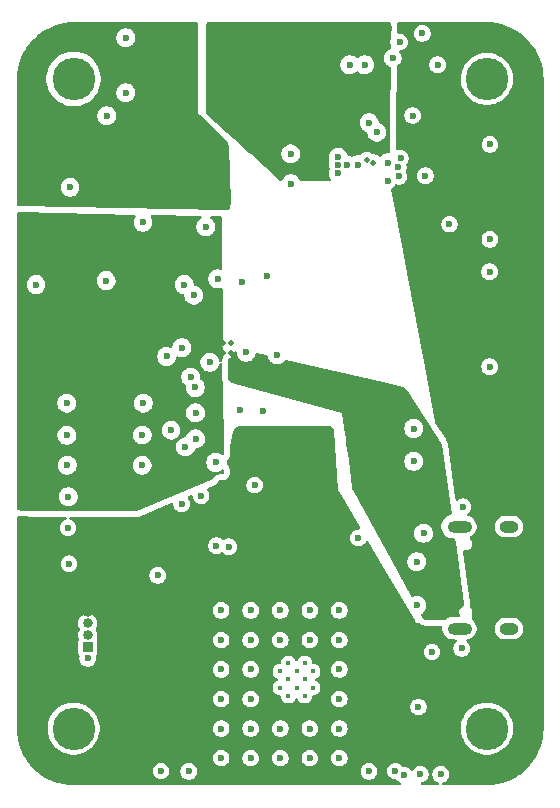
<source format=gbr>
%TF.GenerationSoftware,KiCad,Pcbnew,9.0.3*%
%TF.CreationDate,2025-12-02T23:18:34-08:00*%
%TF.ProjectId,AS 3,41532033-2e6b-4696-9361-645f70636258,V3*%
%TF.SameCoordinates,Original*%
%TF.FileFunction,Copper,L3,Inr*%
%TF.FilePolarity,Positive*%
%FSLAX46Y46*%
G04 Gerber Fmt 4.6, Leading zero omitted, Abs format (unit mm)*
G04 Created by KiCad (PCBNEW 9.0.3) date 2025-12-02 23:18:34*
%MOMM*%
%LPD*%
G01*
G04 APERTURE LIST*
%TA.AperFunction,ComponentPad*%
%ADD10C,3.600000*%
%TD*%
%TA.AperFunction,ComponentPad*%
%ADD11C,0.500000*%
%TD*%
%TA.AperFunction,HeatsinkPad*%
%ADD12C,0.450000*%
%TD*%
%TA.AperFunction,ComponentPad*%
%ADD13R,0.840000X0.840000*%
%TD*%
%TA.AperFunction,ComponentPad*%
%ADD14C,0.840000*%
%TD*%
%TA.AperFunction,HeatsinkPad*%
%ADD15O,2.100000X1.000000*%
%TD*%
%TA.AperFunction,HeatsinkPad*%
%ADD16O,1.600000X1.000000*%
%TD*%
%TA.AperFunction,ViaPad*%
%ADD17C,0.600000*%
%TD*%
%TA.AperFunction,ViaPad*%
%ADD18C,0.500000*%
%TD*%
G04 APERTURE END LIST*
D10*
%TO.N,GND*%
%TO.C,H3*%
X90000000Y-110000000D03*
%TD*%
D11*
%TO.N,+5VMUX*%
%TO.C,U6*%
X67625000Y-78175000D03*
%TO.N,+5VBus*%
X68325000Y-78175000D03*
%TO.N,+5V*%
X68325000Y-77375000D03*
%TO.N,+5VMUX*%
X67625000Y-77375000D03*
%TD*%
D12*
%TO.N,GND*%
%TO.C,U1*%
X74575000Y-104450000D03*
X75275000Y-106550000D03*
X75275000Y-105150000D03*
X74575000Y-107250000D03*
X74575000Y-105850000D03*
X73875000Y-106550000D03*
X73875000Y-105150000D03*
X73175000Y-107250000D03*
X73175000Y-105850000D03*
X73175000Y-104450000D03*
X72475000Y-106550000D03*
X72475000Y-105150000D03*
%TD*%
D13*
%TO.N,GND*%
%TO.C,J2*%
X56200000Y-103100000D03*
D14*
%TO.N,/TXD0*%
X56200000Y-102100000D03*
%TO.N,/RXD0*%
X56200000Y-101100000D03*
%TO.N,+3.3V*%
X56200000Y-100100000D03*
%TD*%
D10*
%TO.N,GND*%
%TO.C,H2*%
X90000000Y-55000000D03*
%TD*%
%TO.N,GND*%
%TO.C,H4*%
X55000000Y-110000000D03*
%TD*%
D15*
%TO.N,GND*%
%TO.C,J3*%
X87680000Y-101550000D03*
D16*
X91860000Y-101550000D03*
D15*
X87680000Y-92910000D03*
D16*
X91860000Y-92910000D03*
%TD*%
D10*
%TO.N,GND*%
%TO.C,H1*%
X55000000Y-55000000D03*
%TD*%
D17*
%TO.N,+12V*%
X66130000Y-62690000D03*
X64540000Y-64150000D03*
X63440000Y-63090000D03*
X61800000Y-63050000D03*
X61330000Y-56210000D03*
X62130000Y-55080000D03*
X63190000Y-54760000D03*
X63200000Y-53820000D03*
X63170000Y-52830000D03*
X62170000Y-52830000D03*
%TO.N,GND*%
X85340000Y-103510000D03*
X59410000Y-56160000D03*
X59410000Y-51520000D03*
X79110000Y-93860000D03*
%TO.N,+3.3V*%
X85210000Y-110630000D03*
X85190000Y-111480000D03*
%TO.N,GND*%
X80020000Y-58700000D03*
X63250000Y-84730000D03*
X70330000Y-89390000D03*
%TO.N,+3.3V*%
X56200000Y-98725000D03*
%TO.N,GND*%
X64150000Y-90980000D03*
X84630000Y-93480000D03*
X69050000Y-83000000D03*
D18*
X80360000Y-62150000D03*
X79825000Y-61900000D03*
D17*
X77400000Y-62975000D03*
X77400000Y-61650000D03*
X77425000Y-62275000D03*
X78125000Y-62264999D03*
X79075001Y-62264999D03*
X64162500Y-77762500D03*
X90230000Y-79360000D03*
X77500000Y-100000000D03*
X75000000Y-102500000D03*
X77500000Y-102500000D03*
X67500000Y-110000000D03*
X71000000Y-83100000D03*
X67500000Y-105000000D03*
X65300000Y-81125000D03*
X54610000Y-96040000D03*
X83800000Y-84600000D03*
X70000000Y-107500000D03*
X79650000Y-53800000D03*
X69610000Y-78140000D03*
X72500000Y-110000000D03*
X64470000Y-86160000D03*
X77500000Y-112500000D03*
X77500000Y-105000000D03*
X84360000Y-113860000D03*
X83800000Y-87380000D03*
X62875000Y-78500000D03*
X60875000Y-67150000D03*
X70000000Y-112500000D03*
X67500000Y-102500000D03*
X70000000Y-102500000D03*
X51820000Y-72410000D03*
X70000000Y-110000000D03*
X72225000Y-78375000D03*
X67500000Y-107500000D03*
X54425000Y-82450000D03*
X70000000Y-100000000D03*
X62400000Y-113600000D03*
X75000000Y-110000000D03*
X77500000Y-107500000D03*
X82680000Y-61710000D03*
X67500000Y-100000000D03*
X64370000Y-72410000D03*
X65175000Y-73300000D03*
X65325000Y-83275000D03*
X75000000Y-100000000D03*
X57800000Y-58125000D03*
X87865000Y-103210000D03*
X90250000Y-60550000D03*
X71350000Y-71725000D03*
X85825000Y-53800000D03*
X66537500Y-78987500D03*
X66200000Y-67525000D03*
X54430000Y-85170000D03*
X54475000Y-87700000D03*
X73375000Y-61350000D03*
X54525000Y-93000000D03*
X67200000Y-71925000D03*
X72500000Y-112500000D03*
X90220000Y-71325000D03*
X70000000Y-105000000D03*
X54550000Y-90375000D03*
X67500000Y-112500000D03*
X72500000Y-102500000D03*
X82530000Y-63250000D03*
X84050000Y-95875000D03*
X75000000Y-112500000D03*
X80000000Y-113625000D03*
X84525000Y-51150000D03*
X84075000Y-99575000D03*
X87975000Y-91225000D03*
X82950000Y-113925000D03*
X73400000Y-63875000D03*
X78375000Y-53800000D03*
X56200000Y-104060000D03*
X82620000Y-51870000D03*
X86080000Y-113880000D03*
X84200000Y-108170000D03*
X72500000Y-100000000D03*
X81610000Y-62090000D03*
X80675000Y-59500000D03*
X67025000Y-87475000D03*
X54700000Y-64175000D03*
X82250000Y-113600000D03*
X82500000Y-62450000D03*
X65325000Y-85475000D03*
X69300000Y-72200000D03*
X57750000Y-72075000D03*
X81590000Y-63630000D03*
X64750000Y-113625000D03*
X64925000Y-80250000D03*
X90240000Y-68580000D03*
X77500000Y-110000000D03*
%TO.N,+5V*%
X60825000Y-85150000D03*
%TO.N,+3.3V*%
X71630000Y-85550000D03*
X70225000Y-86100000D03*
X70275000Y-87800000D03*
X84520000Y-54500000D03*
X82275000Y-112305000D03*
X84520000Y-52725000D03*
X83640000Y-112110000D03*
X85850000Y-58110000D03*
X58053750Y-95140000D03*
X85275000Y-58800000D03*
X84710000Y-60625000D03*
X84720000Y-59375000D03*
X59828750Y-94040000D03*
X67450000Y-89275000D03*
X72530000Y-86060000D03*
%TO.N,/BOOT*%
X62125000Y-97025000D03*
X86825000Y-67300000D03*
%TO.N,/SDA*%
X82080000Y-53230000D03*
X67100000Y-94525000D03*
%TO.N,/SCL*%
X83700000Y-58100000D03*
X68150000Y-94600000D03*
%TO.N,+12VA*%
X76075000Y-61350000D03*
X60900000Y-82450000D03*
X78170000Y-58710000D03*
X76340000Y-58720000D03*
X72550000Y-56900000D03*
%TO.N,/PG*%
X84785000Y-63190000D03*
X65800000Y-90300000D03*
%TO.N,+5VBus*%
X72195000Y-80230000D03*
X85575000Y-99680000D03*
X69825000Y-80200000D03*
X68575000Y-79350000D03*
X85535000Y-94780000D03*
X60800000Y-87700000D03*
X79670000Y-85970000D03*
X79760000Y-88680000D03*
%TO.N,+5VMUX*%
X60700000Y-90350000D03*
X63110000Y-71330000D03*
X67200000Y-83270000D03*
X67139999Y-76090001D03*
X63250000Y-75590000D03*
X66075000Y-87200000D03*
X67225000Y-81080000D03*
X63970000Y-75860000D03*
X67225000Y-85475000D03*
X63110000Y-73270000D03*
%TD*%
%TA.AperFunction,Conductor*%
%TO.N,+12VA*%
G36*
X81814080Y-50220185D02*
G01*
X81859835Y-50272989D01*
X81862060Y-50278169D01*
X81895252Y-50360569D01*
X81903357Y-50392184D01*
X81916050Y-50498379D01*
X81916915Y-50514710D01*
X81904301Y-51482964D01*
X81894873Y-51528801D01*
X81850264Y-51636497D01*
X81850261Y-51636505D01*
X81819500Y-51791153D01*
X81819500Y-51948846D01*
X81850260Y-52103488D01*
X81850261Y-52103489D01*
X81850263Y-52103497D01*
X81885057Y-52187497D01*
X81886801Y-52196577D01*
X81889917Y-52201567D01*
X81894484Y-52236565D01*
X81892878Y-52359810D01*
X81872322Y-52426587D01*
X81818926Y-52471650D01*
X81816342Y-52472755D01*
X81700824Y-52520604D01*
X81700814Y-52520609D01*
X81569711Y-52608210D01*
X81569707Y-52608213D01*
X81458213Y-52719707D01*
X81458210Y-52719711D01*
X81370609Y-52850814D01*
X81370602Y-52850827D01*
X81310264Y-52996498D01*
X81310261Y-52996510D01*
X81279500Y-53151153D01*
X81279500Y-53308846D01*
X81310261Y-53463489D01*
X81310264Y-53463501D01*
X81370602Y-53609172D01*
X81370609Y-53609185D01*
X81458210Y-53740288D01*
X81458213Y-53740292D01*
X81569707Y-53851786D01*
X81569711Y-53851789D01*
X81700814Y-53939390D01*
X81700827Y-53939397D01*
X81793749Y-53977886D01*
X81848153Y-54021726D01*
X81870218Y-54088020D01*
X81870286Y-54094062D01*
X81821678Y-57825577D01*
X81778148Y-61167115D01*
X81757592Y-61233893D01*
X81704197Y-61278956D01*
X81654159Y-61289500D01*
X81531155Y-61289500D01*
X81376510Y-61320261D01*
X81376498Y-61320264D01*
X81230827Y-61380602D01*
X81230814Y-61380609D01*
X81099711Y-61468210D01*
X81007114Y-61560807D01*
X80945790Y-61594291D01*
X80876099Y-61589307D01*
X80840775Y-61568984D01*
X80838418Y-61567050D01*
X80715501Y-61484919D01*
X80715488Y-61484912D01*
X80578917Y-61428343D01*
X80578907Y-61428340D01*
X80433920Y-61399499D01*
X80427858Y-61398903D01*
X80428064Y-61396808D01*
X80370190Y-61379815D01*
X80349547Y-61363180D01*
X80303419Y-61317051D01*
X80303415Y-61317048D01*
X80180501Y-61234919D01*
X80180488Y-61234912D01*
X80043917Y-61178343D01*
X80043907Y-61178340D01*
X79898920Y-61149500D01*
X79898918Y-61149500D01*
X79751082Y-61149500D01*
X79751080Y-61149500D01*
X79606092Y-61178340D01*
X79606082Y-61178343D01*
X79469511Y-61234912D01*
X79469498Y-61234919D01*
X79346584Y-61317048D01*
X79346580Y-61317051D01*
X79237741Y-61425891D01*
X79236286Y-61424436D01*
X79186306Y-61458493D01*
X79148182Y-61464499D01*
X78996156Y-61464499D01*
X78841511Y-61495260D01*
X78841499Y-61495263D01*
X78695829Y-61555601D01*
X78695817Y-61555608D01*
X78668887Y-61573601D01*
X78602209Y-61594476D01*
X78534829Y-61575989D01*
X78531112Y-61573600D01*
X78504185Y-61555609D01*
X78504184Y-61555608D01*
X78504179Y-61555605D01*
X78504175Y-61555603D01*
X78504171Y-61555601D01*
X78358501Y-61495263D01*
X78358491Y-61495260D01*
X78253344Y-61474345D01*
X78191433Y-61441960D01*
X78162977Y-61400184D01*
X78109394Y-61270821D01*
X78109390Y-61270814D01*
X78021789Y-61139711D01*
X78021786Y-61139707D01*
X77910292Y-61028213D01*
X77910288Y-61028210D01*
X77779185Y-60940609D01*
X77779172Y-60940602D01*
X77633501Y-60880264D01*
X77633489Y-60880261D01*
X77478845Y-60849500D01*
X77478842Y-60849500D01*
X77321158Y-60849500D01*
X77321155Y-60849500D01*
X77166510Y-60880261D01*
X77166498Y-60880264D01*
X77020827Y-60940602D01*
X77020814Y-60940609D01*
X76889711Y-61028210D01*
X76889707Y-61028213D01*
X76778213Y-61139707D01*
X76778210Y-61139711D01*
X76690609Y-61270814D01*
X76690602Y-61270827D01*
X76630264Y-61416498D01*
X76630261Y-61416510D01*
X76599500Y-61571153D01*
X76599500Y-61728846D01*
X76630260Y-61883488D01*
X76630261Y-61883489D01*
X76630263Y-61883497D01*
X76655832Y-61945227D01*
X76663300Y-62014695D01*
X76655835Y-62040119D01*
X76655266Y-62041492D01*
X76655262Y-62041505D01*
X76624500Y-62196155D01*
X76624500Y-62353846D01*
X76655261Y-62508494D01*
X76655263Y-62508498D01*
X76671364Y-62547369D01*
X76678833Y-62616838D01*
X76671364Y-62642274D01*
X76630264Y-62741498D01*
X76630261Y-62741510D01*
X76599500Y-62896153D01*
X76599500Y-63053846D01*
X76630261Y-63208489D01*
X76630264Y-63208501D01*
X76690602Y-63354172D01*
X76690609Y-63354185D01*
X76761938Y-63460935D01*
X76782816Y-63527612D01*
X76764332Y-63594992D01*
X76712353Y-63641683D01*
X76659624Y-63653823D01*
X74264787Y-63669040D01*
X74197624Y-63649782D01*
X74151534Y-63597270D01*
X74149438Y-63592495D01*
X74109397Y-63495827D01*
X74109390Y-63495814D01*
X74021789Y-63364711D01*
X74021786Y-63364707D01*
X73910292Y-63253213D01*
X73910288Y-63253210D01*
X73779185Y-63165609D01*
X73779172Y-63165602D01*
X73633501Y-63105264D01*
X73633489Y-63105261D01*
X73478845Y-63074500D01*
X73478842Y-63074500D01*
X73321158Y-63074500D01*
X73321155Y-63074500D01*
X73166510Y-63105261D01*
X73166498Y-63105264D01*
X73020827Y-63165602D01*
X73020814Y-63165609D01*
X72889711Y-63253210D01*
X72889707Y-63253213D01*
X72778213Y-63364707D01*
X72778210Y-63364711D01*
X72690609Y-63495814D01*
X72690602Y-63495827D01*
X72666329Y-63554430D01*
X72652158Y-63572015D01*
X72641900Y-63592138D01*
X72630655Y-63598698D01*
X72622488Y-63608834D01*
X72601060Y-63615965D01*
X72581552Y-63627348D01*
X72568545Y-63626787D01*
X72556194Y-63630899D01*
X72534310Y-63625313D01*
X72511747Y-63624342D01*
X72492939Y-63614754D01*
X72488495Y-63613620D01*
X72480302Y-63608312D01*
X72401871Y-63552999D01*
X72389875Y-63543372D01*
X69987269Y-61356773D01*
X69893191Y-61271153D01*
X72574500Y-61271153D01*
X72574500Y-61428846D01*
X72605261Y-61583489D01*
X72605264Y-61583501D01*
X72665602Y-61729172D01*
X72665609Y-61729185D01*
X72753210Y-61860288D01*
X72753213Y-61860292D01*
X72864707Y-61971786D01*
X72864711Y-61971789D01*
X72995814Y-62059390D01*
X72995827Y-62059397D01*
X73141498Y-62119735D01*
X73141503Y-62119737D01*
X73296153Y-62150499D01*
X73296156Y-62150500D01*
X73296158Y-62150500D01*
X73453844Y-62150500D01*
X73453845Y-62150499D01*
X73608497Y-62119737D01*
X73754179Y-62059394D01*
X73885289Y-61971789D01*
X73996789Y-61860289D01*
X74084394Y-61729179D01*
X74144737Y-61583497D01*
X74175500Y-61428842D01*
X74175500Y-61271158D01*
X74175500Y-61271155D01*
X74175499Y-61271153D01*
X74175432Y-61270814D01*
X74144737Y-61116503D01*
X74133018Y-61088211D01*
X74084397Y-60970827D01*
X74084390Y-60970814D01*
X73996789Y-60839711D01*
X73996786Y-60839707D01*
X73885292Y-60728213D01*
X73885288Y-60728210D01*
X73754185Y-60640609D01*
X73754172Y-60640602D01*
X73608501Y-60580264D01*
X73608489Y-60580261D01*
X73453845Y-60549500D01*
X73453842Y-60549500D01*
X73296158Y-60549500D01*
X73296155Y-60549500D01*
X73141510Y-60580261D01*
X73141498Y-60580264D01*
X72995827Y-60640602D01*
X72995814Y-60640609D01*
X72864711Y-60728210D01*
X72864707Y-60728213D01*
X72753213Y-60839707D01*
X72753210Y-60839711D01*
X72665609Y-60970814D01*
X72665602Y-60970827D01*
X72605264Y-61116498D01*
X72605261Y-61116510D01*
X72574500Y-61271153D01*
X69893191Y-61271153D01*
X69149670Y-60594479D01*
X68030958Y-59576345D01*
X67123114Y-58750121D01*
X67120686Y-58747849D01*
X67062456Y-58691859D01*
X66988922Y-58621153D01*
X79219500Y-58621153D01*
X79219500Y-58778846D01*
X79250261Y-58933489D01*
X79250264Y-58933501D01*
X79310602Y-59079172D01*
X79310609Y-59079185D01*
X79398210Y-59210288D01*
X79398213Y-59210292D01*
X79509707Y-59321786D01*
X79509711Y-59321789D01*
X79640814Y-59409390D01*
X79640827Y-59409397D01*
X79762695Y-59459875D01*
X79786503Y-59469737D01*
X79786511Y-59469738D01*
X79786842Y-59469839D01*
X79787000Y-59469943D01*
X79792131Y-59472068D01*
X79791728Y-59473040D01*
X79845282Y-59508134D01*
X79873741Y-59571945D01*
X79874254Y-59576345D01*
X79874500Y-59578848D01*
X79905261Y-59733489D01*
X79905264Y-59733501D01*
X79965602Y-59879172D01*
X79965609Y-59879185D01*
X80053210Y-60010288D01*
X80053213Y-60010292D01*
X80164707Y-60121786D01*
X80164711Y-60121789D01*
X80295814Y-60209390D01*
X80295827Y-60209397D01*
X80432710Y-60266095D01*
X80441503Y-60269737D01*
X80596153Y-60300499D01*
X80596156Y-60300500D01*
X80596158Y-60300500D01*
X80753844Y-60300500D01*
X80753845Y-60300499D01*
X80908497Y-60269737D01*
X81054179Y-60209394D01*
X81185289Y-60121789D01*
X81296789Y-60010289D01*
X81384394Y-59879179D01*
X81444737Y-59733497D01*
X81475500Y-59578842D01*
X81475500Y-59421158D01*
X81475500Y-59421155D01*
X81475499Y-59421153D01*
X81455734Y-59321789D01*
X81444737Y-59266503D01*
X81421452Y-59210288D01*
X81384397Y-59120827D01*
X81384390Y-59120814D01*
X81296789Y-58989711D01*
X81296786Y-58989707D01*
X81185292Y-58878213D01*
X81185288Y-58878210D01*
X81054185Y-58790609D01*
X81054172Y-58790602D01*
X80908501Y-58730264D01*
X80908150Y-58730158D01*
X80907988Y-58730052D01*
X80902870Y-58727932D01*
X80903272Y-58726961D01*
X80849712Y-58691859D01*
X80821257Y-58628046D01*
X80820744Y-58623641D01*
X80820500Y-58621167D01*
X80820500Y-58621158D01*
X80789737Y-58466503D01*
X80756568Y-58386425D01*
X80729397Y-58320827D01*
X80729390Y-58320814D01*
X80641789Y-58189711D01*
X80641786Y-58189707D01*
X80530292Y-58078213D01*
X80530288Y-58078210D01*
X80399185Y-57990609D01*
X80399172Y-57990602D01*
X80253501Y-57930264D01*
X80253489Y-57930261D01*
X80098845Y-57899500D01*
X80098842Y-57899500D01*
X79941158Y-57899500D01*
X79941155Y-57899500D01*
X79786510Y-57930261D01*
X79786498Y-57930264D01*
X79640827Y-57990602D01*
X79640814Y-57990609D01*
X79509711Y-58078210D01*
X79509707Y-58078213D01*
X79398213Y-58189707D01*
X79398210Y-58189711D01*
X79310609Y-58320814D01*
X79310602Y-58320827D01*
X79250264Y-58466498D01*
X79250261Y-58466510D01*
X79219500Y-58621153D01*
X66988922Y-58621153D01*
X66540223Y-58189711D01*
X66279765Y-57939271D01*
X66252221Y-57899848D01*
X66226528Y-57841482D01*
X66217166Y-57808356D01*
X66201856Y-57696616D01*
X66200710Y-57679418D01*
X66212902Y-53721153D01*
X77574500Y-53721153D01*
X77574500Y-53878846D01*
X77605261Y-54033489D01*
X77605264Y-54033501D01*
X77665602Y-54179172D01*
X77665609Y-54179185D01*
X77753210Y-54310288D01*
X77753213Y-54310292D01*
X77864707Y-54421786D01*
X77864711Y-54421789D01*
X77995814Y-54509390D01*
X77995827Y-54509397D01*
X78076922Y-54542987D01*
X78141503Y-54569737D01*
X78296153Y-54600499D01*
X78296156Y-54600500D01*
X78296158Y-54600500D01*
X78453844Y-54600500D01*
X78453845Y-54600499D01*
X78608497Y-54569737D01*
X78754179Y-54509394D01*
X78885289Y-54421789D01*
X78924818Y-54382260D01*
X78986141Y-54348774D01*
X79055832Y-54353758D01*
X79100182Y-54382260D01*
X79139707Y-54421786D01*
X79139711Y-54421789D01*
X79270814Y-54509390D01*
X79270827Y-54509397D01*
X79351922Y-54542987D01*
X79416503Y-54569737D01*
X79571153Y-54600499D01*
X79571156Y-54600500D01*
X79571158Y-54600500D01*
X79728844Y-54600500D01*
X79728845Y-54600499D01*
X79883497Y-54569737D01*
X80029179Y-54509394D01*
X80160289Y-54421789D01*
X80271789Y-54310289D01*
X80359394Y-54179179D01*
X80419737Y-54033497D01*
X80450500Y-53878842D01*
X80450500Y-53721158D01*
X80450500Y-53721155D01*
X80450499Y-53721153D01*
X80419738Y-53566510D01*
X80419737Y-53566503D01*
X80377068Y-53463489D01*
X80359397Y-53420827D01*
X80359390Y-53420814D01*
X80271789Y-53289711D01*
X80271786Y-53289707D01*
X80160292Y-53178213D01*
X80160288Y-53178210D01*
X80029185Y-53090609D01*
X80029172Y-53090602D01*
X79883501Y-53030264D01*
X79883489Y-53030261D01*
X79728845Y-52999500D01*
X79728842Y-52999500D01*
X79571158Y-52999500D01*
X79571155Y-52999500D01*
X79416510Y-53030261D01*
X79416498Y-53030264D01*
X79270827Y-53090602D01*
X79270814Y-53090609D01*
X79139711Y-53178210D01*
X79139707Y-53178213D01*
X79100181Y-53217740D01*
X79038858Y-53251225D01*
X78969166Y-53246241D01*
X78924819Y-53217740D01*
X78885292Y-53178213D01*
X78885288Y-53178210D01*
X78754185Y-53090609D01*
X78754172Y-53090602D01*
X78608501Y-53030264D01*
X78608489Y-53030261D01*
X78453845Y-52999500D01*
X78453842Y-52999500D01*
X78296158Y-52999500D01*
X78296155Y-52999500D01*
X78141510Y-53030261D01*
X78141498Y-53030264D01*
X77995827Y-53090602D01*
X77995814Y-53090609D01*
X77864711Y-53178210D01*
X77864707Y-53178213D01*
X77753213Y-53289707D01*
X77753210Y-53289711D01*
X77665609Y-53420814D01*
X77665602Y-53420827D01*
X77605264Y-53566498D01*
X77605261Y-53566510D01*
X77574500Y-53721153D01*
X66212902Y-53721153D01*
X66222803Y-50506573D01*
X66223909Y-50490425D01*
X66237124Y-50392184D01*
X66238024Y-50385491D01*
X66246464Y-50354316D01*
X66278791Y-50276781D01*
X66322758Y-50222480D01*
X66389103Y-50200569D01*
X66393241Y-50200500D01*
X81747041Y-50200500D01*
X81814080Y-50220185D01*
G37*
%TD.AperFunction*%
%TD*%
%TA.AperFunction,Conductor*%
%TO.N,+3.3V*%
G36*
X90002702Y-50200617D02*
G01*
X90412917Y-50218528D01*
X90423654Y-50219468D01*
X90828057Y-50272708D01*
X90838695Y-50274583D01*
X91236925Y-50362869D01*
X91247365Y-50365667D01*
X91636363Y-50488317D01*
X91646524Y-50492015D01*
X92023363Y-50648108D01*
X92033155Y-50652674D01*
X92394965Y-50841020D01*
X92404305Y-50846413D01*
X92573698Y-50954328D01*
X92748309Y-51065568D01*
X92757170Y-51071772D01*
X93080766Y-51320076D01*
X93089053Y-51327030D01*
X93389767Y-51602583D01*
X93397416Y-51610232D01*
X93672969Y-51910946D01*
X93679923Y-51919233D01*
X93928227Y-52242829D01*
X93934431Y-52251690D01*
X93980560Y-52324098D01*
X94140599Y-52575308D01*
X94153578Y-52595680D01*
X94158983Y-52605042D01*
X94250392Y-52780636D01*
X94347322Y-52966838D01*
X94351894Y-52976642D01*
X94507983Y-53353473D01*
X94511683Y-53363639D01*
X94634331Y-53752630D01*
X94637131Y-53763078D01*
X94725414Y-54161296D01*
X94727292Y-54171950D01*
X94780529Y-54576326D01*
X94781472Y-54587102D01*
X94799382Y-54997297D01*
X94799500Y-55002706D01*
X94799500Y-109997293D01*
X94799382Y-110002702D01*
X94781472Y-110412897D01*
X94780529Y-110423673D01*
X94727292Y-110828049D01*
X94725414Y-110838703D01*
X94637131Y-111236921D01*
X94634331Y-111247369D01*
X94511683Y-111636360D01*
X94507983Y-111646526D01*
X94351894Y-112023357D01*
X94347322Y-112033161D01*
X94158987Y-112394951D01*
X94153578Y-112404319D01*
X93934431Y-112748309D01*
X93928227Y-112757170D01*
X93679923Y-113080766D01*
X93672969Y-113089053D01*
X93397416Y-113389767D01*
X93389767Y-113397416D01*
X93089053Y-113672969D01*
X93080766Y-113679923D01*
X92757170Y-113928227D01*
X92748309Y-113934431D01*
X92404319Y-114153578D01*
X92394951Y-114158987D01*
X92033161Y-114347322D01*
X92023357Y-114351894D01*
X91646526Y-114507983D01*
X91636360Y-114511683D01*
X91247369Y-114634331D01*
X91236921Y-114637131D01*
X90838703Y-114725414D01*
X90828049Y-114727292D01*
X90423673Y-114780529D01*
X90412897Y-114781472D01*
X90079148Y-114796044D01*
X90011315Y-114799006D01*
X90002703Y-114799382D01*
X89997294Y-114799500D01*
X86306998Y-114799500D01*
X86239959Y-114779815D01*
X86194204Y-114727011D01*
X86184260Y-114657853D01*
X86213285Y-114594297D01*
X86272063Y-114556523D01*
X86282800Y-114553883D01*
X86284328Y-114553580D01*
X86411811Y-114500775D01*
X86526542Y-114424114D01*
X86624114Y-114326542D01*
X86700775Y-114211811D01*
X86753580Y-114084328D01*
X86778945Y-113956811D01*
X86780500Y-113948995D01*
X86780500Y-113811004D01*
X86753581Y-113675677D01*
X86753580Y-113675676D01*
X86753580Y-113675672D01*
X86750814Y-113668995D01*
X86700778Y-113548195D01*
X86700771Y-113548182D01*
X86624114Y-113433458D01*
X86624111Y-113433454D01*
X86526545Y-113335888D01*
X86526541Y-113335885D01*
X86411817Y-113259228D01*
X86411804Y-113259221D01*
X86284332Y-113206421D01*
X86284322Y-113206418D01*
X86148995Y-113179500D01*
X86148993Y-113179500D01*
X86011007Y-113179500D01*
X86011005Y-113179500D01*
X85875677Y-113206418D01*
X85875667Y-113206421D01*
X85748195Y-113259221D01*
X85748182Y-113259228D01*
X85633458Y-113335885D01*
X85633454Y-113335888D01*
X85535888Y-113433454D01*
X85535885Y-113433458D01*
X85459228Y-113548182D01*
X85459221Y-113548195D01*
X85406421Y-113675667D01*
X85406418Y-113675677D01*
X85379500Y-113811004D01*
X85379500Y-113811007D01*
X85379500Y-113948993D01*
X85379500Y-113948995D01*
X85379499Y-113948995D01*
X85406418Y-114084322D01*
X85406421Y-114084332D01*
X85459221Y-114211804D01*
X85459228Y-114211817D01*
X85535885Y-114326541D01*
X85535888Y-114326545D01*
X85633454Y-114424111D01*
X85633458Y-114424114D01*
X85748182Y-114500771D01*
X85748195Y-114500778D01*
X85856819Y-114545771D01*
X85875672Y-114553580D01*
X85877193Y-114553882D01*
X85877915Y-114554260D01*
X85881504Y-114555349D01*
X85881297Y-114556029D01*
X85939104Y-114586267D01*
X85973678Y-114646983D01*
X85969939Y-114716752D01*
X85929073Y-114773424D01*
X85864055Y-114799006D01*
X85853002Y-114799500D01*
X84486453Y-114799500D01*
X84419414Y-114779815D01*
X84373659Y-114727011D01*
X84363715Y-114657853D01*
X84392740Y-114594297D01*
X84451518Y-114556523D01*
X84462261Y-114553883D01*
X84534311Y-114539550D01*
X84564328Y-114533580D01*
X84691811Y-114480775D01*
X84806542Y-114404114D01*
X84904114Y-114306542D01*
X84980775Y-114191811D01*
X85033580Y-114064328D01*
X85051983Y-113971811D01*
X85060500Y-113928995D01*
X85060500Y-113791004D01*
X85033581Y-113655677D01*
X85033580Y-113655676D01*
X85033580Y-113655672D01*
X85033578Y-113655667D01*
X84980778Y-113528195D01*
X84980771Y-113528182D01*
X84904114Y-113413458D01*
X84904111Y-113413454D01*
X84806545Y-113315888D01*
X84806541Y-113315885D01*
X84691817Y-113239228D01*
X84691804Y-113239221D01*
X84564332Y-113186421D01*
X84564322Y-113186418D01*
X84428995Y-113159500D01*
X84428993Y-113159500D01*
X84291007Y-113159500D01*
X84291005Y-113159500D01*
X84155677Y-113186418D01*
X84155667Y-113186421D01*
X84028195Y-113239221D01*
X84028182Y-113239228D01*
X83913458Y-113315885D01*
X83913454Y-113315888D01*
X83815888Y-113413454D01*
X83815885Y-113413458D01*
X83736386Y-113532436D01*
X83682773Y-113577241D01*
X83613448Y-113585948D01*
X83550421Y-113555793D01*
X83530182Y-113532437D01*
X83494111Y-113478454D01*
X83396545Y-113380888D01*
X83396541Y-113380885D01*
X83281817Y-113304228D01*
X83281804Y-113304221D01*
X83154332Y-113251421D01*
X83154322Y-113251418D01*
X83018995Y-113224500D01*
X83018993Y-113224500D01*
X82907862Y-113224500D01*
X82840823Y-113204815D01*
X82804762Y-113169394D01*
X82794114Y-113153458D01*
X82794112Y-113153456D01*
X82794110Y-113153453D01*
X82696545Y-113055888D01*
X82696541Y-113055885D01*
X82581817Y-112979228D01*
X82581804Y-112979221D01*
X82454332Y-112926421D01*
X82454322Y-112926418D01*
X82318995Y-112899500D01*
X82318993Y-112899500D01*
X82181007Y-112899500D01*
X82181005Y-112899500D01*
X82045677Y-112926418D01*
X82045667Y-112926421D01*
X81918195Y-112979221D01*
X81918182Y-112979228D01*
X81803458Y-113055885D01*
X81803454Y-113055888D01*
X81705888Y-113153454D01*
X81705885Y-113153458D01*
X81629228Y-113268182D01*
X81629221Y-113268195D01*
X81576421Y-113395667D01*
X81576418Y-113395677D01*
X81549500Y-113531004D01*
X81549500Y-113531007D01*
X81549500Y-113668993D01*
X81549500Y-113668995D01*
X81549499Y-113668995D01*
X81576418Y-113804322D01*
X81576421Y-113804332D01*
X81629221Y-113931804D01*
X81629228Y-113931817D01*
X81705885Y-114046541D01*
X81705888Y-114046545D01*
X81803454Y-114144111D01*
X81803458Y-114144114D01*
X81918182Y-114220771D01*
X81918195Y-114220778D01*
X82045667Y-114273578D01*
X82045672Y-114273580D01*
X82045676Y-114273580D01*
X82045677Y-114273581D01*
X82181004Y-114300500D01*
X82292137Y-114300500D01*
X82359176Y-114320185D01*
X82395237Y-114355606D01*
X82405885Y-114371540D01*
X82405890Y-114371547D01*
X82503454Y-114469111D01*
X82503458Y-114469114D01*
X82618182Y-114545771D01*
X82618195Y-114545778D01*
X82654797Y-114560939D01*
X82709201Y-114604780D01*
X82731266Y-114671074D01*
X82713987Y-114738773D01*
X82662850Y-114786384D01*
X82607345Y-114799500D01*
X55002706Y-114799500D01*
X54997297Y-114799382D01*
X54988685Y-114799006D01*
X54699602Y-114786384D01*
X54587102Y-114781472D01*
X54576326Y-114780529D01*
X54171950Y-114727292D01*
X54161296Y-114725414D01*
X53763078Y-114637131D01*
X53752630Y-114634331D01*
X53363639Y-114511683D01*
X53353473Y-114507983D01*
X52976642Y-114351894D01*
X52966838Y-114347322D01*
X52771767Y-114245775D01*
X52605042Y-114158983D01*
X52595686Y-114153582D01*
X52345183Y-113993993D01*
X52251690Y-113934431D01*
X52242829Y-113928227D01*
X51919233Y-113679923D01*
X51910946Y-113672969D01*
X51906609Y-113668995D01*
X61699499Y-113668995D01*
X61726418Y-113804322D01*
X61726421Y-113804332D01*
X61779221Y-113931804D01*
X61779228Y-113931817D01*
X61855885Y-114046541D01*
X61855888Y-114046545D01*
X61953454Y-114144111D01*
X61953458Y-114144114D01*
X62068182Y-114220771D01*
X62068195Y-114220778D01*
X62195667Y-114273578D01*
X62195672Y-114273580D01*
X62195676Y-114273580D01*
X62195677Y-114273581D01*
X62331004Y-114300500D01*
X62331007Y-114300500D01*
X62468995Y-114300500D01*
X62560041Y-114282389D01*
X62604328Y-114273580D01*
X62731811Y-114220775D01*
X62846542Y-114144114D01*
X62944114Y-114046542D01*
X63020775Y-113931811D01*
X63021942Y-113928995D01*
X63063223Y-113829332D01*
X63073580Y-113804328D01*
X63082389Y-113760041D01*
X63095527Y-113693995D01*
X64049499Y-113693995D01*
X64076418Y-113829322D01*
X64076421Y-113829332D01*
X64129221Y-113956804D01*
X64129228Y-113956817D01*
X64205885Y-114071541D01*
X64205888Y-114071545D01*
X64303454Y-114169111D01*
X64303458Y-114169114D01*
X64418182Y-114245771D01*
X64418195Y-114245778D01*
X64533596Y-114293578D01*
X64545672Y-114298580D01*
X64545676Y-114298580D01*
X64545677Y-114298581D01*
X64681004Y-114325500D01*
X64681007Y-114325500D01*
X64818995Y-114325500D01*
X64910041Y-114307389D01*
X64954328Y-114298580D01*
X65081811Y-114245775D01*
X65196542Y-114169114D01*
X65294114Y-114071542D01*
X65370775Y-113956811D01*
X65374013Y-113948995D01*
X65423578Y-113829332D01*
X65423580Y-113829328D01*
X65450500Y-113693995D01*
X79299499Y-113693995D01*
X79326418Y-113829322D01*
X79326421Y-113829332D01*
X79379221Y-113956804D01*
X79379228Y-113956817D01*
X79455885Y-114071541D01*
X79455888Y-114071545D01*
X79553454Y-114169111D01*
X79553458Y-114169114D01*
X79668182Y-114245771D01*
X79668195Y-114245778D01*
X79783596Y-114293578D01*
X79795672Y-114298580D01*
X79795676Y-114298580D01*
X79795677Y-114298581D01*
X79931004Y-114325500D01*
X79931007Y-114325500D01*
X80068995Y-114325500D01*
X80160041Y-114307389D01*
X80204328Y-114298580D01*
X80331811Y-114245775D01*
X80446542Y-114169114D01*
X80544114Y-114071542D01*
X80620775Y-113956811D01*
X80624013Y-113948995D01*
X80673578Y-113829332D01*
X80673580Y-113829328D01*
X80700500Y-113693993D01*
X80700500Y-113556007D01*
X80700500Y-113556004D01*
X80673581Y-113420677D01*
X80673580Y-113420676D01*
X80673580Y-113420672D01*
X80670590Y-113413454D01*
X80620778Y-113293195D01*
X80620771Y-113293182D01*
X80544114Y-113178458D01*
X80544111Y-113178454D01*
X80446545Y-113080888D01*
X80446541Y-113080885D01*
X80331817Y-113004228D01*
X80331804Y-113004221D01*
X80204332Y-112951421D01*
X80204322Y-112951418D01*
X80068995Y-112924500D01*
X80068993Y-112924500D01*
X79931007Y-112924500D01*
X79931005Y-112924500D01*
X79795677Y-112951418D01*
X79795667Y-112951421D01*
X79668195Y-113004221D01*
X79668182Y-113004228D01*
X79553458Y-113080885D01*
X79553454Y-113080888D01*
X79455888Y-113178454D01*
X79455885Y-113178458D01*
X79379228Y-113293182D01*
X79379221Y-113293195D01*
X79326421Y-113420667D01*
X79326418Y-113420677D01*
X79299500Y-113556004D01*
X79299500Y-113556007D01*
X79299500Y-113693993D01*
X79299500Y-113693995D01*
X79299499Y-113693995D01*
X65450500Y-113693995D01*
X65450500Y-113693993D01*
X65450500Y-113556007D01*
X65450500Y-113556004D01*
X65423581Y-113420677D01*
X65423580Y-113420676D01*
X65423580Y-113420672D01*
X65420590Y-113413454D01*
X65370778Y-113293195D01*
X65370771Y-113293182D01*
X65294114Y-113178458D01*
X65294111Y-113178454D01*
X65196545Y-113080888D01*
X65196541Y-113080885D01*
X65081817Y-113004228D01*
X65081804Y-113004221D01*
X64954332Y-112951421D01*
X64954322Y-112951418D01*
X64818995Y-112924500D01*
X64818993Y-112924500D01*
X64681007Y-112924500D01*
X64681005Y-112924500D01*
X64545677Y-112951418D01*
X64545667Y-112951421D01*
X64418195Y-113004221D01*
X64418182Y-113004228D01*
X64303458Y-113080885D01*
X64303454Y-113080888D01*
X64205888Y-113178454D01*
X64205885Y-113178458D01*
X64129228Y-113293182D01*
X64129221Y-113293195D01*
X64076421Y-113420667D01*
X64076418Y-113420677D01*
X64049500Y-113556004D01*
X64049500Y-113556007D01*
X64049500Y-113693993D01*
X64049500Y-113693995D01*
X64049499Y-113693995D01*
X63095527Y-113693995D01*
X63100500Y-113668995D01*
X63100500Y-113531004D01*
X63073581Y-113395677D01*
X63073580Y-113395676D01*
X63073580Y-113395672D01*
X63067456Y-113380888D01*
X63020778Y-113268195D01*
X63020771Y-113268182D01*
X62944114Y-113153458D01*
X62944111Y-113153454D01*
X62846545Y-113055888D01*
X62846541Y-113055885D01*
X62731817Y-112979228D01*
X62731804Y-112979221D01*
X62604332Y-112926421D01*
X62604322Y-112926418D01*
X62468995Y-112899500D01*
X62468993Y-112899500D01*
X62331007Y-112899500D01*
X62331005Y-112899500D01*
X62195677Y-112926418D01*
X62195667Y-112926421D01*
X62068195Y-112979221D01*
X62068182Y-112979228D01*
X61953458Y-113055885D01*
X61953454Y-113055888D01*
X61855888Y-113153454D01*
X61855885Y-113153458D01*
X61779228Y-113268182D01*
X61779221Y-113268195D01*
X61726421Y-113395667D01*
X61726418Y-113395677D01*
X61699500Y-113531004D01*
X61699500Y-113531007D01*
X61699500Y-113668993D01*
X61699500Y-113668995D01*
X61699499Y-113668995D01*
X51906609Y-113668995D01*
X51849149Y-113616343D01*
X51610220Y-113397405D01*
X51602583Y-113389767D01*
X51327030Y-113089053D01*
X51320076Y-113080766D01*
X51071772Y-112757170D01*
X51065568Y-112748309D01*
X50951332Y-112568995D01*
X66799499Y-112568995D01*
X66826418Y-112704322D01*
X66826421Y-112704332D01*
X66879221Y-112831804D01*
X66879228Y-112831817D01*
X66955885Y-112946541D01*
X66955888Y-112946545D01*
X67053454Y-113044111D01*
X67053458Y-113044114D01*
X67168182Y-113120771D01*
X67168195Y-113120778D01*
X67295667Y-113173578D01*
X67295672Y-113173580D01*
X67295676Y-113173580D01*
X67295677Y-113173581D01*
X67431004Y-113200500D01*
X67431007Y-113200500D01*
X67568995Y-113200500D01*
X67674566Y-113179500D01*
X67704328Y-113173580D01*
X67831811Y-113120775D01*
X67946542Y-113044114D01*
X68044114Y-112946542D01*
X68120775Y-112831811D01*
X68173580Y-112704328D01*
X68200500Y-112568995D01*
X69299499Y-112568995D01*
X69326418Y-112704322D01*
X69326421Y-112704332D01*
X69379221Y-112831804D01*
X69379228Y-112831817D01*
X69455885Y-112946541D01*
X69455888Y-112946545D01*
X69553454Y-113044111D01*
X69553458Y-113044114D01*
X69668182Y-113120771D01*
X69668195Y-113120778D01*
X69795667Y-113173578D01*
X69795672Y-113173580D01*
X69795676Y-113173580D01*
X69795677Y-113173581D01*
X69931004Y-113200500D01*
X69931007Y-113200500D01*
X70068995Y-113200500D01*
X70174566Y-113179500D01*
X70204328Y-113173580D01*
X70331811Y-113120775D01*
X70446542Y-113044114D01*
X70544114Y-112946542D01*
X70620775Y-112831811D01*
X70673580Y-112704328D01*
X70700500Y-112568995D01*
X71799499Y-112568995D01*
X71826418Y-112704322D01*
X71826421Y-112704332D01*
X71879221Y-112831804D01*
X71879228Y-112831817D01*
X71955885Y-112946541D01*
X71955888Y-112946545D01*
X72053454Y-113044111D01*
X72053458Y-113044114D01*
X72168182Y-113120771D01*
X72168195Y-113120778D01*
X72295667Y-113173578D01*
X72295672Y-113173580D01*
X72295676Y-113173580D01*
X72295677Y-113173581D01*
X72431004Y-113200500D01*
X72431007Y-113200500D01*
X72568995Y-113200500D01*
X72674566Y-113179500D01*
X72704328Y-113173580D01*
X72831811Y-113120775D01*
X72946542Y-113044114D01*
X73044114Y-112946542D01*
X73120775Y-112831811D01*
X73173580Y-112704328D01*
X73200500Y-112568995D01*
X74299499Y-112568995D01*
X74326418Y-112704322D01*
X74326421Y-112704332D01*
X74379221Y-112831804D01*
X74379228Y-112831817D01*
X74455885Y-112946541D01*
X74455888Y-112946545D01*
X74553454Y-113044111D01*
X74553458Y-113044114D01*
X74668182Y-113120771D01*
X74668195Y-113120778D01*
X74795667Y-113173578D01*
X74795672Y-113173580D01*
X74795676Y-113173580D01*
X74795677Y-113173581D01*
X74931004Y-113200500D01*
X74931007Y-113200500D01*
X75068995Y-113200500D01*
X75174566Y-113179500D01*
X75204328Y-113173580D01*
X75331811Y-113120775D01*
X75446542Y-113044114D01*
X75544114Y-112946542D01*
X75620775Y-112831811D01*
X75673580Y-112704328D01*
X75700500Y-112568995D01*
X76799499Y-112568995D01*
X76826418Y-112704322D01*
X76826421Y-112704332D01*
X76879221Y-112831804D01*
X76879228Y-112831817D01*
X76955885Y-112946541D01*
X76955888Y-112946545D01*
X77053454Y-113044111D01*
X77053458Y-113044114D01*
X77168182Y-113120771D01*
X77168195Y-113120778D01*
X77295667Y-113173578D01*
X77295672Y-113173580D01*
X77295676Y-113173580D01*
X77295677Y-113173581D01*
X77431004Y-113200500D01*
X77431007Y-113200500D01*
X77568995Y-113200500D01*
X77674566Y-113179500D01*
X77704328Y-113173580D01*
X77831811Y-113120775D01*
X77946542Y-113044114D01*
X78044114Y-112946542D01*
X78120775Y-112831811D01*
X78173580Y-112704328D01*
X78200500Y-112568993D01*
X78200500Y-112431007D01*
X78200500Y-112431004D01*
X78173581Y-112295677D01*
X78173580Y-112295676D01*
X78173580Y-112295672D01*
X78134158Y-112200498D01*
X78120778Y-112168195D01*
X78120771Y-112168182D01*
X78044114Y-112053458D01*
X78044111Y-112053454D01*
X77946545Y-111955888D01*
X77946541Y-111955885D01*
X77831817Y-111879228D01*
X77831804Y-111879221D01*
X77704332Y-111826421D01*
X77704322Y-111826418D01*
X77568995Y-111799500D01*
X77568993Y-111799500D01*
X77431007Y-111799500D01*
X77431005Y-111799500D01*
X77295677Y-111826418D01*
X77295667Y-111826421D01*
X77168195Y-111879221D01*
X77168182Y-111879228D01*
X77053458Y-111955885D01*
X77053454Y-111955888D01*
X76955888Y-112053454D01*
X76955885Y-112053458D01*
X76879228Y-112168182D01*
X76879221Y-112168195D01*
X76826421Y-112295667D01*
X76826418Y-112295677D01*
X76799500Y-112431004D01*
X76799500Y-112431007D01*
X76799500Y-112568993D01*
X76799500Y-112568995D01*
X76799499Y-112568995D01*
X75700500Y-112568995D01*
X75700500Y-112568993D01*
X75700500Y-112431007D01*
X75700500Y-112431004D01*
X75673581Y-112295677D01*
X75673580Y-112295676D01*
X75673580Y-112295672D01*
X75634158Y-112200498D01*
X75620778Y-112168195D01*
X75620771Y-112168182D01*
X75544114Y-112053458D01*
X75544111Y-112053454D01*
X75446545Y-111955888D01*
X75446541Y-111955885D01*
X75331817Y-111879228D01*
X75331804Y-111879221D01*
X75204332Y-111826421D01*
X75204322Y-111826418D01*
X75068995Y-111799500D01*
X75068993Y-111799500D01*
X74931007Y-111799500D01*
X74931005Y-111799500D01*
X74795677Y-111826418D01*
X74795667Y-111826421D01*
X74668195Y-111879221D01*
X74668182Y-111879228D01*
X74553458Y-111955885D01*
X74553454Y-111955888D01*
X74455888Y-112053454D01*
X74455885Y-112053458D01*
X74379228Y-112168182D01*
X74379221Y-112168195D01*
X74326421Y-112295667D01*
X74326418Y-112295677D01*
X74299500Y-112431004D01*
X74299500Y-112431007D01*
X74299500Y-112568993D01*
X74299500Y-112568995D01*
X74299499Y-112568995D01*
X73200500Y-112568995D01*
X73200500Y-112568993D01*
X73200500Y-112431007D01*
X73200500Y-112431004D01*
X73173581Y-112295677D01*
X73173580Y-112295676D01*
X73173580Y-112295672D01*
X73134158Y-112200498D01*
X73120778Y-112168195D01*
X73120771Y-112168182D01*
X73044114Y-112053458D01*
X73044111Y-112053454D01*
X72946545Y-111955888D01*
X72946541Y-111955885D01*
X72831817Y-111879228D01*
X72831804Y-111879221D01*
X72704332Y-111826421D01*
X72704322Y-111826418D01*
X72568995Y-111799500D01*
X72568993Y-111799500D01*
X72431007Y-111799500D01*
X72431005Y-111799500D01*
X72295677Y-111826418D01*
X72295667Y-111826421D01*
X72168195Y-111879221D01*
X72168182Y-111879228D01*
X72053458Y-111955885D01*
X72053454Y-111955888D01*
X71955888Y-112053454D01*
X71955885Y-112053458D01*
X71879228Y-112168182D01*
X71879221Y-112168195D01*
X71826421Y-112295667D01*
X71826418Y-112295677D01*
X71799500Y-112431004D01*
X71799500Y-112431007D01*
X71799500Y-112568993D01*
X71799500Y-112568995D01*
X71799499Y-112568995D01*
X70700500Y-112568995D01*
X70700500Y-112568993D01*
X70700500Y-112431007D01*
X70700500Y-112431004D01*
X70673581Y-112295677D01*
X70673580Y-112295676D01*
X70673580Y-112295672D01*
X70634158Y-112200498D01*
X70620778Y-112168195D01*
X70620771Y-112168182D01*
X70544114Y-112053458D01*
X70544111Y-112053454D01*
X70446545Y-111955888D01*
X70446541Y-111955885D01*
X70331817Y-111879228D01*
X70331804Y-111879221D01*
X70204332Y-111826421D01*
X70204322Y-111826418D01*
X70068995Y-111799500D01*
X70068993Y-111799500D01*
X69931007Y-111799500D01*
X69931005Y-111799500D01*
X69795677Y-111826418D01*
X69795667Y-111826421D01*
X69668195Y-111879221D01*
X69668182Y-111879228D01*
X69553458Y-111955885D01*
X69553454Y-111955888D01*
X69455888Y-112053454D01*
X69455885Y-112053458D01*
X69379228Y-112168182D01*
X69379221Y-112168195D01*
X69326421Y-112295667D01*
X69326418Y-112295677D01*
X69299500Y-112431004D01*
X69299500Y-112431007D01*
X69299500Y-112568993D01*
X69299500Y-112568995D01*
X69299499Y-112568995D01*
X68200500Y-112568995D01*
X68200500Y-112568993D01*
X68200500Y-112431007D01*
X68200500Y-112431004D01*
X68173581Y-112295677D01*
X68173580Y-112295676D01*
X68173580Y-112295672D01*
X68134158Y-112200498D01*
X68120778Y-112168195D01*
X68120771Y-112168182D01*
X68044114Y-112053458D01*
X68044111Y-112053454D01*
X67946545Y-111955888D01*
X67946541Y-111955885D01*
X67831817Y-111879228D01*
X67831804Y-111879221D01*
X67704332Y-111826421D01*
X67704322Y-111826418D01*
X67568995Y-111799500D01*
X67568993Y-111799500D01*
X67431007Y-111799500D01*
X67431005Y-111799500D01*
X67295677Y-111826418D01*
X67295667Y-111826421D01*
X67168195Y-111879221D01*
X67168182Y-111879228D01*
X67053458Y-111955885D01*
X67053454Y-111955888D01*
X66955888Y-112053454D01*
X66955885Y-112053458D01*
X66879228Y-112168182D01*
X66879221Y-112168195D01*
X66826421Y-112295667D01*
X66826418Y-112295677D01*
X66799500Y-112431004D01*
X66799500Y-112431007D01*
X66799500Y-112568993D01*
X66799500Y-112568995D01*
X66799499Y-112568995D01*
X50951332Y-112568995D01*
X50846413Y-112404305D01*
X50841020Y-112394965D01*
X50652674Y-112033155D01*
X50648105Y-112023357D01*
X50629236Y-111977804D01*
X50492015Y-111646524D01*
X50488316Y-111636360D01*
X50365668Y-111247369D01*
X50362868Y-111236921D01*
X50325449Y-111068135D01*
X50274583Y-110838695D01*
X50272707Y-110828049D01*
X50257014Y-110708845D01*
X50219468Y-110423654D01*
X50218528Y-110412917D01*
X50200618Y-110002702D01*
X50200500Y-109997293D01*
X50200500Y-109855778D01*
X52799500Y-109855778D01*
X52799500Y-110144221D01*
X52799501Y-110144238D01*
X52837149Y-110430206D01*
X52837150Y-110430211D01*
X52837151Y-110430217D01*
X52902360Y-110673580D01*
X52911809Y-110708844D01*
X52911814Y-110708860D01*
X53022191Y-110975336D01*
X53022199Y-110975352D01*
X53166420Y-111225148D01*
X53166431Y-111225164D01*
X53342024Y-111454002D01*
X53342030Y-111454009D01*
X53545990Y-111657969D01*
X53545996Y-111657974D01*
X53774844Y-111833575D01*
X53774851Y-111833579D01*
X54024647Y-111977800D01*
X54024663Y-111977808D01*
X54291139Y-112088185D01*
X54291145Y-112088186D01*
X54291155Y-112088191D01*
X54569783Y-112162849D01*
X54855772Y-112200500D01*
X54855779Y-112200500D01*
X55144221Y-112200500D01*
X55144228Y-112200500D01*
X55430217Y-112162849D01*
X55708845Y-112088191D01*
X55708857Y-112088185D01*
X55708860Y-112088185D01*
X55975336Y-111977808D01*
X55975339Y-111977806D01*
X55975345Y-111977804D01*
X56225156Y-111833575D01*
X56454004Y-111657974D01*
X56657974Y-111454004D01*
X56833575Y-111225156D01*
X56977804Y-110975345D01*
X57038816Y-110828049D01*
X57088185Y-110708860D01*
X57088185Y-110708857D01*
X57088191Y-110708845D01*
X57162849Y-110430217D01*
X57200500Y-110144228D01*
X57200500Y-110068995D01*
X66799499Y-110068995D01*
X66826418Y-110204322D01*
X66826421Y-110204332D01*
X66879221Y-110331804D01*
X66879228Y-110331817D01*
X66955885Y-110446541D01*
X66955888Y-110446545D01*
X67053454Y-110544111D01*
X67053458Y-110544114D01*
X67168182Y-110620771D01*
X67168195Y-110620778D01*
X67295667Y-110673578D01*
X67295672Y-110673580D01*
X67295676Y-110673580D01*
X67295677Y-110673581D01*
X67431004Y-110700500D01*
X67431007Y-110700500D01*
X67568995Y-110700500D01*
X67660041Y-110682389D01*
X67704328Y-110673580D01*
X67831811Y-110620775D01*
X67946542Y-110544114D01*
X68044114Y-110446542D01*
X68120775Y-110331811D01*
X68173580Y-110204328D01*
X68200500Y-110068995D01*
X69299499Y-110068995D01*
X69326418Y-110204322D01*
X69326421Y-110204332D01*
X69379221Y-110331804D01*
X69379228Y-110331817D01*
X69455885Y-110446541D01*
X69455888Y-110446545D01*
X69553454Y-110544111D01*
X69553458Y-110544114D01*
X69668182Y-110620771D01*
X69668195Y-110620778D01*
X69795667Y-110673578D01*
X69795672Y-110673580D01*
X69795676Y-110673580D01*
X69795677Y-110673581D01*
X69931004Y-110700500D01*
X69931007Y-110700500D01*
X70068995Y-110700500D01*
X70160041Y-110682389D01*
X70204328Y-110673580D01*
X70331811Y-110620775D01*
X70446542Y-110544114D01*
X70544114Y-110446542D01*
X70620775Y-110331811D01*
X70673580Y-110204328D01*
X70700500Y-110068995D01*
X71799499Y-110068995D01*
X71826418Y-110204322D01*
X71826421Y-110204332D01*
X71879221Y-110331804D01*
X71879228Y-110331817D01*
X71955885Y-110446541D01*
X71955888Y-110446545D01*
X72053454Y-110544111D01*
X72053458Y-110544114D01*
X72168182Y-110620771D01*
X72168195Y-110620778D01*
X72295667Y-110673578D01*
X72295672Y-110673580D01*
X72295676Y-110673580D01*
X72295677Y-110673581D01*
X72431004Y-110700500D01*
X72431007Y-110700500D01*
X72568995Y-110700500D01*
X72660041Y-110682389D01*
X72704328Y-110673580D01*
X72831811Y-110620775D01*
X72946542Y-110544114D01*
X73044114Y-110446542D01*
X73120775Y-110331811D01*
X73173580Y-110204328D01*
X73200500Y-110068995D01*
X74299499Y-110068995D01*
X74326418Y-110204322D01*
X74326421Y-110204332D01*
X74379221Y-110331804D01*
X74379228Y-110331817D01*
X74455885Y-110446541D01*
X74455888Y-110446545D01*
X74553454Y-110544111D01*
X74553458Y-110544114D01*
X74668182Y-110620771D01*
X74668195Y-110620778D01*
X74795667Y-110673578D01*
X74795672Y-110673580D01*
X74795676Y-110673580D01*
X74795677Y-110673581D01*
X74931004Y-110700500D01*
X74931007Y-110700500D01*
X75068995Y-110700500D01*
X75160041Y-110682389D01*
X75204328Y-110673580D01*
X75331811Y-110620775D01*
X75446542Y-110544114D01*
X75544114Y-110446542D01*
X75620775Y-110331811D01*
X75673580Y-110204328D01*
X75700500Y-110068995D01*
X76799499Y-110068995D01*
X76826418Y-110204322D01*
X76826421Y-110204332D01*
X76879221Y-110331804D01*
X76879228Y-110331817D01*
X76955885Y-110446541D01*
X76955888Y-110446545D01*
X77053454Y-110544111D01*
X77053458Y-110544114D01*
X77168182Y-110620771D01*
X77168195Y-110620778D01*
X77295667Y-110673578D01*
X77295672Y-110673580D01*
X77295676Y-110673580D01*
X77295677Y-110673581D01*
X77431004Y-110700500D01*
X77431007Y-110700500D01*
X77568995Y-110700500D01*
X77660041Y-110682389D01*
X77704328Y-110673580D01*
X77831811Y-110620775D01*
X77946542Y-110544114D01*
X78044114Y-110446542D01*
X78120775Y-110331811D01*
X78173580Y-110204328D01*
X78200500Y-110068993D01*
X78200500Y-109931007D01*
X78200500Y-109931004D01*
X78200499Y-109931002D01*
X78189540Y-109875904D01*
X78185536Y-109855778D01*
X87799500Y-109855778D01*
X87799500Y-110144221D01*
X87799501Y-110144238D01*
X87837149Y-110430206D01*
X87837150Y-110430211D01*
X87837151Y-110430217D01*
X87902360Y-110673580D01*
X87911809Y-110708844D01*
X87911814Y-110708860D01*
X88022191Y-110975336D01*
X88022199Y-110975352D01*
X88166420Y-111225148D01*
X88166431Y-111225164D01*
X88342024Y-111454002D01*
X88342030Y-111454009D01*
X88545990Y-111657969D01*
X88545996Y-111657974D01*
X88774844Y-111833575D01*
X88774851Y-111833579D01*
X89024647Y-111977800D01*
X89024663Y-111977808D01*
X89291139Y-112088185D01*
X89291145Y-112088186D01*
X89291155Y-112088191D01*
X89569783Y-112162849D01*
X89855772Y-112200500D01*
X89855779Y-112200500D01*
X90144221Y-112200500D01*
X90144228Y-112200500D01*
X90430217Y-112162849D01*
X90708845Y-112088191D01*
X90708857Y-112088185D01*
X90708860Y-112088185D01*
X90975336Y-111977808D01*
X90975339Y-111977806D01*
X90975345Y-111977804D01*
X91225156Y-111833575D01*
X91454004Y-111657974D01*
X91657974Y-111454004D01*
X91833575Y-111225156D01*
X91977804Y-110975345D01*
X92038816Y-110828049D01*
X92088185Y-110708860D01*
X92088185Y-110708857D01*
X92088191Y-110708845D01*
X92162849Y-110430217D01*
X92200500Y-110144228D01*
X92200500Y-109855772D01*
X92162849Y-109569783D01*
X92088191Y-109291155D01*
X92088186Y-109291145D01*
X92088185Y-109291139D01*
X91977808Y-109024663D01*
X91977800Y-109024647D01*
X91833579Y-108774851D01*
X91833575Y-108774844D01*
X91657974Y-108545996D01*
X91657969Y-108545990D01*
X91454009Y-108342030D01*
X91454002Y-108342024D01*
X91225164Y-108166431D01*
X91225162Y-108166429D01*
X91225156Y-108166425D01*
X91225151Y-108166422D01*
X91225148Y-108166420D01*
X90975352Y-108022199D01*
X90975336Y-108022191D01*
X90708860Y-107911814D01*
X90708848Y-107911810D01*
X90708845Y-107911809D01*
X90430217Y-107837151D01*
X90430211Y-107837150D01*
X90430206Y-107837149D01*
X90144238Y-107799501D01*
X90144233Y-107799500D01*
X90144228Y-107799500D01*
X89855772Y-107799500D01*
X89855766Y-107799500D01*
X89855761Y-107799501D01*
X89569793Y-107837149D01*
X89569786Y-107837150D01*
X89569783Y-107837151D01*
X89291155Y-107911809D01*
X89291139Y-107911814D01*
X89024663Y-108022191D01*
X89024647Y-108022199D01*
X88774851Y-108166420D01*
X88774835Y-108166431D01*
X88545997Y-108342024D01*
X88545990Y-108342030D01*
X88342030Y-108545990D01*
X88342024Y-108545997D01*
X88166431Y-108774835D01*
X88166420Y-108774851D01*
X88022199Y-109024647D01*
X88022191Y-109024663D01*
X87911814Y-109291139D01*
X87911809Y-109291155D01*
X87841527Y-109553454D01*
X87837152Y-109569780D01*
X87837149Y-109569793D01*
X87799501Y-109855761D01*
X87799500Y-109855778D01*
X78185536Y-109855778D01*
X78173581Y-109795677D01*
X78173580Y-109795676D01*
X78173580Y-109795672D01*
X78173578Y-109795667D01*
X78120778Y-109668195D01*
X78120771Y-109668182D01*
X78044114Y-109553458D01*
X78044111Y-109553454D01*
X77946545Y-109455888D01*
X77946541Y-109455885D01*
X77831817Y-109379228D01*
X77831804Y-109379221D01*
X77704332Y-109326421D01*
X77704322Y-109326418D01*
X77568995Y-109299500D01*
X77568993Y-109299500D01*
X77431007Y-109299500D01*
X77431005Y-109299500D01*
X77295677Y-109326418D01*
X77295667Y-109326421D01*
X77168195Y-109379221D01*
X77168182Y-109379228D01*
X77053458Y-109455885D01*
X77053454Y-109455888D01*
X76955888Y-109553454D01*
X76955885Y-109553458D01*
X76879228Y-109668182D01*
X76879221Y-109668195D01*
X76826421Y-109795667D01*
X76826418Y-109795677D01*
X76799500Y-109931004D01*
X76799500Y-109931007D01*
X76799500Y-110068993D01*
X76799500Y-110068995D01*
X76799499Y-110068995D01*
X75700500Y-110068995D01*
X75700500Y-110068993D01*
X75700500Y-109931007D01*
X75700500Y-109931004D01*
X75673581Y-109795677D01*
X75673580Y-109795676D01*
X75673580Y-109795672D01*
X75673578Y-109795667D01*
X75620778Y-109668195D01*
X75620771Y-109668182D01*
X75544114Y-109553458D01*
X75544111Y-109553454D01*
X75446545Y-109455888D01*
X75446541Y-109455885D01*
X75331817Y-109379228D01*
X75331804Y-109379221D01*
X75204332Y-109326421D01*
X75204322Y-109326418D01*
X75068995Y-109299500D01*
X75068993Y-109299500D01*
X74931007Y-109299500D01*
X74931005Y-109299500D01*
X74795677Y-109326418D01*
X74795667Y-109326421D01*
X74668195Y-109379221D01*
X74668182Y-109379228D01*
X74553458Y-109455885D01*
X74553454Y-109455888D01*
X74455888Y-109553454D01*
X74455885Y-109553458D01*
X74379228Y-109668182D01*
X74379221Y-109668195D01*
X74326421Y-109795667D01*
X74326418Y-109795677D01*
X74299500Y-109931004D01*
X74299500Y-109931007D01*
X74299500Y-110068993D01*
X74299500Y-110068995D01*
X74299499Y-110068995D01*
X73200500Y-110068995D01*
X73200500Y-110068993D01*
X73200500Y-109931007D01*
X73200500Y-109931004D01*
X73173581Y-109795677D01*
X73173580Y-109795676D01*
X73173580Y-109795672D01*
X73173578Y-109795667D01*
X73120778Y-109668195D01*
X73120771Y-109668182D01*
X73044114Y-109553458D01*
X73044111Y-109553454D01*
X72946545Y-109455888D01*
X72946541Y-109455885D01*
X72831817Y-109379228D01*
X72831804Y-109379221D01*
X72704332Y-109326421D01*
X72704322Y-109326418D01*
X72568995Y-109299500D01*
X72568993Y-109299500D01*
X72431007Y-109299500D01*
X72431005Y-109299500D01*
X72295677Y-109326418D01*
X72295667Y-109326421D01*
X72168195Y-109379221D01*
X72168182Y-109379228D01*
X72053458Y-109455885D01*
X72053454Y-109455888D01*
X71955888Y-109553454D01*
X71955885Y-109553458D01*
X71879228Y-109668182D01*
X71879221Y-109668195D01*
X71826421Y-109795667D01*
X71826418Y-109795677D01*
X71799500Y-109931004D01*
X71799500Y-109931007D01*
X71799500Y-110068993D01*
X71799500Y-110068995D01*
X71799499Y-110068995D01*
X70700500Y-110068995D01*
X70700500Y-110068993D01*
X70700500Y-109931007D01*
X70700500Y-109931004D01*
X70673581Y-109795677D01*
X70673580Y-109795676D01*
X70673580Y-109795672D01*
X70673578Y-109795667D01*
X70620778Y-109668195D01*
X70620771Y-109668182D01*
X70544114Y-109553458D01*
X70544111Y-109553454D01*
X70446545Y-109455888D01*
X70446541Y-109455885D01*
X70331817Y-109379228D01*
X70331804Y-109379221D01*
X70204332Y-109326421D01*
X70204322Y-109326418D01*
X70068995Y-109299500D01*
X70068993Y-109299500D01*
X69931007Y-109299500D01*
X69931005Y-109299500D01*
X69795677Y-109326418D01*
X69795667Y-109326421D01*
X69668195Y-109379221D01*
X69668182Y-109379228D01*
X69553458Y-109455885D01*
X69553454Y-109455888D01*
X69455888Y-109553454D01*
X69455885Y-109553458D01*
X69379228Y-109668182D01*
X69379221Y-109668195D01*
X69326421Y-109795667D01*
X69326418Y-109795677D01*
X69299500Y-109931004D01*
X69299500Y-109931007D01*
X69299500Y-110068993D01*
X69299500Y-110068995D01*
X69299499Y-110068995D01*
X68200500Y-110068995D01*
X68200500Y-110068993D01*
X68200500Y-109931007D01*
X68200500Y-109931004D01*
X68173581Y-109795677D01*
X68173580Y-109795676D01*
X68173580Y-109795672D01*
X68173578Y-109795667D01*
X68120778Y-109668195D01*
X68120771Y-109668182D01*
X68044114Y-109553458D01*
X68044111Y-109553454D01*
X67946545Y-109455888D01*
X67946541Y-109455885D01*
X67831817Y-109379228D01*
X67831804Y-109379221D01*
X67704332Y-109326421D01*
X67704322Y-109326418D01*
X67568995Y-109299500D01*
X67568993Y-109299500D01*
X67431007Y-109299500D01*
X67431005Y-109299500D01*
X67295677Y-109326418D01*
X67295667Y-109326421D01*
X67168195Y-109379221D01*
X67168182Y-109379228D01*
X67053458Y-109455885D01*
X67053454Y-109455888D01*
X66955888Y-109553454D01*
X66955885Y-109553458D01*
X66879228Y-109668182D01*
X66879221Y-109668195D01*
X66826421Y-109795667D01*
X66826418Y-109795677D01*
X66799500Y-109931004D01*
X66799500Y-109931007D01*
X66799500Y-110068993D01*
X66799500Y-110068995D01*
X66799499Y-110068995D01*
X57200500Y-110068995D01*
X57200500Y-109855772D01*
X57162849Y-109569783D01*
X57088191Y-109291155D01*
X57088186Y-109291145D01*
X57088185Y-109291139D01*
X56977808Y-109024663D01*
X56977800Y-109024647D01*
X56833579Y-108774851D01*
X56833575Y-108774844D01*
X56657974Y-108545996D01*
X56657969Y-108545990D01*
X56454009Y-108342030D01*
X56454002Y-108342024D01*
X56319732Y-108238995D01*
X83499499Y-108238995D01*
X83526418Y-108374322D01*
X83526421Y-108374332D01*
X83579221Y-108501804D01*
X83579228Y-108501817D01*
X83655885Y-108616541D01*
X83655888Y-108616545D01*
X83753454Y-108714111D01*
X83753458Y-108714114D01*
X83868182Y-108790771D01*
X83868195Y-108790778D01*
X83995667Y-108843578D01*
X83995672Y-108843580D01*
X83995676Y-108843580D01*
X83995677Y-108843581D01*
X84131004Y-108870500D01*
X84131007Y-108870500D01*
X84268995Y-108870500D01*
X84360041Y-108852389D01*
X84404328Y-108843580D01*
X84531811Y-108790775D01*
X84646542Y-108714114D01*
X84744114Y-108616542D01*
X84820775Y-108501811D01*
X84873580Y-108374328D01*
X84900500Y-108238993D01*
X84900500Y-108101007D01*
X84900500Y-108101004D01*
X84873581Y-107965677D01*
X84873580Y-107965676D01*
X84873580Y-107965672D01*
X84873578Y-107965667D01*
X84820778Y-107838195D01*
X84820771Y-107838182D01*
X84744114Y-107723458D01*
X84744111Y-107723454D01*
X84646545Y-107625888D01*
X84646541Y-107625885D01*
X84531817Y-107549228D01*
X84531804Y-107549221D01*
X84404332Y-107496421D01*
X84404322Y-107496418D01*
X84268995Y-107469500D01*
X84268993Y-107469500D01*
X84131007Y-107469500D01*
X84131005Y-107469500D01*
X83995677Y-107496418D01*
X83995667Y-107496421D01*
X83868195Y-107549221D01*
X83868182Y-107549228D01*
X83753458Y-107625885D01*
X83753454Y-107625888D01*
X83655888Y-107723454D01*
X83655885Y-107723458D01*
X83579228Y-107838182D01*
X83579221Y-107838195D01*
X83526421Y-107965667D01*
X83526418Y-107965677D01*
X83499500Y-108101004D01*
X83499500Y-108101007D01*
X83499500Y-108238993D01*
X83499500Y-108238995D01*
X83499499Y-108238995D01*
X56319732Y-108238995D01*
X56225164Y-108166431D01*
X56225162Y-108166429D01*
X56225156Y-108166425D01*
X56225151Y-108166422D01*
X56225148Y-108166420D01*
X55975352Y-108022199D01*
X55975336Y-108022191D01*
X55708860Y-107911814D01*
X55708848Y-107911810D01*
X55708845Y-107911809D01*
X55430217Y-107837151D01*
X55430211Y-107837150D01*
X55430206Y-107837149D01*
X55144238Y-107799501D01*
X55144233Y-107799500D01*
X55144228Y-107799500D01*
X54855772Y-107799500D01*
X54855766Y-107799500D01*
X54855761Y-107799501D01*
X54569793Y-107837149D01*
X54569786Y-107837150D01*
X54569783Y-107837151D01*
X54291155Y-107911809D01*
X54291139Y-107911814D01*
X54024663Y-108022191D01*
X54024647Y-108022199D01*
X53774851Y-108166420D01*
X53774835Y-108166431D01*
X53545997Y-108342024D01*
X53545990Y-108342030D01*
X53342030Y-108545990D01*
X53342024Y-108545997D01*
X53166431Y-108774835D01*
X53166420Y-108774851D01*
X53022199Y-109024647D01*
X53022191Y-109024663D01*
X52911814Y-109291139D01*
X52911809Y-109291155D01*
X52841527Y-109553454D01*
X52837152Y-109569780D01*
X52837149Y-109569793D01*
X52799501Y-109855761D01*
X52799500Y-109855778D01*
X50200500Y-109855778D01*
X50200500Y-107568995D01*
X66799499Y-107568995D01*
X66826418Y-107704322D01*
X66826421Y-107704332D01*
X66879221Y-107831804D01*
X66879228Y-107831817D01*
X66955885Y-107946541D01*
X66955888Y-107946545D01*
X67053454Y-108044111D01*
X67053458Y-108044114D01*
X67168182Y-108120771D01*
X67168195Y-108120778D01*
X67295667Y-108173578D01*
X67295672Y-108173580D01*
X67295676Y-108173580D01*
X67295677Y-108173581D01*
X67431004Y-108200500D01*
X67431007Y-108200500D01*
X67568995Y-108200500D01*
X67660041Y-108182389D01*
X67704328Y-108173580D01*
X67831811Y-108120775D01*
X67946542Y-108044114D01*
X68044114Y-107946542D01*
X68120775Y-107831811D01*
X68173580Y-107704328D01*
X68189183Y-107625886D01*
X68200500Y-107568995D01*
X69299499Y-107568995D01*
X69326418Y-107704322D01*
X69326421Y-107704332D01*
X69379221Y-107831804D01*
X69379228Y-107831817D01*
X69455885Y-107946541D01*
X69455888Y-107946545D01*
X69553454Y-108044111D01*
X69553458Y-108044114D01*
X69668182Y-108120771D01*
X69668195Y-108120778D01*
X69795667Y-108173578D01*
X69795672Y-108173580D01*
X69795676Y-108173580D01*
X69795677Y-108173581D01*
X69931004Y-108200500D01*
X69931007Y-108200500D01*
X70068995Y-108200500D01*
X70160041Y-108182389D01*
X70204328Y-108173580D01*
X70331811Y-108120775D01*
X70446542Y-108044114D01*
X70544114Y-107946542D01*
X70620775Y-107831811D01*
X70673580Y-107704328D01*
X70689183Y-107625886D01*
X70700500Y-107568995D01*
X70700500Y-107431004D01*
X70673581Y-107295677D01*
X70673580Y-107295676D01*
X70673580Y-107295672D01*
X70667034Y-107279869D01*
X70620778Y-107168195D01*
X70620771Y-107168182D01*
X70544114Y-107053458D01*
X70544111Y-107053454D01*
X70446545Y-106955888D01*
X70446541Y-106955885D01*
X70331817Y-106879228D01*
X70331804Y-106879221D01*
X70204332Y-106826421D01*
X70204322Y-106826418D01*
X70068995Y-106799500D01*
X70068993Y-106799500D01*
X69931007Y-106799500D01*
X69931005Y-106799500D01*
X69795677Y-106826418D01*
X69795667Y-106826421D01*
X69668195Y-106879221D01*
X69668182Y-106879228D01*
X69553458Y-106955885D01*
X69553454Y-106955888D01*
X69455888Y-107053454D01*
X69455885Y-107053458D01*
X69379228Y-107168182D01*
X69379221Y-107168195D01*
X69326421Y-107295667D01*
X69326418Y-107295677D01*
X69299500Y-107431004D01*
X69299500Y-107431007D01*
X69299500Y-107568993D01*
X69299500Y-107568995D01*
X69299499Y-107568995D01*
X68200500Y-107568995D01*
X68200500Y-107431004D01*
X68173581Y-107295677D01*
X68173580Y-107295676D01*
X68173580Y-107295672D01*
X68167034Y-107279869D01*
X68120778Y-107168195D01*
X68120771Y-107168182D01*
X68044114Y-107053458D01*
X68044111Y-107053454D01*
X67946545Y-106955888D01*
X67946541Y-106955885D01*
X67831817Y-106879228D01*
X67831804Y-106879221D01*
X67704332Y-106826421D01*
X67704322Y-106826418D01*
X67568995Y-106799500D01*
X67568993Y-106799500D01*
X67431007Y-106799500D01*
X67431005Y-106799500D01*
X67295677Y-106826418D01*
X67295667Y-106826421D01*
X67168195Y-106879221D01*
X67168182Y-106879228D01*
X67053458Y-106955885D01*
X67053454Y-106955888D01*
X66955888Y-107053454D01*
X66955885Y-107053458D01*
X66879228Y-107168182D01*
X66879221Y-107168195D01*
X66826421Y-107295667D01*
X66826418Y-107295677D01*
X66799500Y-107431004D01*
X66799500Y-107431007D01*
X66799500Y-107568993D01*
X66799500Y-107568995D01*
X66799499Y-107568995D01*
X50200500Y-107568995D01*
X50200500Y-105068995D01*
X66799499Y-105068995D01*
X66826418Y-105204322D01*
X66826421Y-105204332D01*
X66879221Y-105331804D01*
X66879228Y-105331817D01*
X66955885Y-105446541D01*
X66955888Y-105446545D01*
X67053454Y-105544111D01*
X67053458Y-105544114D01*
X67168182Y-105620771D01*
X67168195Y-105620778D01*
X67295667Y-105673578D01*
X67295672Y-105673580D01*
X67295676Y-105673580D01*
X67295677Y-105673581D01*
X67431004Y-105700500D01*
X67431007Y-105700500D01*
X67568995Y-105700500D01*
X67660041Y-105682389D01*
X67704328Y-105673580D01*
X67831811Y-105620775D01*
X67946542Y-105544114D01*
X68044114Y-105446542D01*
X68120775Y-105331811D01*
X68173580Y-105204328D01*
X68199843Y-105072298D01*
X68200500Y-105068995D01*
X69299499Y-105068995D01*
X69326418Y-105204322D01*
X69326421Y-105204332D01*
X69379221Y-105331804D01*
X69379228Y-105331817D01*
X69455885Y-105446541D01*
X69455888Y-105446545D01*
X69553454Y-105544111D01*
X69553458Y-105544114D01*
X69668182Y-105620771D01*
X69668195Y-105620778D01*
X69795667Y-105673578D01*
X69795672Y-105673580D01*
X69795676Y-105673580D01*
X69795677Y-105673581D01*
X69931004Y-105700500D01*
X69931007Y-105700500D01*
X70068995Y-105700500D01*
X70160041Y-105682389D01*
X70204328Y-105673580D01*
X70331811Y-105620775D01*
X70446542Y-105544114D01*
X70544114Y-105446542D01*
X70620775Y-105331811D01*
X70673580Y-105204328D01*
X70696642Y-105088389D01*
X71849500Y-105088389D01*
X71849500Y-105211610D01*
X71873535Y-105332444D01*
X71873538Y-105332454D01*
X71920687Y-105446283D01*
X71920692Y-105446292D01*
X71989141Y-105548732D01*
X71989144Y-105548736D01*
X72076263Y-105635855D01*
X72076267Y-105635858D01*
X72178707Y-105704307D01*
X72178711Y-105704309D01*
X72178714Y-105704311D01*
X72253863Y-105735439D01*
X72308266Y-105779280D01*
X72330331Y-105845574D01*
X72313052Y-105913274D01*
X72261914Y-105960884D01*
X72253863Y-105964561D01*
X72178717Y-105995687D01*
X72178707Y-105995692D01*
X72076267Y-106064141D01*
X72076263Y-106064144D01*
X71989144Y-106151263D01*
X71989141Y-106151267D01*
X71920692Y-106253707D01*
X71920687Y-106253716D01*
X71873538Y-106367545D01*
X71873535Y-106367555D01*
X71849500Y-106488389D01*
X71849500Y-106611610D01*
X71873535Y-106732444D01*
X71873538Y-106732454D01*
X71920687Y-106846283D01*
X71920692Y-106846292D01*
X71989141Y-106948732D01*
X71989144Y-106948736D01*
X72076263Y-107035855D01*
X72076267Y-107035858D01*
X72178707Y-107104307D01*
X72178713Y-107104310D01*
X72178714Y-107104311D01*
X72292548Y-107151463D01*
X72397296Y-107172298D01*
X72413389Y-107175499D01*
X72413393Y-107175500D01*
X72425500Y-107175500D01*
X72492539Y-107195185D01*
X72538294Y-107247989D01*
X72549500Y-107299500D01*
X72549500Y-107311610D01*
X72573535Y-107432444D01*
X72573538Y-107432454D01*
X72620687Y-107546283D01*
X72620692Y-107546292D01*
X72689141Y-107648732D01*
X72689144Y-107648736D01*
X72776263Y-107735855D01*
X72776267Y-107735858D01*
X72878707Y-107804307D01*
X72878713Y-107804310D01*
X72878714Y-107804311D01*
X72992548Y-107851463D01*
X73113389Y-107875499D01*
X73113393Y-107875500D01*
X73113394Y-107875500D01*
X73236607Y-107875500D01*
X73236608Y-107875499D01*
X73357452Y-107851463D01*
X73471286Y-107804311D01*
X73573733Y-107735858D01*
X73660858Y-107648733D01*
X73729311Y-107546286D01*
X73760439Y-107471136D01*
X73804280Y-107416733D01*
X73870574Y-107394668D01*
X73938273Y-107411947D01*
X73985884Y-107463084D01*
X73989561Y-107471137D01*
X74020685Y-107546279D01*
X74020692Y-107546292D01*
X74089141Y-107648732D01*
X74089144Y-107648736D01*
X74176263Y-107735855D01*
X74176267Y-107735858D01*
X74278707Y-107804307D01*
X74278713Y-107804310D01*
X74278714Y-107804311D01*
X74392548Y-107851463D01*
X74513389Y-107875499D01*
X74513393Y-107875500D01*
X74513394Y-107875500D01*
X74636607Y-107875500D01*
X74636608Y-107875499D01*
X74757452Y-107851463D01*
X74871286Y-107804311D01*
X74973733Y-107735858D01*
X75060858Y-107648733D01*
X75114137Y-107568995D01*
X76799499Y-107568995D01*
X76826418Y-107704322D01*
X76826421Y-107704332D01*
X76879221Y-107831804D01*
X76879228Y-107831817D01*
X76955885Y-107946541D01*
X76955888Y-107946545D01*
X77053454Y-108044111D01*
X77053458Y-108044114D01*
X77168182Y-108120771D01*
X77168195Y-108120778D01*
X77295667Y-108173578D01*
X77295672Y-108173580D01*
X77295676Y-108173580D01*
X77295677Y-108173581D01*
X77431004Y-108200500D01*
X77431007Y-108200500D01*
X77568995Y-108200500D01*
X77660041Y-108182389D01*
X77704328Y-108173580D01*
X77831811Y-108120775D01*
X77946542Y-108044114D01*
X77946545Y-108044111D01*
X77983423Y-108007234D01*
X78044111Y-107946545D01*
X78044114Y-107946542D01*
X78120775Y-107831811D01*
X78173580Y-107704328D01*
X78189183Y-107625886D01*
X78200500Y-107568995D01*
X78200500Y-107431004D01*
X78173581Y-107295677D01*
X78173580Y-107295676D01*
X78173580Y-107295672D01*
X78167034Y-107279869D01*
X78120778Y-107168195D01*
X78120771Y-107168182D01*
X78044114Y-107053458D01*
X78044111Y-107053454D01*
X77946545Y-106955888D01*
X77946541Y-106955885D01*
X77831817Y-106879228D01*
X77831804Y-106879221D01*
X77704332Y-106826421D01*
X77704322Y-106826418D01*
X77568995Y-106799500D01*
X77568993Y-106799500D01*
X77431007Y-106799500D01*
X77431005Y-106799500D01*
X77295677Y-106826418D01*
X77295667Y-106826421D01*
X77168195Y-106879221D01*
X77168182Y-106879228D01*
X77053458Y-106955885D01*
X77053454Y-106955888D01*
X76955888Y-107053454D01*
X76955885Y-107053458D01*
X76879228Y-107168182D01*
X76879221Y-107168195D01*
X76826421Y-107295667D01*
X76826418Y-107295677D01*
X76799500Y-107431004D01*
X76799500Y-107431007D01*
X76799500Y-107568993D01*
X76799500Y-107568995D01*
X76799499Y-107568995D01*
X75114137Y-107568995D01*
X75129311Y-107546286D01*
X75176463Y-107432452D01*
X75200500Y-107311606D01*
X75200500Y-107289623D01*
X75202064Y-107279869D01*
X75213012Y-107256886D01*
X75220185Y-107232461D01*
X75227786Y-107225873D01*
X75232114Y-107216791D01*
X75253751Y-107203375D01*
X75272989Y-107186706D01*
X75284770Y-107184143D01*
X75291496Y-107179973D01*
X75303076Y-107180160D01*
X75324500Y-107175500D01*
X75336607Y-107175500D01*
X75336608Y-107175499D01*
X75457452Y-107151463D01*
X75571286Y-107104311D01*
X75673733Y-107035858D01*
X75760858Y-106948733D01*
X75829311Y-106846286D01*
X75876463Y-106732452D01*
X75900500Y-106611606D01*
X75900500Y-106488394D01*
X75876463Y-106367548D01*
X75829311Y-106253714D01*
X75829310Y-106253713D01*
X75829307Y-106253707D01*
X75760858Y-106151267D01*
X75760855Y-106151263D01*
X75673736Y-106064144D01*
X75673732Y-106064141D01*
X75571292Y-105995692D01*
X75571279Y-105995685D01*
X75496137Y-105964561D01*
X75441733Y-105920720D01*
X75419668Y-105854426D01*
X75436947Y-105786727D01*
X75488084Y-105739116D01*
X75496137Y-105735439D01*
X75571279Y-105704314D01*
X75571279Y-105704313D01*
X75571286Y-105704311D01*
X75673733Y-105635858D01*
X75760858Y-105548733D01*
X75829311Y-105446286D01*
X75876463Y-105332452D01*
X75900500Y-105211606D01*
X75900500Y-105088394D01*
X75896641Y-105068995D01*
X76799499Y-105068995D01*
X76826418Y-105204322D01*
X76826421Y-105204332D01*
X76879221Y-105331804D01*
X76879228Y-105331817D01*
X76955885Y-105446541D01*
X76955888Y-105446545D01*
X77053454Y-105544111D01*
X77053458Y-105544114D01*
X77168182Y-105620771D01*
X77168195Y-105620778D01*
X77295667Y-105673578D01*
X77295672Y-105673580D01*
X77295676Y-105673580D01*
X77295677Y-105673581D01*
X77431004Y-105700500D01*
X77431007Y-105700500D01*
X77568995Y-105700500D01*
X77660041Y-105682389D01*
X77704328Y-105673580D01*
X77831811Y-105620775D01*
X77946542Y-105544114D01*
X78044114Y-105446542D01*
X78120775Y-105331811D01*
X78173580Y-105204328D01*
X78199843Y-105072298D01*
X78200500Y-105068995D01*
X78200500Y-104931004D01*
X78173581Y-104795677D01*
X78173580Y-104795676D01*
X78173580Y-104795672D01*
X78173578Y-104795667D01*
X78120778Y-104668195D01*
X78120771Y-104668182D01*
X78044114Y-104553458D01*
X78044111Y-104553454D01*
X77946545Y-104455888D01*
X77946541Y-104455885D01*
X77831817Y-104379228D01*
X77831804Y-104379221D01*
X77704332Y-104326421D01*
X77704322Y-104326418D01*
X77568995Y-104299500D01*
X77568993Y-104299500D01*
X77431007Y-104299500D01*
X77431005Y-104299500D01*
X77295677Y-104326418D01*
X77295667Y-104326421D01*
X77168195Y-104379221D01*
X77168182Y-104379228D01*
X77053458Y-104455885D01*
X77053454Y-104455888D01*
X76955888Y-104553454D01*
X76955885Y-104553458D01*
X76879228Y-104668182D01*
X76879221Y-104668195D01*
X76826421Y-104795667D01*
X76826418Y-104795677D01*
X76799500Y-104931004D01*
X76799500Y-104931007D01*
X76799500Y-105068993D01*
X76799500Y-105068995D01*
X76799499Y-105068995D01*
X75896641Y-105068995D01*
X75876463Y-104967548D01*
X75829311Y-104853714D01*
X75829310Y-104853713D01*
X75829307Y-104853707D01*
X75760858Y-104751267D01*
X75760855Y-104751263D01*
X75673736Y-104664144D01*
X75673732Y-104664141D01*
X75571292Y-104595692D01*
X75571283Y-104595687D01*
X75469332Y-104553458D01*
X75457452Y-104548537D01*
X75457448Y-104548536D01*
X75457444Y-104548535D01*
X75336610Y-104524500D01*
X75336606Y-104524500D01*
X75324500Y-104524500D01*
X75257461Y-104504815D01*
X75211706Y-104452011D01*
X75200500Y-104400500D01*
X75200500Y-104388393D01*
X75200499Y-104388389D01*
X75188173Y-104326420D01*
X75176463Y-104267548D01*
X75129311Y-104153714D01*
X75129310Y-104153713D01*
X75129307Y-104153707D01*
X75060858Y-104051267D01*
X75060855Y-104051263D01*
X74973736Y-103964144D01*
X74973732Y-103964141D01*
X74871292Y-103895692D01*
X74871283Y-103895687D01*
X74757454Y-103848538D01*
X74757455Y-103848538D01*
X74757452Y-103848537D01*
X74757448Y-103848536D01*
X74757444Y-103848535D01*
X74636610Y-103824500D01*
X74636606Y-103824500D01*
X74513394Y-103824500D01*
X74513389Y-103824500D01*
X74392555Y-103848535D01*
X74392545Y-103848538D01*
X74278716Y-103895687D01*
X74278707Y-103895692D01*
X74176267Y-103964141D01*
X74176263Y-103964144D01*
X74089144Y-104051263D01*
X74089141Y-104051267D01*
X74020692Y-104153707D01*
X74020687Y-104153717D01*
X73989561Y-104228863D01*
X73945720Y-104283266D01*
X73879426Y-104305331D01*
X73811726Y-104288052D01*
X73764116Y-104236914D01*
X73760439Y-104228863D01*
X73729312Y-104153717D01*
X73729312Y-104153716D01*
X73729311Y-104153714D01*
X73729309Y-104153711D01*
X73729307Y-104153707D01*
X73660858Y-104051267D01*
X73660855Y-104051263D01*
X73573736Y-103964144D01*
X73573732Y-103964141D01*
X73471292Y-103895692D01*
X73471283Y-103895687D01*
X73357454Y-103848538D01*
X73357455Y-103848538D01*
X73357452Y-103848537D01*
X73357448Y-103848536D01*
X73357444Y-103848535D01*
X73236610Y-103824500D01*
X73236606Y-103824500D01*
X73113394Y-103824500D01*
X73113389Y-103824500D01*
X72992555Y-103848535D01*
X72992545Y-103848538D01*
X72878716Y-103895687D01*
X72878707Y-103895692D01*
X72776267Y-103964141D01*
X72776263Y-103964144D01*
X72689144Y-104051263D01*
X72689141Y-104051267D01*
X72620692Y-104153707D01*
X72620687Y-104153716D01*
X72573538Y-104267545D01*
X72573535Y-104267555D01*
X72549500Y-104388389D01*
X72549500Y-104400500D01*
X72529815Y-104467539D01*
X72477011Y-104513294D01*
X72425500Y-104524500D01*
X72413389Y-104524500D01*
X72292555Y-104548535D01*
X72292545Y-104548538D01*
X72178716Y-104595687D01*
X72178707Y-104595692D01*
X72076267Y-104664141D01*
X72076263Y-104664144D01*
X71989144Y-104751263D01*
X71989141Y-104751267D01*
X71920692Y-104853707D01*
X71920687Y-104853716D01*
X71873538Y-104967545D01*
X71873535Y-104967555D01*
X71849500Y-105088389D01*
X70696642Y-105088389D01*
X70700500Y-105068993D01*
X70700500Y-104931007D01*
X70700500Y-104931004D01*
X70673581Y-104795677D01*
X70673580Y-104795676D01*
X70673580Y-104795672D01*
X70673578Y-104795667D01*
X70620778Y-104668195D01*
X70620771Y-104668182D01*
X70544114Y-104553458D01*
X70544111Y-104553454D01*
X70446545Y-104455888D01*
X70446541Y-104455885D01*
X70331817Y-104379228D01*
X70331804Y-104379221D01*
X70204332Y-104326421D01*
X70204322Y-104326418D01*
X70068995Y-104299500D01*
X70068993Y-104299500D01*
X69931007Y-104299500D01*
X69931005Y-104299500D01*
X69795677Y-104326418D01*
X69795667Y-104326421D01*
X69668195Y-104379221D01*
X69668182Y-104379228D01*
X69553458Y-104455885D01*
X69553454Y-104455888D01*
X69455888Y-104553454D01*
X69455885Y-104553458D01*
X69379228Y-104668182D01*
X69379221Y-104668195D01*
X69326421Y-104795667D01*
X69326418Y-104795677D01*
X69299500Y-104931004D01*
X69299500Y-104931007D01*
X69299500Y-105068993D01*
X69299500Y-105068995D01*
X69299499Y-105068995D01*
X68200500Y-105068995D01*
X68200500Y-104931004D01*
X68173581Y-104795677D01*
X68173580Y-104795676D01*
X68173580Y-104795672D01*
X68173578Y-104795667D01*
X68120778Y-104668195D01*
X68120771Y-104668182D01*
X68044114Y-104553458D01*
X68044111Y-104553454D01*
X67946545Y-104455888D01*
X67946541Y-104455885D01*
X67831817Y-104379228D01*
X67831804Y-104379221D01*
X67704332Y-104326421D01*
X67704322Y-104326418D01*
X67568995Y-104299500D01*
X67568993Y-104299500D01*
X67431007Y-104299500D01*
X67431005Y-104299500D01*
X67295677Y-104326418D01*
X67295667Y-104326421D01*
X67168195Y-104379221D01*
X67168182Y-104379228D01*
X67053458Y-104455885D01*
X67053454Y-104455888D01*
X66955888Y-104553454D01*
X66955885Y-104553458D01*
X66879228Y-104668182D01*
X66879221Y-104668195D01*
X66826421Y-104795667D01*
X66826418Y-104795677D01*
X66799500Y-104931004D01*
X66799500Y-104931007D01*
X66799500Y-105068993D01*
X66799500Y-105068995D01*
X66799499Y-105068995D01*
X50200500Y-105068995D01*
X50200500Y-101019183D01*
X55379500Y-101019183D01*
X55379500Y-101180816D01*
X55411029Y-101339323D01*
X55411031Y-101339331D01*
X55472882Y-101488652D01*
X55501251Y-101531111D01*
X55522128Y-101597788D01*
X55503643Y-101665168D01*
X55501251Y-101668889D01*
X55472882Y-101711347D01*
X55411031Y-101860668D01*
X55411029Y-101860676D01*
X55379500Y-102019183D01*
X55379500Y-102180816D01*
X55411029Y-102339322D01*
X55411031Y-102339331D01*
X55426825Y-102377461D01*
X55430883Y-102387258D01*
X55438351Y-102456727D01*
X55426806Y-102491003D01*
X55394354Y-102554695D01*
X55394352Y-102554698D01*
X55379500Y-102648475D01*
X55379500Y-103551517D01*
X55390292Y-103619657D01*
X55394354Y-103645304D01*
X55451950Y-103758342D01*
X55451952Y-103758344D01*
X55451954Y-103758347D01*
X55483345Y-103789738D01*
X55516830Y-103851061D01*
X55517281Y-103901610D01*
X55499500Y-103991002D01*
X55499500Y-103991007D01*
X55499500Y-104128993D01*
X55499500Y-104128995D01*
X55499499Y-104128995D01*
X55526418Y-104264322D01*
X55526421Y-104264332D01*
X55579221Y-104391804D01*
X55579228Y-104391817D01*
X55655885Y-104506541D01*
X55655888Y-104506545D01*
X55753454Y-104604111D01*
X55753458Y-104604114D01*
X55868182Y-104680771D01*
X55868195Y-104680778D01*
X55995667Y-104733578D01*
X55995672Y-104733580D01*
X55995676Y-104733580D01*
X55995677Y-104733581D01*
X56131004Y-104760500D01*
X56131007Y-104760500D01*
X56268995Y-104760500D01*
X56360041Y-104742389D01*
X56404328Y-104733580D01*
X56531811Y-104680775D01*
X56646542Y-104604114D01*
X56744114Y-104506542D01*
X56820775Y-104391811D01*
X56822193Y-104388389D01*
X56847861Y-104326420D01*
X56873580Y-104264328D01*
X56895582Y-104153717D01*
X56900500Y-104128995D01*
X56900500Y-103991004D01*
X56882718Y-103901611D01*
X56888945Y-103832019D01*
X56916655Y-103789737D01*
X56948046Y-103758346D01*
X56948046Y-103758345D01*
X56948050Y-103758342D01*
X57005646Y-103645304D01*
X57005646Y-103645302D01*
X57005647Y-103645301D01*
X57016149Y-103578995D01*
X84639499Y-103578995D01*
X84666418Y-103714322D01*
X84666421Y-103714332D01*
X84719221Y-103841804D01*
X84719228Y-103841817D01*
X84795885Y-103956541D01*
X84795888Y-103956545D01*
X84893454Y-104054111D01*
X84893458Y-104054114D01*
X85008182Y-104130771D01*
X85008195Y-104130778D01*
X85135667Y-104183578D01*
X85135672Y-104183580D01*
X85135676Y-104183580D01*
X85135677Y-104183581D01*
X85271004Y-104210500D01*
X85271007Y-104210500D01*
X85408995Y-104210500D01*
X85500041Y-104192389D01*
X85544328Y-104183580D01*
X85671811Y-104130775D01*
X85786542Y-104054114D01*
X85884114Y-103956542D01*
X85960775Y-103841811D01*
X86013580Y-103714328D01*
X86027310Y-103645302D01*
X86040500Y-103578995D01*
X86040500Y-103441004D01*
X86013581Y-103305677D01*
X86013580Y-103305676D01*
X86013580Y-103305672D01*
X86002529Y-103278993D01*
X85960778Y-103178195D01*
X85960771Y-103178182D01*
X85884114Y-103063458D01*
X85884111Y-103063454D01*
X85786545Y-102965888D01*
X85786541Y-102965885D01*
X85671817Y-102889228D01*
X85671804Y-102889221D01*
X85544332Y-102836421D01*
X85544322Y-102836418D01*
X85408995Y-102809500D01*
X85408993Y-102809500D01*
X85271007Y-102809500D01*
X85271005Y-102809500D01*
X85135677Y-102836418D01*
X85135667Y-102836421D01*
X85008195Y-102889221D01*
X85008182Y-102889228D01*
X84893458Y-102965885D01*
X84893454Y-102965888D01*
X84795888Y-103063454D01*
X84795885Y-103063458D01*
X84719228Y-103178182D01*
X84719221Y-103178195D01*
X84666421Y-103305667D01*
X84666418Y-103305677D01*
X84639500Y-103441004D01*
X84639500Y-103441007D01*
X84639500Y-103578993D01*
X84639500Y-103578995D01*
X84639499Y-103578995D01*
X57016149Y-103578995D01*
X57020500Y-103551524D01*
X57020500Y-103434915D01*
X57020499Y-102648482D01*
X57014991Y-102613703D01*
X57007911Y-102568995D01*
X66799499Y-102568995D01*
X66826418Y-102704322D01*
X66826421Y-102704332D01*
X66879221Y-102831804D01*
X66879228Y-102831817D01*
X66955885Y-102946541D01*
X66955888Y-102946545D01*
X67053454Y-103044111D01*
X67053458Y-103044114D01*
X67168182Y-103120771D01*
X67168195Y-103120778D01*
X67295667Y-103173578D01*
X67295672Y-103173580D01*
X67295676Y-103173580D01*
X67295677Y-103173581D01*
X67431004Y-103200500D01*
X67431007Y-103200500D01*
X67568995Y-103200500D01*
X67681192Y-103178182D01*
X67704328Y-103173580D01*
X67831811Y-103120775D01*
X67946542Y-103044114D01*
X68044114Y-102946542D01*
X68120775Y-102831811D01*
X68130017Y-102809500D01*
X68173578Y-102704332D01*
X68173580Y-102704328D01*
X68191607Y-102613703D01*
X68200500Y-102568995D01*
X69299499Y-102568995D01*
X69326418Y-102704322D01*
X69326421Y-102704332D01*
X69379221Y-102831804D01*
X69379228Y-102831817D01*
X69455885Y-102946541D01*
X69455888Y-102946545D01*
X69553454Y-103044111D01*
X69553458Y-103044114D01*
X69668182Y-103120771D01*
X69668195Y-103120778D01*
X69795667Y-103173578D01*
X69795672Y-103173580D01*
X69795676Y-103173580D01*
X69795677Y-103173581D01*
X69931004Y-103200500D01*
X69931007Y-103200500D01*
X70068995Y-103200500D01*
X70181192Y-103178182D01*
X70204328Y-103173580D01*
X70331811Y-103120775D01*
X70446542Y-103044114D01*
X70544114Y-102946542D01*
X70620775Y-102831811D01*
X70630017Y-102809500D01*
X70673578Y-102704332D01*
X70673580Y-102704328D01*
X70691607Y-102613703D01*
X70700500Y-102568995D01*
X71799499Y-102568995D01*
X71826418Y-102704322D01*
X71826421Y-102704332D01*
X71879221Y-102831804D01*
X71879228Y-102831817D01*
X71955885Y-102946541D01*
X71955888Y-102946545D01*
X72053454Y-103044111D01*
X72053458Y-103044114D01*
X72168182Y-103120771D01*
X72168195Y-103120778D01*
X72295667Y-103173578D01*
X72295672Y-103173580D01*
X72295676Y-103173580D01*
X72295677Y-103173581D01*
X72431004Y-103200500D01*
X72431007Y-103200500D01*
X72568995Y-103200500D01*
X72681192Y-103178182D01*
X72704328Y-103173580D01*
X72831811Y-103120775D01*
X72946542Y-103044114D01*
X73044114Y-102946542D01*
X73120775Y-102831811D01*
X73130017Y-102809500D01*
X73173578Y-102704332D01*
X73173580Y-102704328D01*
X73191607Y-102613703D01*
X73200500Y-102568995D01*
X74299499Y-102568995D01*
X74326418Y-102704322D01*
X74326421Y-102704332D01*
X74379221Y-102831804D01*
X74379228Y-102831817D01*
X74455885Y-102946541D01*
X74455888Y-102946545D01*
X74553454Y-103044111D01*
X74553458Y-103044114D01*
X74668182Y-103120771D01*
X74668195Y-103120778D01*
X74795667Y-103173578D01*
X74795672Y-103173580D01*
X74795676Y-103173580D01*
X74795677Y-103173581D01*
X74931004Y-103200500D01*
X74931007Y-103200500D01*
X75068995Y-103200500D01*
X75181192Y-103178182D01*
X75204328Y-103173580D01*
X75331811Y-103120775D01*
X75446542Y-103044114D01*
X75544114Y-102946542D01*
X75620775Y-102831811D01*
X75630017Y-102809500D01*
X75673578Y-102704332D01*
X75673580Y-102704328D01*
X75691607Y-102613703D01*
X75700500Y-102568995D01*
X76799499Y-102568995D01*
X76826418Y-102704322D01*
X76826421Y-102704332D01*
X76879221Y-102831804D01*
X76879228Y-102831817D01*
X76955885Y-102946541D01*
X76955888Y-102946545D01*
X77053454Y-103044111D01*
X77053458Y-103044114D01*
X77168182Y-103120771D01*
X77168195Y-103120778D01*
X77295667Y-103173578D01*
X77295672Y-103173580D01*
X77295676Y-103173580D01*
X77295677Y-103173581D01*
X77431004Y-103200500D01*
X77431007Y-103200500D01*
X77568995Y-103200500D01*
X77681192Y-103178182D01*
X77704328Y-103173580D01*
X77831811Y-103120775D01*
X77946542Y-103044114D01*
X78044114Y-102946542D01*
X78120775Y-102831811D01*
X78130017Y-102809500D01*
X78173578Y-102704332D01*
X78173580Y-102704328D01*
X78191607Y-102613703D01*
X78200500Y-102568995D01*
X78200500Y-102431004D01*
X78173581Y-102295677D01*
X78173580Y-102295676D01*
X78173580Y-102295672D01*
X78154439Y-102249461D01*
X78120778Y-102168195D01*
X78120771Y-102168182D01*
X78044114Y-102053458D01*
X78044111Y-102053454D01*
X77946545Y-101955888D01*
X77946541Y-101955885D01*
X77831817Y-101879228D01*
X77831804Y-101879221D01*
X77704332Y-101826421D01*
X77704322Y-101826418D01*
X77568995Y-101799500D01*
X77568993Y-101799500D01*
X77431007Y-101799500D01*
X77431005Y-101799500D01*
X77295677Y-101826418D01*
X77295667Y-101826421D01*
X77168195Y-101879221D01*
X77168182Y-101879228D01*
X77053458Y-101955885D01*
X77053454Y-101955888D01*
X76955888Y-102053454D01*
X76955885Y-102053458D01*
X76879228Y-102168182D01*
X76879221Y-102168195D01*
X76826421Y-102295667D01*
X76826418Y-102295677D01*
X76799500Y-102431004D01*
X76799500Y-102431007D01*
X76799500Y-102568993D01*
X76799500Y-102568995D01*
X76799499Y-102568995D01*
X75700500Y-102568995D01*
X75700500Y-102431004D01*
X75673581Y-102295677D01*
X75673580Y-102295676D01*
X75673580Y-102295672D01*
X75654439Y-102249461D01*
X75620778Y-102168195D01*
X75620771Y-102168182D01*
X75544114Y-102053458D01*
X75544111Y-102053454D01*
X75446545Y-101955888D01*
X75446541Y-101955885D01*
X75331817Y-101879228D01*
X75331804Y-101879221D01*
X75204332Y-101826421D01*
X75204322Y-101826418D01*
X75068995Y-101799500D01*
X75068993Y-101799500D01*
X74931007Y-101799500D01*
X74931005Y-101799500D01*
X74795677Y-101826418D01*
X74795667Y-101826421D01*
X74668195Y-101879221D01*
X74668182Y-101879228D01*
X74553458Y-101955885D01*
X74553454Y-101955888D01*
X74455888Y-102053454D01*
X74455885Y-102053458D01*
X74379228Y-102168182D01*
X74379221Y-102168195D01*
X74326421Y-102295667D01*
X74326418Y-102295677D01*
X74299500Y-102431004D01*
X74299500Y-102431007D01*
X74299500Y-102568993D01*
X74299500Y-102568995D01*
X74299499Y-102568995D01*
X73200500Y-102568995D01*
X73200500Y-102431004D01*
X73173581Y-102295677D01*
X73173580Y-102295676D01*
X73173580Y-102295672D01*
X73154439Y-102249461D01*
X73120778Y-102168195D01*
X73120771Y-102168182D01*
X73044114Y-102053458D01*
X73044111Y-102053454D01*
X72946545Y-101955888D01*
X72946541Y-101955885D01*
X72831817Y-101879228D01*
X72831804Y-101879221D01*
X72704332Y-101826421D01*
X72704322Y-101826418D01*
X72568995Y-101799500D01*
X72568993Y-101799500D01*
X72431007Y-101799500D01*
X72431005Y-101799500D01*
X72295677Y-101826418D01*
X72295667Y-101826421D01*
X72168195Y-101879221D01*
X72168182Y-101879228D01*
X72053458Y-101955885D01*
X72053454Y-101955888D01*
X71955888Y-102053454D01*
X71955885Y-102053458D01*
X71879228Y-102168182D01*
X71879221Y-102168195D01*
X71826421Y-102295667D01*
X71826418Y-102295677D01*
X71799500Y-102431004D01*
X71799500Y-102431007D01*
X71799500Y-102568993D01*
X71799500Y-102568995D01*
X71799499Y-102568995D01*
X70700500Y-102568995D01*
X70700500Y-102431004D01*
X70673581Y-102295677D01*
X70673580Y-102295676D01*
X70673580Y-102295672D01*
X70654439Y-102249461D01*
X70620778Y-102168195D01*
X70620771Y-102168182D01*
X70544114Y-102053458D01*
X70544111Y-102053454D01*
X70446545Y-101955888D01*
X70446541Y-101955885D01*
X70331817Y-101879228D01*
X70331804Y-101879221D01*
X70204332Y-101826421D01*
X70204322Y-101826418D01*
X70068995Y-101799500D01*
X70068993Y-101799500D01*
X69931007Y-101799500D01*
X69931005Y-101799500D01*
X69795677Y-101826418D01*
X69795667Y-101826421D01*
X69668195Y-101879221D01*
X69668182Y-101879228D01*
X69553458Y-101955885D01*
X69553454Y-101955888D01*
X69455888Y-102053454D01*
X69455885Y-102053458D01*
X69379228Y-102168182D01*
X69379221Y-102168195D01*
X69326421Y-102295667D01*
X69326418Y-102295677D01*
X69299500Y-102431004D01*
X69299500Y-102431007D01*
X69299500Y-102568993D01*
X69299500Y-102568995D01*
X69299499Y-102568995D01*
X68200500Y-102568995D01*
X68200500Y-102431004D01*
X68173581Y-102295677D01*
X68173580Y-102295676D01*
X68173580Y-102295672D01*
X68154439Y-102249461D01*
X68120778Y-102168195D01*
X68120771Y-102168182D01*
X68044114Y-102053458D01*
X68044111Y-102053454D01*
X67946545Y-101955888D01*
X67946541Y-101955885D01*
X67831817Y-101879228D01*
X67831804Y-101879221D01*
X67704332Y-101826421D01*
X67704322Y-101826418D01*
X67568995Y-101799500D01*
X67568993Y-101799500D01*
X67431007Y-101799500D01*
X67431005Y-101799500D01*
X67295677Y-101826418D01*
X67295667Y-101826421D01*
X67168195Y-101879221D01*
X67168182Y-101879228D01*
X67053458Y-101955885D01*
X67053454Y-101955888D01*
X66955888Y-102053454D01*
X66955885Y-102053458D01*
X66879228Y-102168182D01*
X66879221Y-102168195D01*
X66826421Y-102295667D01*
X66826418Y-102295677D01*
X66799500Y-102431004D01*
X66799500Y-102431007D01*
X66799500Y-102568993D01*
X66799500Y-102568995D01*
X66799499Y-102568995D01*
X57007911Y-102568995D01*
X57005646Y-102554696D01*
X56973192Y-102491002D01*
X56973108Y-102490553D01*
X56972795Y-102490217D01*
X56966665Y-102456248D01*
X56960297Y-102422336D01*
X56960442Y-102421758D01*
X56960388Y-102421457D01*
X56969116Y-102387259D01*
X56988969Y-102339331D01*
X57020500Y-102180812D01*
X57020500Y-102019188D01*
X56988969Y-101860669D01*
X56927118Y-101711348D01*
X56898748Y-101668889D01*
X56877870Y-101602215D01*
X56896354Y-101534834D01*
X56898734Y-101531130D01*
X56927118Y-101488652D01*
X56988969Y-101339331D01*
X57020500Y-101180812D01*
X57020500Y-101019188D01*
X56988969Y-100860669D01*
X56927118Y-100711348D01*
X56927117Y-100711347D01*
X56927114Y-100711341D01*
X56837324Y-100576962D01*
X56837321Y-100576958D01*
X56723041Y-100462678D01*
X56723037Y-100462675D01*
X56588658Y-100372885D01*
X56588649Y-100372880D01*
X56439331Y-100311031D01*
X56439323Y-100311029D01*
X56280816Y-100279500D01*
X56280812Y-100279500D01*
X56119188Y-100279500D01*
X56119183Y-100279500D01*
X55960676Y-100311029D01*
X55960668Y-100311031D01*
X55811350Y-100372880D01*
X55811341Y-100372885D01*
X55676962Y-100462675D01*
X55676958Y-100462678D01*
X55562678Y-100576958D01*
X55562675Y-100576962D01*
X55472885Y-100711341D01*
X55472880Y-100711350D01*
X55411031Y-100860668D01*
X55411029Y-100860676D01*
X55379500Y-101019183D01*
X50200500Y-101019183D01*
X50200500Y-100068995D01*
X66799499Y-100068995D01*
X66826418Y-100204322D01*
X66826421Y-100204332D01*
X66879221Y-100331804D01*
X66879228Y-100331817D01*
X66955885Y-100446541D01*
X66955888Y-100446545D01*
X67053454Y-100544111D01*
X67053458Y-100544114D01*
X67168182Y-100620771D01*
X67168195Y-100620778D01*
X67295667Y-100673578D01*
X67295672Y-100673580D01*
X67295676Y-100673580D01*
X67295677Y-100673581D01*
X67431004Y-100700500D01*
X67431007Y-100700500D01*
X67568995Y-100700500D01*
X67660041Y-100682389D01*
X67704328Y-100673580D01*
X67831811Y-100620775D01*
X67946542Y-100544114D01*
X68044114Y-100446542D01*
X68120775Y-100331811D01*
X68173580Y-100204328D01*
X68200500Y-100068995D01*
X69299499Y-100068995D01*
X69326418Y-100204322D01*
X69326421Y-100204332D01*
X69379221Y-100331804D01*
X69379228Y-100331817D01*
X69455885Y-100446541D01*
X69455888Y-100446545D01*
X69553454Y-100544111D01*
X69553458Y-100544114D01*
X69668182Y-100620771D01*
X69668195Y-100620778D01*
X69795667Y-100673578D01*
X69795672Y-100673580D01*
X69795676Y-100673580D01*
X69795677Y-100673581D01*
X69931004Y-100700500D01*
X69931007Y-100700500D01*
X70068995Y-100700500D01*
X70160041Y-100682389D01*
X70204328Y-100673580D01*
X70331811Y-100620775D01*
X70446542Y-100544114D01*
X70544114Y-100446542D01*
X70620775Y-100331811D01*
X70673580Y-100204328D01*
X70700500Y-100068995D01*
X71799499Y-100068995D01*
X71826418Y-100204322D01*
X71826421Y-100204332D01*
X71879221Y-100331804D01*
X71879228Y-100331817D01*
X71955885Y-100446541D01*
X71955888Y-100446545D01*
X72053454Y-100544111D01*
X72053458Y-100544114D01*
X72168182Y-100620771D01*
X72168195Y-100620778D01*
X72295667Y-100673578D01*
X72295672Y-100673580D01*
X72295676Y-100673580D01*
X72295677Y-100673581D01*
X72431004Y-100700500D01*
X72431007Y-100700500D01*
X72568995Y-100700500D01*
X72660041Y-100682389D01*
X72704328Y-100673580D01*
X72831811Y-100620775D01*
X72946542Y-100544114D01*
X73044114Y-100446542D01*
X73120775Y-100331811D01*
X73173580Y-100204328D01*
X73200500Y-100068995D01*
X74299499Y-100068995D01*
X74326418Y-100204322D01*
X74326421Y-100204332D01*
X74379221Y-100331804D01*
X74379228Y-100331817D01*
X74455885Y-100446541D01*
X74455888Y-100446545D01*
X74553454Y-100544111D01*
X74553458Y-100544114D01*
X74668182Y-100620771D01*
X74668195Y-100620778D01*
X74795667Y-100673578D01*
X74795672Y-100673580D01*
X74795676Y-100673580D01*
X74795677Y-100673581D01*
X74931004Y-100700500D01*
X74931007Y-100700500D01*
X75068995Y-100700500D01*
X75160041Y-100682389D01*
X75204328Y-100673580D01*
X75331811Y-100620775D01*
X75446542Y-100544114D01*
X75544114Y-100446542D01*
X75620775Y-100331811D01*
X75673580Y-100204328D01*
X75700500Y-100068995D01*
X76799499Y-100068995D01*
X76826418Y-100204322D01*
X76826421Y-100204332D01*
X76879221Y-100331804D01*
X76879228Y-100331817D01*
X76955885Y-100446541D01*
X76955888Y-100446545D01*
X77053454Y-100544111D01*
X77053458Y-100544114D01*
X77168182Y-100620771D01*
X77168195Y-100620778D01*
X77295667Y-100673578D01*
X77295672Y-100673580D01*
X77295676Y-100673580D01*
X77295677Y-100673581D01*
X77431004Y-100700500D01*
X77431007Y-100700500D01*
X77568995Y-100700500D01*
X77660041Y-100682389D01*
X77704328Y-100673580D01*
X77831811Y-100620775D01*
X77946542Y-100544114D01*
X78044114Y-100446542D01*
X78120775Y-100331811D01*
X78173580Y-100204328D01*
X78200500Y-100068993D01*
X78200500Y-99931007D01*
X78200500Y-99931004D01*
X78173581Y-99795677D01*
X78173580Y-99795676D01*
X78173580Y-99795672D01*
X78167911Y-99781985D01*
X78120778Y-99668195D01*
X78120771Y-99668182D01*
X78044114Y-99553458D01*
X78044111Y-99553454D01*
X77946545Y-99455888D01*
X77946541Y-99455885D01*
X77831817Y-99379228D01*
X77831804Y-99379221D01*
X77704332Y-99326421D01*
X77704322Y-99326418D01*
X77568995Y-99299500D01*
X77568993Y-99299500D01*
X77431007Y-99299500D01*
X77431005Y-99299500D01*
X77295677Y-99326418D01*
X77295667Y-99326421D01*
X77168195Y-99379221D01*
X77168182Y-99379228D01*
X77053458Y-99455885D01*
X77053454Y-99455888D01*
X76955888Y-99553454D01*
X76955885Y-99553458D01*
X76879228Y-99668182D01*
X76879221Y-99668195D01*
X76826421Y-99795667D01*
X76826418Y-99795677D01*
X76799500Y-99931004D01*
X76799500Y-99931007D01*
X76799500Y-100068993D01*
X76799500Y-100068995D01*
X76799499Y-100068995D01*
X75700500Y-100068995D01*
X75700500Y-100068993D01*
X75700500Y-99931007D01*
X75700500Y-99931004D01*
X75673581Y-99795677D01*
X75673580Y-99795676D01*
X75673580Y-99795672D01*
X75667911Y-99781985D01*
X75620778Y-99668195D01*
X75620771Y-99668182D01*
X75544114Y-99553458D01*
X75544111Y-99553454D01*
X75446545Y-99455888D01*
X75446541Y-99455885D01*
X75331817Y-99379228D01*
X75331804Y-99379221D01*
X75204332Y-99326421D01*
X75204322Y-99326418D01*
X75068995Y-99299500D01*
X75068993Y-99299500D01*
X74931007Y-99299500D01*
X74931005Y-99299500D01*
X74795677Y-99326418D01*
X74795667Y-99326421D01*
X74668195Y-99379221D01*
X74668182Y-99379228D01*
X74553458Y-99455885D01*
X74553454Y-99455888D01*
X74455888Y-99553454D01*
X74455885Y-99553458D01*
X74379228Y-99668182D01*
X74379221Y-99668195D01*
X74326421Y-99795667D01*
X74326418Y-99795677D01*
X74299500Y-99931004D01*
X74299500Y-99931007D01*
X74299500Y-100068993D01*
X74299500Y-100068995D01*
X74299499Y-100068995D01*
X73200500Y-100068995D01*
X73200500Y-100068993D01*
X73200500Y-99931007D01*
X73200500Y-99931004D01*
X73173581Y-99795677D01*
X73173580Y-99795676D01*
X73173580Y-99795672D01*
X73167911Y-99781985D01*
X73120778Y-99668195D01*
X73120771Y-99668182D01*
X73044114Y-99553458D01*
X73044111Y-99553454D01*
X72946545Y-99455888D01*
X72946541Y-99455885D01*
X72831817Y-99379228D01*
X72831804Y-99379221D01*
X72704332Y-99326421D01*
X72704322Y-99326418D01*
X72568995Y-99299500D01*
X72568993Y-99299500D01*
X72431007Y-99299500D01*
X72431005Y-99299500D01*
X72295677Y-99326418D01*
X72295667Y-99326421D01*
X72168195Y-99379221D01*
X72168182Y-99379228D01*
X72053458Y-99455885D01*
X72053454Y-99455888D01*
X71955888Y-99553454D01*
X71955885Y-99553458D01*
X71879228Y-99668182D01*
X71879221Y-99668195D01*
X71826421Y-99795667D01*
X71826418Y-99795677D01*
X71799500Y-99931004D01*
X71799500Y-99931007D01*
X71799500Y-100068993D01*
X71799500Y-100068995D01*
X71799499Y-100068995D01*
X70700500Y-100068995D01*
X70700500Y-100068993D01*
X70700500Y-99931007D01*
X70700500Y-99931004D01*
X70673581Y-99795677D01*
X70673580Y-99795676D01*
X70673580Y-99795672D01*
X70667911Y-99781985D01*
X70620778Y-99668195D01*
X70620771Y-99668182D01*
X70544114Y-99553458D01*
X70544111Y-99553454D01*
X70446545Y-99455888D01*
X70446541Y-99455885D01*
X70331817Y-99379228D01*
X70331804Y-99379221D01*
X70204332Y-99326421D01*
X70204322Y-99326418D01*
X70068995Y-99299500D01*
X70068993Y-99299500D01*
X69931007Y-99299500D01*
X69931005Y-99299500D01*
X69795677Y-99326418D01*
X69795667Y-99326421D01*
X69668195Y-99379221D01*
X69668182Y-99379228D01*
X69553458Y-99455885D01*
X69553454Y-99455888D01*
X69455888Y-99553454D01*
X69455885Y-99553458D01*
X69379228Y-99668182D01*
X69379221Y-99668195D01*
X69326421Y-99795667D01*
X69326418Y-99795677D01*
X69299500Y-99931004D01*
X69299500Y-99931007D01*
X69299500Y-100068993D01*
X69299500Y-100068995D01*
X69299499Y-100068995D01*
X68200500Y-100068995D01*
X68200500Y-100068993D01*
X68200500Y-99931007D01*
X68200500Y-99931004D01*
X68173581Y-99795677D01*
X68173580Y-99795676D01*
X68173580Y-99795672D01*
X68167911Y-99781985D01*
X68120778Y-99668195D01*
X68120771Y-99668182D01*
X68044114Y-99553458D01*
X68044111Y-99553454D01*
X67946545Y-99455888D01*
X67946541Y-99455885D01*
X67831817Y-99379228D01*
X67831804Y-99379221D01*
X67704332Y-99326421D01*
X67704322Y-99326418D01*
X67568995Y-99299500D01*
X67568993Y-99299500D01*
X67431007Y-99299500D01*
X67431005Y-99299500D01*
X67295677Y-99326418D01*
X67295667Y-99326421D01*
X67168195Y-99379221D01*
X67168182Y-99379228D01*
X67053458Y-99455885D01*
X67053454Y-99455888D01*
X66955888Y-99553454D01*
X66955885Y-99553458D01*
X66879228Y-99668182D01*
X66879221Y-99668195D01*
X66826421Y-99795667D01*
X66826418Y-99795677D01*
X66799500Y-99931004D01*
X66799500Y-99931007D01*
X66799500Y-100068993D01*
X66799500Y-100068995D01*
X66799499Y-100068995D01*
X50200500Y-100068995D01*
X50200500Y-97093995D01*
X61424499Y-97093995D01*
X61451418Y-97229322D01*
X61451421Y-97229332D01*
X61504221Y-97356804D01*
X61504228Y-97356817D01*
X61580885Y-97471541D01*
X61580888Y-97471545D01*
X61678454Y-97569111D01*
X61678458Y-97569114D01*
X61793182Y-97645771D01*
X61793195Y-97645778D01*
X61920667Y-97698578D01*
X61920672Y-97698580D01*
X61920676Y-97698580D01*
X61920677Y-97698581D01*
X62056004Y-97725500D01*
X62056007Y-97725500D01*
X62193995Y-97725500D01*
X62285041Y-97707389D01*
X62329328Y-97698580D01*
X62456811Y-97645775D01*
X62571542Y-97569114D01*
X62669114Y-97471542D01*
X62745775Y-97356811D01*
X62798580Y-97229328D01*
X62825500Y-97093993D01*
X62825500Y-96956007D01*
X62825500Y-96956004D01*
X62798581Y-96820677D01*
X62798580Y-96820676D01*
X62798580Y-96820672D01*
X62754222Y-96713581D01*
X62745778Y-96693195D01*
X62745771Y-96693182D01*
X62669114Y-96578458D01*
X62669111Y-96578454D01*
X62571545Y-96480888D01*
X62571541Y-96480885D01*
X62456817Y-96404228D01*
X62456804Y-96404221D01*
X62329332Y-96351421D01*
X62329322Y-96351418D01*
X62193995Y-96324500D01*
X62193993Y-96324500D01*
X62056007Y-96324500D01*
X62056005Y-96324500D01*
X61920677Y-96351418D01*
X61920667Y-96351421D01*
X61793195Y-96404221D01*
X61793182Y-96404228D01*
X61678458Y-96480885D01*
X61678454Y-96480888D01*
X61580888Y-96578454D01*
X61580885Y-96578458D01*
X61504228Y-96693182D01*
X61504221Y-96693195D01*
X61451421Y-96820667D01*
X61451418Y-96820677D01*
X61424500Y-96956004D01*
X61424500Y-96956007D01*
X61424500Y-97093993D01*
X61424500Y-97093995D01*
X61424499Y-97093995D01*
X50200500Y-97093995D01*
X50200500Y-96108995D01*
X53909499Y-96108995D01*
X53936418Y-96244322D01*
X53936421Y-96244332D01*
X53989221Y-96371804D01*
X53989228Y-96371817D01*
X54065885Y-96486541D01*
X54065888Y-96486545D01*
X54163454Y-96584111D01*
X54163458Y-96584114D01*
X54278182Y-96660771D01*
X54278195Y-96660778D01*
X54405667Y-96713578D01*
X54405672Y-96713580D01*
X54405676Y-96713580D01*
X54405677Y-96713581D01*
X54541004Y-96740500D01*
X54541007Y-96740500D01*
X54678995Y-96740500D01*
X54770041Y-96722389D01*
X54814328Y-96713580D01*
X54941811Y-96660775D01*
X55056542Y-96584114D01*
X55154114Y-96486542D01*
X55230775Y-96371811D01*
X55283580Y-96244328D01*
X55310500Y-96108993D01*
X55310500Y-95971007D01*
X55310500Y-95971004D01*
X55283581Y-95835677D01*
X55283580Y-95835676D01*
X55283580Y-95835672D01*
X55283578Y-95835667D01*
X55230778Y-95708195D01*
X55230771Y-95708182D01*
X55154114Y-95593458D01*
X55154111Y-95593454D01*
X55056545Y-95495888D01*
X55056541Y-95495885D01*
X54941817Y-95419228D01*
X54941804Y-95419221D01*
X54814332Y-95366421D01*
X54814322Y-95366418D01*
X54678995Y-95339500D01*
X54678993Y-95339500D01*
X54541007Y-95339500D01*
X54541005Y-95339500D01*
X54405677Y-95366418D01*
X54405667Y-95366421D01*
X54278195Y-95419221D01*
X54278182Y-95419228D01*
X54163458Y-95495885D01*
X54163454Y-95495888D01*
X54065888Y-95593454D01*
X54065885Y-95593458D01*
X53989228Y-95708182D01*
X53989221Y-95708195D01*
X53936421Y-95835667D01*
X53936418Y-95835677D01*
X53909500Y-95971004D01*
X53909500Y-95971007D01*
X53909500Y-96108993D01*
X53909500Y-96108995D01*
X53909499Y-96108995D01*
X50200500Y-96108995D01*
X50200500Y-94593995D01*
X66399499Y-94593995D01*
X66426418Y-94729322D01*
X66426421Y-94729332D01*
X66479221Y-94856804D01*
X66479228Y-94856817D01*
X66555885Y-94971541D01*
X66555888Y-94971545D01*
X66653454Y-95069111D01*
X66653458Y-95069114D01*
X66768182Y-95145771D01*
X66768195Y-95145778D01*
X66895667Y-95198578D01*
X66895672Y-95198580D01*
X66895676Y-95198580D01*
X66895677Y-95198581D01*
X67031004Y-95225500D01*
X67031007Y-95225500D01*
X67168995Y-95225500D01*
X67260041Y-95207389D01*
X67304328Y-95198580D01*
X67431811Y-95145775D01*
X67511033Y-95092840D01*
X67577708Y-95071962D01*
X67645088Y-95090446D01*
X67667604Y-95108261D01*
X67703454Y-95144111D01*
X67703458Y-95144114D01*
X67818182Y-95220771D01*
X67818195Y-95220778D01*
X67945667Y-95273578D01*
X67945672Y-95273580D01*
X67945676Y-95273580D01*
X67945677Y-95273581D01*
X68081004Y-95300500D01*
X68081007Y-95300500D01*
X68218995Y-95300500D01*
X68310041Y-95282389D01*
X68354328Y-95273580D01*
X68481811Y-95220775D01*
X68596542Y-95144114D01*
X68694114Y-95046542D01*
X68770775Y-94931811D01*
X68823580Y-94804328D01*
X68848705Y-94678017D01*
X68850500Y-94668995D01*
X68850500Y-94531004D01*
X68823581Y-94395677D01*
X68823580Y-94395676D01*
X68823580Y-94395672D01*
X68786663Y-94306545D01*
X68770778Y-94268195D01*
X68770771Y-94268182D01*
X68694114Y-94153458D01*
X68694111Y-94153454D01*
X68596545Y-94055888D01*
X68596541Y-94055885D01*
X68481817Y-93979228D01*
X68481804Y-93979221D01*
X68354332Y-93926421D01*
X68354322Y-93926418D01*
X68218995Y-93899500D01*
X68218993Y-93899500D01*
X68081007Y-93899500D01*
X68081005Y-93899500D01*
X67945677Y-93926418D01*
X67945667Y-93926421D01*
X67818195Y-93979221D01*
X67818177Y-93979231D01*
X67738965Y-94032159D01*
X67672288Y-94053037D01*
X67604908Y-94034552D01*
X67582393Y-94016737D01*
X67546545Y-93980888D01*
X67546541Y-93980885D01*
X67431817Y-93904228D01*
X67431804Y-93904221D01*
X67304332Y-93851421D01*
X67304322Y-93851418D01*
X67168995Y-93824500D01*
X67168993Y-93824500D01*
X67031007Y-93824500D01*
X67031005Y-93824500D01*
X66895677Y-93851418D01*
X66895667Y-93851421D01*
X66768195Y-93904221D01*
X66768182Y-93904228D01*
X66653458Y-93980885D01*
X66653454Y-93980888D01*
X66555888Y-94078454D01*
X66555885Y-94078458D01*
X66479228Y-94193182D01*
X66479221Y-94193195D01*
X66426421Y-94320667D01*
X66426418Y-94320677D01*
X66399500Y-94456004D01*
X66399500Y-94456007D01*
X66399500Y-94593993D01*
X66399500Y-94593995D01*
X66399499Y-94593995D01*
X50200500Y-94593995D01*
X50200500Y-92153505D01*
X50220185Y-92086466D01*
X50272989Y-92040711D01*
X50341644Y-92030696D01*
X50417841Y-92041334D01*
X50450569Y-92044821D01*
X50466656Y-92046007D01*
X50499512Y-92047357D01*
X51776972Y-92058253D01*
X51776971Y-92058253D01*
X51807896Y-92058516D01*
X54302635Y-92079793D01*
X54369503Y-92100048D01*
X54414806Y-92153240D01*
X54424159Y-92222481D01*
X54394593Y-92285787D01*
X54335495Y-92323059D01*
X54325778Y-92325403D01*
X54320682Y-92326416D01*
X54320667Y-92326421D01*
X54193195Y-92379221D01*
X54193182Y-92379228D01*
X54078458Y-92455885D01*
X54078454Y-92455888D01*
X53980888Y-92553454D01*
X53980885Y-92553458D01*
X53904228Y-92668182D01*
X53904221Y-92668195D01*
X53851421Y-92795667D01*
X53851418Y-92795677D01*
X53824500Y-92931004D01*
X53824500Y-92931007D01*
X53824500Y-93068993D01*
X53824500Y-93068995D01*
X53824499Y-93068995D01*
X53851418Y-93204322D01*
X53851421Y-93204332D01*
X53904221Y-93331804D01*
X53904228Y-93331817D01*
X53980885Y-93446541D01*
X53980888Y-93446545D01*
X54078454Y-93544111D01*
X54078458Y-93544114D01*
X54193182Y-93620771D01*
X54193195Y-93620778D01*
X54247021Y-93643073D01*
X54320672Y-93673580D01*
X54320676Y-93673580D01*
X54320677Y-93673581D01*
X54456004Y-93700500D01*
X54456007Y-93700500D01*
X54593995Y-93700500D01*
X54685041Y-93682389D01*
X54729328Y-93673580D01*
X54856811Y-93620775D01*
X54971542Y-93544114D01*
X55069114Y-93446542D01*
X55145775Y-93331811D01*
X55152371Y-93315888D01*
X55198578Y-93204332D01*
X55198580Y-93204328D01*
X55225500Y-93068993D01*
X55225500Y-92931007D01*
X55225500Y-92931004D01*
X55198581Y-92795677D01*
X55198580Y-92795676D01*
X55198580Y-92795672D01*
X55198578Y-92795667D01*
X55145778Y-92668195D01*
X55145771Y-92668182D01*
X55069114Y-92553458D01*
X55069111Y-92553454D01*
X54971545Y-92455888D01*
X54971541Y-92455885D01*
X54856817Y-92379228D01*
X54856804Y-92379221D01*
X54729330Y-92326420D01*
X54729262Y-92326400D01*
X54729230Y-92326379D01*
X54723701Y-92324089D01*
X54724135Y-92323039D01*
X54670828Y-92288096D01*
X54642379Y-92224280D01*
X54652947Y-92155214D01*
X54699177Y-92102826D01*
X54766327Y-92083748D01*
X58551538Y-92116031D01*
X60137982Y-92129562D01*
X60137989Y-92129561D01*
X60138003Y-92129562D01*
X60163294Y-92129144D01*
X60175692Y-92128629D01*
X60200940Y-92126947D01*
X60281878Y-92119514D01*
X60331958Y-92112373D01*
X60356294Y-92107650D01*
X60405424Y-92095535D01*
X60405429Y-92095533D01*
X60405435Y-92095532D01*
X60405438Y-92095530D01*
X60483267Y-92072150D01*
X60507292Y-92064272D01*
X60518983Y-92060112D01*
X60542616Y-92051030D01*
X63278135Y-90920346D01*
X63347608Y-90912931D01*
X63410064Y-90944253D01*
X63445671Y-91004368D01*
X63449500Y-91034944D01*
X63449500Y-91048993D01*
X63449500Y-91048995D01*
X63449499Y-91048995D01*
X63476418Y-91184322D01*
X63476421Y-91184332D01*
X63529221Y-91311804D01*
X63529228Y-91311817D01*
X63605885Y-91426541D01*
X63605888Y-91426545D01*
X63703454Y-91524111D01*
X63703458Y-91524114D01*
X63818182Y-91600771D01*
X63818195Y-91600778D01*
X63945667Y-91653578D01*
X63945672Y-91653580D01*
X63945676Y-91653580D01*
X63945677Y-91653581D01*
X64081004Y-91680500D01*
X64081007Y-91680500D01*
X64218995Y-91680500D01*
X64310041Y-91662389D01*
X64354328Y-91653580D01*
X64481811Y-91600775D01*
X64596542Y-91524114D01*
X64694114Y-91426542D01*
X64770775Y-91311811D01*
X64823580Y-91184328D01*
X64850500Y-91048993D01*
X64850500Y-90911007D01*
X64850500Y-90911004D01*
X64823581Y-90775677D01*
X64823580Y-90775676D01*
X64823580Y-90775672D01*
X64811514Y-90746541D01*
X64770778Y-90648195D01*
X64770771Y-90648182D01*
X64694114Y-90533458D01*
X64694111Y-90533454D01*
X64685081Y-90524424D01*
X64669337Y-90495591D01*
X64652591Y-90467319D01*
X64652672Y-90465073D01*
X64651596Y-90463101D01*
X64653939Y-90430326D01*
X64655137Y-90397495D01*
X64656419Y-90395650D01*
X64656580Y-90393409D01*
X64676272Y-90367103D01*
X64695029Y-90340133D01*
X64697605Y-90338606D01*
X64698452Y-90337476D01*
X64725396Y-90322146D01*
X64928134Y-90238348D01*
X64997608Y-90230932D01*
X65060064Y-90262254D01*
X65095671Y-90322369D01*
X65099500Y-90352945D01*
X65099500Y-90368993D01*
X65099500Y-90368995D01*
X65099499Y-90368995D01*
X65126418Y-90504322D01*
X65126421Y-90504332D01*
X65179221Y-90631804D01*
X65179228Y-90631817D01*
X65255885Y-90746541D01*
X65255888Y-90746545D01*
X65353454Y-90844111D01*
X65353458Y-90844114D01*
X65468182Y-90920771D01*
X65468195Y-90920778D01*
X65595667Y-90973578D01*
X65595672Y-90973580D01*
X65595676Y-90973580D01*
X65595677Y-90973581D01*
X65731004Y-91000500D01*
X65731007Y-91000500D01*
X65868995Y-91000500D01*
X65960041Y-90982389D01*
X66004328Y-90973580D01*
X66131811Y-90920775D01*
X66246542Y-90844114D01*
X66344114Y-90746542D01*
X66420775Y-90631811D01*
X66422777Y-90626979D01*
X66437811Y-90590682D01*
X66473580Y-90504328D01*
X66495198Y-90395650D01*
X66500500Y-90368995D01*
X66500500Y-90231004D01*
X66473581Y-90095677D01*
X66473580Y-90095676D01*
X66473580Y-90095672D01*
X66432904Y-89997470D01*
X66420778Y-89968195D01*
X66420771Y-89968182D01*
X66344114Y-89853458D01*
X66344111Y-89853454D01*
X66333665Y-89843008D01*
X66300180Y-89781685D01*
X66305164Y-89711993D01*
X66347036Y-89656060D01*
X66373973Y-89640733D01*
X66813665Y-89458995D01*
X69629499Y-89458995D01*
X69656418Y-89594322D01*
X69656421Y-89594332D01*
X69709221Y-89721804D01*
X69709228Y-89721817D01*
X69785885Y-89836541D01*
X69785888Y-89836545D01*
X69883454Y-89934111D01*
X69883458Y-89934114D01*
X69998182Y-90010771D01*
X69998195Y-90010778D01*
X70125667Y-90063578D01*
X70125672Y-90063580D01*
X70125676Y-90063580D01*
X70125677Y-90063581D01*
X70261004Y-90090500D01*
X70261007Y-90090500D01*
X70398995Y-90090500D01*
X70490041Y-90072389D01*
X70534328Y-90063580D01*
X70661811Y-90010775D01*
X70776542Y-89934114D01*
X70874114Y-89836542D01*
X70950775Y-89721811D01*
X71003580Y-89594328D01*
X71030500Y-89458993D01*
X71030500Y-89321007D01*
X71030500Y-89321004D01*
X71003581Y-89185677D01*
X71003580Y-89185676D01*
X71003580Y-89185672D01*
X70959108Y-89078306D01*
X70950778Y-89058195D01*
X70950771Y-89058182D01*
X70874114Y-88943458D01*
X70874111Y-88943454D01*
X70776545Y-88845888D01*
X70776541Y-88845885D01*
X70661817Y-88769228D01*
X70661804Y-88769221D01*
X70534332Y-88716421D01*
X70534322Y-88716418D01*
X70398995Y-88689500D01*
X70398993Y-88689500D01*
X70261007Y-88689500D01*
X70261005Y-88689500D01*
X70125677Y-88716418D01*
X70125667Y-88716421D01*
X69998195Y-88769221D01*
X69998182Y-88769228D01*
X69883458Y-88845885D01*
X69883454Y-88845888D01*
X69785888Y-88943454D01*
X69785885Y-88943458D01*
X69709228Y-89058182D01*
X69709221Y-89058195D01*
X69656421Y-89185667D01*
X69656418Y-89185677D01*
X69629500Y-89321004D01*
X69629500Y-89321007D01*
X69629500Y-89458993D01*
X69629500Y-89458995D01*
X69629499Y-89458995D01*
X66813665Y-89458995D01*
X66862998Y-89438604D01*
X66912002Y-89415192D01*
X66935350Y-89402454D01*
X66981525Y-89373944D01*
X66981530Y-89373939D01*
X66981532Y-89373938D01*
X67009224Y-89348158D01*
X67086836Y-89275907D01*
X67130680Y-89221506D01*
X67130714Y-89221464D01*
X67130717Y-89221459D01*
X67133291Y-89217762D01*
X67133400Y-89217838D01*
X67160913Y-89176661D01*
X67214079Y-89097091D01*
X67229491Y-89078311D01*
X67253311Y-89054491D01*
X67272088Y-89039080D01*
X67300113Y-89020355D01*
X67321544Y-89008901D01*
X67334559Y-89003509D01*
X67352664Y-88996010D01*
X67375921Y-88988954D01*
X67408966Y-88982381D01*
X67433154Y-88980000D01*
X67477303Y-88980000D01*
X67495757Y-88981380D01*
X67502622Y-88982414D01*
X67525774Y-88984793D01*
X67573215Y-88987423D01*
X67715798Y-88968139D01*
X67783000Y-88949016D01*
X67914368Y-88890347D01*
X68023891Y-88797040D01*
X68070087Y-88744621D01*
X68070088Y-88744619D01*
X68070120Y-88744569D01*
X68073350Y-88739777D01*
X68074019Y-88738612D01*
X68148887Y-88624235D01*
X68176712Y-88564633D01*
X68202481Y-88497273D01*
X68212708Y-88463493D01*
X68213396Y-88460451D01*
X68213410Y-88460455D01*
X68213677Y-88459556D01*
X68215614Y-88450654D01*
X68228622Y-88393197D01*
X68228622Y-88393195D01*
X68228636Y-88393134D01*
X68229422Y-88387801D01*
X68229655Y-88386145D01*
X68229657Y-88386137D01*
X68245593Y-88272989D01*
X68250237Y-88219775D01*
X68251132Y-88193618D01*
X68250135Y-88140200D01*
X68219532Y-87999612D01*
X68195106Y-87934151D01*
X68188673Y-87916912D01*
X68181060Y-87908438D01*
X68126133Y-87807879D01*
X68024386Y-87706161D01*
X68024380Y-87706155D01*
X67995110Y-87684250D01*
X67953231Y-87628322D01*
X67947936Y-87560060D01*
X68007140Y-87271439D01*
X68039894Y-87209726D01*
X68046608Y-87203345D01*
X68050108Y-87200261D01*
X68143401Y-87090730D01*
X68202059Y-86959349D01*
X68221174Y-86892145D01*
X68221174Y-86892142D01*
X68221173Y-86892142D01*
X68221175Y-86892139D01*
X68222256Y-86884381D01*
X68222291Y-86883875D01*
X68240441Y-86749558D01*
X68235533Y-86171674D01*
X68238057Y-86145722D01*
X68507240Y-84833451D01*
X68511731Y-84817242D01*
X68512946Y-84813787D01*
X68548216Y-84713474D01*
X68563533Y-84683609D01*
X68621641Y-84600409D01*
X68644411Y-84575743D01*
X68674428Y-84550991D01*
X68722713Y-84511174D01*
X68751256Y-84493526D01*
X68844009Y-84452326D01*
X68876243Y-84442979D01*
X68985063Y-84426927D01*
X69001832Y-84425608D01*
X73904746Y-84373326D01*
X76545887Y-84345162D01*
X76564649Y-84346389D01*
X76686322Y-84363688D01*
X76722245Y-84374529D01*
X76824553Y-84423322D01*
X76855587Y-84444413D01*
X76938620Y-84521580D01*
X76961922Y-84550986D01*
X76990104Y-84600411D01*
X77018068Y-84649454D01*
X77031508Y-84684488D01*
X77057657Y-84804562D01*
X77060255Y-84823199D01*
X77370000Y-89770001D01*
X77430634Y-89873032D01*
X79254721Y-92972609D01*
X79271757Y-93040370D01*
X79249455Y-93106584D01*
X79194895Y-93150230D01*
X79147853Y-93159500D01*
X79041005Y-93159500D01*
X78905677Y-93186418D01*
X78905667Y-93186421D01*
X78778195Y-93239221D01*
X78778182Y-93239228D01*
X78663458Y-93315885D01*
X78663454Y-93315888D01*
X78565888Y-93413454D01*
X78565885Y-93413458D01*
X78489228Y-93528182D01*
X78489221Y-93528195D01*
X78436421Y-93655667D01*
X78436418Y-93655677D01*
X78409500Y-93791004D01*
X78409500Y-93791007D01*
X78409500Y-93928993D01*
X78409500Y-93928995D01*
X78409499Y-93928995D01*
X78436418Y-94064322D01*
X78436421Y-94064332D01*
X78489221Y-94191804D01*
X78489228Y-94191817D01*
X78565885Y-94306541D01*
X78565888Y-94306545D01*
X78663454Y-94404111D01*
X78663458Y-94404114D01*
X78778182Y-94480771D01*
X78778195Y-94480778D01*
X78899453Y-94531004D01*
X78905672Y-94533580D01*
X78905676Y-94533580D01*
X78905677Y-94533581D01*
X79041004Y-94560500D01*
X79041007Y-94560500D01*
X79178995Y-94560500D01*
X79270041Y-94542389D01*
X79314328Y-94533580D01*
X79441811Y-94480775D01*
X79556542Y-94404114D01*
X79654114Y-94306542D01*
X79730775Y-94191811D01*
X79735286Y-94180919D01*
X79779122Y-94126515D01*
X79845415Y-94104445D01*
X79913115Y-94121720D01*
X79956717Y-94165475D01*
X80864601Y-95708195D01*
X83864523Y-100805807D01*
X83864525Y-100805809D01*
X84020000Y-101070000D01*
X84234683Y-101056865D01*
X84302795Y-101072418D01*
X84319989Y-101084027D01*
X84360834Y-101116896D01*
X84415159Y-101155021D01*
X84415181Y-101155034D01*
X84415182Y-101155035D01*
X84442903Y-101171888D01*
X84442906Y-101171890D01*
X84442914Y-101171894D01*
X84442922Y-101171899D01*
X84501778Y-101202580D01*
X84579515Y-101236815D01*
X84591684Y-101242174D01*
X84591686Y-101242174D01*
X84609632Y-101248707D01*
X84654045Y-101264877D01*
X84654058Y-101264881D01*
X84685227Y-101273960D01*
X84685232Y-101273961D01*
X84685242Y-101273964D01*
X84750036Y-101288300D01*
X84750042Y-101288300D01*
X84750051Y-101288303D01*
X84818344Y-101298768D01*
X84855274Y-101304428D01*
X84888253Y-101308379D01*
X84904472Y-101309783D01*
X84937612Y-101311558D01*
X86108066Y-101335773D01*
X86174683Y-101356840D01*
X86219336Y-101410579D01*
X86229500Y-101459746D01*
X86229500Y-101638695D01*
X86264103Y-101812658D01*
X86264106Y-101812667D01*
X86331983Y-101976540D01*
X86331990Y-101976553D01*
X86430535Y-102124034D01*
X86430538Y-102124038D01*
X86555961Y-102249461D01*
X86555965Y-102249464D01*
X86703446Y-102348009D01*
X86703459Y-102348016D01*
X86798200Y-102387258D01*
X86867334Y-102415894D01*
X86867336Y-102415894D01*
X86867341Y-102415896D01*
X87041304Y-102450499D01*
X87041307Y-102450500D01*
X87334481Y-102450500D01*
X87401520Y-102470185D01*
X87447275Y-102522989D01*
X87457219Y-102592147D01*
X87428194Y-102655703D01*
X87422162Y-102662181D01*
X87320888Y-102763454D01*
X87320885Y-102763458D01*
X87244228Y-102878182D01*
X87244221Y-102878195D01*
X87191421Y-103005667D01*
X87191418Y-103005677D01*
X87164500Y-103141004D01*
X87164500Y-103141007D01*
X87164500Y-103278993D01*
X87164500Y-103278995D01*
X87164499Y-103278995D01*
X87191418Y-103414322D01*
X87191421Y-103414332D01*
X87244221Y-103541804D01*
X87244228Y-103541817D01*
X87320885Y-103656541D01*
X87320888Y-103656545D01*
X87418454Y-103754111D01*
X87418458Y-103754114D01*
X87533182Y-103830771D01*
X87533195Y-103830778D01*
X87660667Y-103883578D01*
X87660672Y-103883580D01*
X87660676Y-103883580D01*
X87660677Y-103883581D01*
X87796004Y-103910500D01*
X87796007Y-103910500D01*
X87933995Y-103910500D01*
X88025041Y-103892389D01*
X88069328Y-103883580D01*
X88196811Y-103830775D01*
X88311542Y-103754114D01*
X88409114Y-103656542D01*
X88485775Y-103541811D01*
X88538580Y-103414328D01*
X88565500Y-103278993D01*
X88565500Y-103141007D01*
X88565500Y-103141004D01*
X88538581Y-103005677D01*
X88538580Y-103005676D01*
X88538580Y-103005672D01*
X88514088Y-102946542D01*
X88485778Y-102878195D01*
X88485771Y-102878182D01*
X88409114Y-102763458D01*
X88409111Y-102763454D01*
X88311545Y-102665888D01*
X88306834Y-102662022D01*
X88308036Y-102660556D01*
X88268884Y-102613703D01*
X88260181Y-102544377D01*
X88290339Y-102481352D01*
X88349785Y-102444636D01*
X88358392Y-102442603D01*
X88492658Y-102415896D01*
X88492661Y-102415894D01*
X88492666Y-102415894D01*
X88656547Y-102348013D01*
X88804035Y-102249464D01*
X88929464Y-102124035D01*
X89028013Y-101976547D01*
X89095894Y-101812666D01*
X89130500Y-101638691D01*
X89130500Y-101461309D01*
X89130500Y-101461306D01*
X89130499Y-101461304D01*
X90659500Y-101461304D01*
X90659500Y-101638695D01*
X90694103Y-101812658D01*
X90694106Y-101812667D01*
X90761983Y-101976540D01*
X90761990Y-101976553D01*
X90860535Y-102124034D01*
X90860538Y-102124038D01*
X90985961Y-102249461D01*
X90985965Y-102249464D01*
X91133446Y-102348009D01*
X91133459Y-102348016D01*
X91228200Y-102387258D01*
X91297334Y-102415894D01*
X91297336Y-102415894D01*
X91297341Y-102415896D01*
X91471304Y-102450499D01*
X91471307Y-102450500D01*
X91471309Y-102450500D01*
X92248693Y-102450500D01*
X92248694Y-102450499D01*
X92306682Y-102438964D01*
X92422658Y-102415896D01*
X92422661Y-102415894D01*
X92422666Y-102415894D01*
X92586547Y-102348013D01*
X92734035Y-102249464D01*
X92859464Y-102124035D01*
X92958013Y-101976547D01*
X93025894Y-101812666D01*
X93060500Y-101638691D01*
X93060500Y-101461309D01*
X93060500Y-101461306D01*
X93060499Y-101461304D01*
X93025896Y-101287341D01*
X93025893Y-101287332D01*
X93016592Y-101264878D01*
X92990788Y-101202580D01*
X92958016Y-101123459D01*
X92958009Y-101123446D01*
X92859464Y-100975965D01*
X92859461Y-100975961D01*
X92734038Y-100850538D01*
X92734034Y-100850535D01*
X92586553Y-100751990D01*
X92586540Y-100751983D01*
X92422667Y-100684106D01*
X92422658Y-100684103D01*
X92248694Y-100649500D01*
X92248691Y-100649500D01*
X91471309Y-100649500D01*
X91471306Y-100649500D01*
X91297341Y-100684103D01*
X91297332Y-100684106D01*
X91133459Y-100751983D01*
X91133446Y-100751990D01*
X90985965Y-100850535D01*
X90985961Y-100850538D01*
X90860538Y-100975961D01*
X90860535Y-100975965D01*
X90761990Y-101123446D01*
X90761983Y-101123459D01*
X90694106Y-101287332D01*
X90694103Y-101287341D01*
X90659500Y-101461304D01*
X89130499Y-101461304D01*
X89095896Y-101287341D01*
X89095893Y-101287332D01*
X89086592Y-101264878D01*
X89060788Y-101202580D01*
X89028016Y-101123459D01*
X89028009Y-101123446D01*
X88929464Y-100975965D01*
X88929461Y-100975961D01*
X88804033Y-100850533D01*
X88802505Y-100849279D01*
X88801919Y-100848419D01*
X88799728Y-100846228D01*
X88800143Y-100845812D01*
X88763174Y-100791531D01*
X88759320Y-100776391D01*
X88747065Y-100711350D01*
X88695828Y-100439414D01*
X88702759Y-100369893D01*
X88710295Y-100354461D01*
X88722984Y-100332485D01*
X88760500Y-100192475D01*
X88760500Y-100047525D01*
X88722984Y-99907515D01*
X88658408Y-99795667D01*
X88650511Y-99781988D01*
X88650506Y-99781982D01*
X88601156Y-99732632D01*
X88567671Y-99671309D01*
X88567763Y-99620140D01*
X88567656Y-99620125D01*
X88567764Y-99619386D01*
X88567767Y-99618152D01*
X88568294Y-99615769D01*
X88568302Y-99615743D01*
X88578485Y-99546620D01*
X88578985Y-99402745D01*
X87964756Y-95022703D01*
X87974939Y-94953581D01*
X88020877Y-94900936D01*
X88087985Y-94881485D01*
X88119641Y-94885708D01*
X88137525Y-94890500D01*
X88137528Y-94890500D01*
X88282472Y-94890500D01*
X88282475Y-94890500D01*
X88422485Y-94852984D01*
X88548015Y-94780509D01*
X88650509Y-94678015D01*
X88722984Y-94552485D01*
X88760500Y-94412475D01*
X88760500Y-94267525D01*
X88722984Y-94127515D01*
X88719638Y-94121720D01*
X88650511Y-94001988D01*
X88650506Y-94001982D01*
X88575631Y-93927107D01*
X88542146Y-93865784D01*
X88547130Y-93796092D01*
X88589002Y-93740159D01*
X88615852Y-93724869D01*
X88656547Y-93708013D01*
X88804035Y-93609464D01*
X88929464Y-93484035D01*
X89028013Y-93336547D01*
X89095894Y-93172666D01*
X89130500Y-92998691D01*
X89130500Y-92821309D01*
X89130500Y-92821306D01*
X89130499Y-92821304D01*
X90659500Y-92821304D01*
X90659500Y-92998695D01*
X90694103Y-93172658D01*
X90694106Y-93172667D01*
X90761983Y-93336540D01*
X90761990Y-93336553D01*
X90860535Y-93484034D01*
X90860538Y-93484038D01*
X90985961Y-93609461D01*
X90985965Y-93609464D01*
X91133446Y-93708009D01*
X91133459Y-93708016D01*
X91211061Y-93740159D01*
X91297334Y-93775894D01*
X91297336Y-93775894D01*
X91297341Y-93775896D01*
X91471304Y-93810499D01*
X91471307Y-93810500D01*
X91471309Y-93810500D01*
X92248693Y-93810500D01*
X92248694Y-93810499D01*
X92306682Y-93798964D01*
X92422658Y-93775896D01*
X92422661Y-93775894D01*
X92422666Y-93775894D01*
X92586547Y-93708013D01*
X92734035Y-93609464D01*
X92859464Y-93484035D01*
X92958013Y-93336547D01*
X93025894Y-93172666D01*
X93060500Y-92998691D01*
X93060500Y-92821309D01*
X93060500Y-92821306D01*
X93060499Y-92821304D01*
X93025896Y-92647341D01*
X93025893Y-92647332D01*
X92958016Y-92483459D01*
X92958009Y-92483446D01*
X92859464Y-92335965D01*
X92859461Y-92335961D01*
X92734038Y-92210538D01*
X92734034Y-92210535D01*
X92586553Y-92111990D01*
X92586540Y-92111983D01*
X92422667Y-92044106D01*
X92422658Y-92044103D01*
X92248694Y-92009500D01*
X92248691Y-92009500D01*
X91471309Y-92009500D01*
X91471306Y-92009500D01*
X91297341Y-92044103D01*
X91297332Y-92044106D01*
X91133459Y-92111983D01*
X91133446Y-92111990D01*
X90985965Y-92210535D01*
X90985961Y-92210538D01*
X90860538Y-92335961D01*
X90860535Y-92335965D01*
X90761990Y-92483446D01*
X90761983Y-92483459D01*
X90694106Y-92647332D01*
X90694103Y-92647341D01*
X90659500Y-92821304D01*
X89130499Y-92821304D01*
X89095896Y-92647341D01*
X89095893Y-92647332D01*
X89028016Y-92483459D01*
X89028009Y-92483446D01*
X88929464Y-92335965D01*
X88929461Y-92335961D01*
X88804038Y-92210538D01*
X88804034Y-92210535D01*
X88656553Y-92111990D01*
X88656540Y-92111983D01*
X88492667Y-92044106D01*
X88492659Y-92044104D01*
X88414325Y-92028522D01*
X88352414Y-91996137D01*
X88317840Y-91935421D01*
X88321581Y-91865651D01*
X88362447Y-91808979D01*
X88369615Y-91803809D01*
X88421542Y-91769114D01*
X88519114Y-91671542D01*
X88595775Y-91556811D01*
X88648580Y-91429328D01*
X88675500Y-91293993D01*
X88675500Y-91156007D01*
X88675500Y-91156004D01*
X88648581Y-91020677D01*
X88648580Y-91020676D01*
X88648580Y-91020672D01*
X88640225Y-91000500D01*
X88595778Y-90893195D01*
X88595771Y-90893182D01*
X88519114Y-90778458D01*
X88519111Y-90778454D01*
X88421545Y-90680888D01*
X88421541Y-90680885D01*
X88306817Y-90604228D01*
X88306804Y-90604221D01*
X88179332Y-90551421D01*
X88179322Y-90551418D01*
X88043995Y-90524500D01*
X88043993Y-90524500D01*
X87906007Y-90524500D01*
X87906005Y-90524500D01*
X87770677Y-90551418D01*
X87770667Y-90551421D01*
X87643195Y-90604221D01*
X87643182Y-90604228D01*
X87534925Y-90676564D01*
X87468247Y-90697442D01*
X87400867Y-90678957D01*
X87354177Y-90626979D01*
X87343236Y-90590682D01*
X87331126Y-90504328D01*
X86691834Y-85945557D01*
X86687299Y-85918561D01*
X86684715Y-85905373D01*
X86684709Y-85905346D01*
X86678719Y-85878631D01*
X86673195Y-85856796D01*
X86657135Y-85793303D01*
X86640843Y-85741001D01*
X86631485Y-85715848D01*
X86609626Y-85665609D01*
X86570196Y-85586939D01*
X86568765Y-85584267D01*
X86557255Y-85562777D01*
X86550585Y-85551098D01*
X86536369Y-85527699D01*
X85631262Y-84125005D01*
X85613599Y-84080736D01*
X84737139Y-79428995D01*
X89529499Y-79428995D01*
X89556418Y-79564322D01*
X89556421Y-79564332D01*
X89609221Y-79691804D01*
X89609228Y-79691817D01*
X89685885Y-79806541D01*
X89685888Y-79806545D01*
X89783454Y-79904111D01*
X89783458Y-79904114D01*
X89898182Y-79980771D01*
X89898195Y-79980778D01*
X90025667Y-80033578D01*
X90025672Y-80033580D01*
X90025676Y-80033580D01*
X90025677Y-80033581D01*
X90161004Y-80060500D01*
X90161007Y-80060500D01*
X90298995Y-80060500D01*
X90390041Y-80042389D01*
X90434328Y-80033580D01*
X90561811Y-79980775D01*
X90676542Y-79904114D01*
X90774114Y-79806542D01*
X90850775Y-79691811D01*
X90903580Y-79564328D01*
X90930500Y-79428993D01*
X90930500Y-79291007D01*
X90930500Y-79291004D01*
X90903581Y-79155677D01*
X90903580Y-79155676D01*
X90903580Y-79155672D01*
X90903578Y-79155667D01*
X90850778Y-79028195D01*
X90850771Y-79028182D01*
X90774114Y-78913458D01*
X90774111Y-78913454D01*
X90676545Y-78815888D01*
X90676541Y-78815885D01*
X90561817Y-78739228D01*
X90561804Y-78739221D01*
X90434332Y-78686421D01*
X90434322Y-78686418D01*
X90298995Y-78659500D01*
X90298993Y-78659500D01*
X90161007Y-78659500D01*
X90161005Y-78659500D01*
X90025677Y-78686418D01*
X90025667Y-78686421D01*
X89898195Y-78739221D01*
X89898182Y-78739228D01*
X89783458Y-78815885D01*
X89783454Y-78815888D01*
X89685888Y-78913454D01*
X89685885Y-78913458D01*
X89609228Y-79028182D01*
X89609221Y-79028195D01*
X89556421Y-79155667D01*
X89556418Y-79155677D01*
X89529500Y-79291004D01*
X89529500Y-79291007D01*
X89529500Y-79428993D01*
X89529500Y-79428995D01*
X89529499Y-79428995D01*
X84737139Y-79428995D01*
X83223220Y-71393995D01*
X89519499Y-71393995D01*
X89546418Y-71529322D01*
X89546421Y-71529332D01*
X89599221Y-71656804D01*
X89599228Y-71656817D01*
X89675885Y-71771541D01*
X89675888Y-71771545D01*
X89773454Y-71869111D01*
X89773458Y-71869114D01*
X89888182Y-71945771D01*
X89888195Y-71945778D01*
X90004598Y-71993993D01*
X90015672Y-71998580D01*
X90015676Y-71998580D01*
X90015677Y-71998581D01*
X90151004Y-72025500D01*
X90151007Y-72025500D01*
X90288995Y-72025500D01*
X90380041Y-72007389D01*
X90424328Y-71998580D01*
X90551811Y-71945775D01*
X90666542Y-71869114D01*
X90764114Y-71771542D01*
X90840775Y-71656811D01*
X90893580Y-71529328D01*
X90920500Y-71393993D01*
X90920500Y-71256007D01*
X90920500Y-71256004D01*
X90893581Y-71120677D01*
X90893580Y-71120676D01*
X90893580Y-71120672D01*
X90893578Y-71120667D01*
X90840778Y-70993195D01*
X90840771Y-70993182D01*
X90764114Y-70878458D01*
X90764111Y-70878454D01*
X90666545Y-70780888D01*
X90666541Y-70780885D01*
X90551817Y-70704228D01*
X90551804Y-70704221D01*
X90424332Y-70651421D01*
X90424322Y-70651418D01*
X90288995Y-70624500D01*
X90288993Y-70624500D01*
X90151007Y-70624500D01*
X90151005Y-70624500D01*
X90015677Y-70651418D01*
X90015667Y-70651421D01*
X89888195Y-70704221D01*
X89888182Y-70704228D01*
X89773458Y-70780885D01*
X89773454Y-70780888D01*
X89675888Y-70878454D01*
X89675885Y-70878458D01*
X89599228Y-70993182D01*
X89599221Y-70993195D01*
X89546421Y-71120667D01*
X89546418Y-71120677D01*
X89519500Y-71256004D01*
X89519500Y-71256007D01*
X89519500Y-71393993D01*
X89519500Y-71393995D01*
X89519499Y-71393995D01*
X83223220Y-71393995D01*
X82706019Y-68648995D01*
X89539499Y-68648995D01*
X89566418Y-68784322D01*
X89566421Y-68784332D01*
X89619221Y-68911804D01*
X89619228Y-68911817D01*
X89695885Y-69026541D01*
X89695888Y-69026545D01*
X89793454Y-69124111D01*
X89793458Y-69124114D01*
X89908182Y-69200771D01*
X89908195Y-69200778D01*
X90035667Y-69253578D01*
X90035672Y-69253580D01*
X90035676Y-69253580D01*
X90035677Y-69253581D01*
X90171004Y-69280500D01*
X90171007Y-69280500D01*
X90308995Y-69280500D01*
X90400041Y-69262389D01*
X90444328Y-69253580D01*
X90571811Y-69200775D01*
X90686542Y-69124114D01*
X90784114Y-69026542D01*
X90860775Y-68911811D01*
X90913580Y-68784328D01*
X90940500Y-68648993D01*
X90940500Y-68511007D01*
X90940500Y-68511004D01*
X90913581Y-68375677D01*
X90913580Y-68375676D01*
X90913580Y-68375672D01*
X90913578Y-68375667D01*
X90860778Y-68248195D01*
X90860771Y-68248182D01*
X90784114Y-68133458D01*
X90784111Y-68133454D01*
X90686545Y-68035888D01*
X90686541Y-68035885D01*
X90571817Y-67959228D01*
X90571804Y-67959221D01*
X90444332Y-67906421D01*
X90444322Y-67906418D01*
X90308995Y-67879500D01*
X90308993Y-67879500D01*
X90171007Y-67879500D01*
X90171005Y-67879500D01*
X90035677Y-67906418D01*
X90035667Y-67906421D01*
X89908195Y-67959221D01*
X89908182Y-67959228D01*
X89793458Y-68035885D01*
X89793454Y-68035888D01*
X89695888Y-68133454D01*
X89695885Y-68133458D01*
X89619228Y-68248182D01*
X89619221Y-68248195D01*
X89566421Y-68375667D01*
X89566418Y-68375677D01*
X89539500Y-68511004D01*
X89539500Y-68511007D01*
X89539500Y-68648993D01*
X89539500Y-68648995D01*
X89539499Y-68648995D01*
X82706019Y-68648995D01*
X82464847Y-67368995D01*
X86124499Y-67368995D01*
X86151418Y-67504322D01*
X86151421Y-67504332D01*
X86204221Y-67631804D01*
X86204228Y-67631817D01*
X86280885Y-67746541D01*
X86280888Y-67746545D01*
X86378454Y-67844111D01*
X86378458Y-67844114D01*
X86493182Y-67920771D01*
X86493195Y-67920778D01*
X86586023Y-67959228D01*
X86620672Y-67973580D01*
X86620676Y-67973580D01*
X86620677Y-67973581D01*
X86756004Y-68000500D01*
X86756007Y-68000500D01*
X86893995Y-68000500D01*
X86985041Y-67982389D01*
X87029328Y-67973580D01*
X87156811Y-67920775D01*
X87271542Y-67844114D01*
X87369114Y-67746542D01*
X87445775Y-67631811D01*
X87498580Y-67504328D01*
X87525500Y-67368993D01*
X87525500Y-67231007D01*
X87525500Y-67231004D01*
X87498581Y-67095677D01*
X87498580Y-67095676D01*
X87498580Y-67095672D01*
X87498578Y-67095667D01*
X87445778Y-66968195D01*
X87445771Y-66968182D01*
X87369114Y-66853458D01*
X87369111Y-66853454D01*
X87271545Y-66755888D01*
X87271541Y-66755885D01*
X87156817Y-66679228D01*
X87156804Y-66679221D01*
X87029332Y-66626421D01*
X87029322Y-66626418D01*
X86893995Y-66599500D01*
X86893993Y-66599500D01*
X86756007Y-66599500D01*
X86756005Y-66599500D01*
X86620677Y-66626418D01*
X86620667Y-66626421D01*
X86493195Y-66679221D01*
X86493182Y-66679228D01*
X86378458Y-66755885D01*
X86378454Y-66755888D01*
X86280888Y-66853454D01*
X86280885Y-66853458D01*
X86204228Y-66968182D01*
X86204221Y-66968195D01*
X86151421Y-67095667D01*
X86151418Y-67095677D01*
X86124500Y-67231004D01*
X86124500Y-67231007D01*
X86124500Y-67368993D01*
X86124500Y-67368995D01*
X86124499Y-67368995D01*
X82464847Y-67368995D01*
X81897473Y-64357703D01*
X81904404Y-64288183D01*
X81947824Y-64233442D01*
X81950368Y-64231693D01*
X82036542Y-64174114D01*
X82134114Y-64076542D01*
X82200772Y-63976781D01*
X82254382Y-63931977D01*
X82323707Y-63923270D01*
X82328065Y-63924056D01*
X82461004Y-63950500D01*
X82461007Y-63950500D01*
X82598995Y-63950500D01*
X82692114Y-63931977D01*
X82734328Y-63923580D01*
X82861811Y-63870775D01*
X82976542Y-63794114D01*
X83074114Y-63696542D01*
X83150775Y-63581811D01*
X83203580Y-63454328D01*
X83230500Y-63318993D01*
X83230500Y-63258995D01*
X84084499Y-63258995D01*
X84111418Y-63394322D01*
X84111421Y-63394332D01*
X84164221Y-63521804D01*
X84164228Y-63521817D01*
X84240885Y-63636541D01*
X84240888Y-63636545D01*
X84338454Y-63734111D01*
X84338458Y-63734114D01*
X84453182Y-63810771D01*
X84453195Y-63810778D01*
X84573591Y-63860647D01*
X84580672Y-63863580D01*
X84580676Y-63863580D01*
X84580677Y-63863581D01*
X84716004Y-63890500D01*
X84716007Y-63890500D01*
X84853995Y-63890500D01*
X84953141Y-63870778D01*
X84989328Y-63863580D01*
X85116811Y-63810775D01*
X85231542Y-63734114D01*
X85329114Y-63636542D01*
X85405775Y-63521811D01*
X85458580Y-63394328D01*
X85473565Y-63318993D01*
X85485500Y-63258995D01*
X85485500Y-63121004D01*
X85458581Y-62985677D01*
X85458580Y-62985676D01*
X85458580Y-62985672D01*
X85450224Y-62965499D01*
X85405778Y-62858195D01*
X85405771Y-62858182D01*
X85329114Y-62743458D01*
X85329111Y-62743454D01*
X85231545Y-62645888D01*
X85231541Y-62645885D01*
X85116817Y-62569228D01*
X85116804Y-62569221D01*
X84989332Y-62516421D01*
X84989322Y-62516418D01*
X84853995Y-62489500D01*
X84853993Y-62489500D01*
X84716007Y-62489500D01*
X84716005Y-62489500D01*
X84580677Y-62516418D01*
X84580667Y-62516421D01*
X84453195Y-62569221D01*
X84453182Y-62569228D01*
X84338458Y-62645885D01*
X84338454Y-62645888D01*
X84240888Y-62743454D01*
X84240885Y-62743458D01*
X84164228Y-62858182D01*
X84164221Y-62858195D01*
X84111421Y-62985667D01*
X84111418Y-62985677D01*
X84084500Y-63121004D01*
X84084500Y-63121007D01*
X84084500Y-63258993D01*
X84084500Y-63258995D01*
X84084499Y-63258995D01*
X83230500Y-63258995D01*
X83230500Y-63181007D01*
X83230500Y-63181004D01*
X83230499Y-63181002D01*
X83222166Y-63139106D01*
X83203581Y-63045677D01*
X83203580Y-63045676D01*
X83203580Y-63045672D01*
X83181118Y-62991443D01*
X83150778Y-62918195D01*
X83150773Y-62918186D01*
X83150630Y-62917972D01*
X83134206Y-62893392D01*
X83113328Y-62826717D01*
X83122746Y-62777051D01*
X83173580Y-62654328D01*
X83190509Y-62569221D01*
X83200500Y-62518995D01*
X83200500Y-62381004D01*
X83180107Y-62278485D01*
X83186334Y-62208893D01*
X83214044Y-62166611D01*
X83224114Y-62156542D01*
X83300775Y-62041811D01*
X83353580Y-61914328D01*
X83380500Y-61778993D01*
X83380500Y-61641007D01*
X83380500Y-61641004D01*
X83353581Y-61505677D01*
X83353580Y-61505676D01*
X83353580Y-61505672D01*
X83353578Y-61505667D01*
X83300778Y-61378195D01*
X83300771Y-61378182D01*
X83224114Y-61263458D01*
X83224111Y-61263454D01*
X83126545Y-61165888D01*
X83126541Y-61165885D01*
X83011817Y-61089228D01*
X83011804Y-61089221D01*
X82884332Y-61036421D01*
X82884322Y-61036418D01*
X82748995Y-61009500D01*
X82748993Y-61009500D01*
X82611007Y-61009500D01*
X82611005Y-61009500D01*
X82475677Y-61036418D01*
X82475672Y-61036420D01*
X82458250Y-61043636D01*
X82388780Y-61051102D01*
X82326302Y-61019825D01*
X82290652Y-60959735D01*
X82286812Y-60927463D01*
X82290830Y-60618995D01*
X89549499Y-60618995D01*
X89576418Y-60754322D01*
X89576421Y-60754332D01*
X89629221Y-60881804D01*
X89629228Y-60881817D01*
X89705885Y-60996541D01*
X89705888Y-60996545D01*
X89803454Y-61094111D01*
X89803458Y-61094114D01*
X89918182Y-61170771D01*
X89918195Y-61170778D01*
X90045667Y-61223578D01*
X90045672Y-61223580D01*
X90045676Y-61223580D01*
X90045677Y-61223581D01*
X90181004Y-61250500D01*
X90181007Y-61250500D01*
X90318995Y-61250500D01*
X90410041Y-61232389D01*
X90454328Y-61223580D01*
X90581811Y-61170775D01*
X90696542Y-61094114D01*
X90794114Y-60996542D01*
X90870775Y-60881811D01*
X90923580Y-60754328D01*
X90950500Y-60618993D01*
X90950500Y-60481007D01*
X90950500Y-60481004D01*
X90923581Y-60345677D01*
X90923580Y-60345676D01*
X90923580Y-60345672D01*
X90923578Y-60345667D01*
X90870778Y-60218195D01*
X90870771Y-60218182D01*
X90794114Y-60103458D01*
X90794111Y-60103454D01*
X90696545Y-60005888D01*
X90696541Y-60005885D01*
X90581817Y-59929228D01*
X90581804Y-59929221D01*
X90454332Y-59876421D01*
X90454322Y-59876418D01*
X90318995Y-59849500D01*
X90318993Y-59849500D01*
X90181007Y-59849500D01*
X90181005Y-59849500D01*
X90045677Y-59876418D01*
X90045667Y-59876421D01*
X89918195Y-59929221D01*
X89918182Y-59929228D01*
X89803458Y-60005885D01*
X89803454Y-60005888D01*
X89705888Y-60103454D01*
X89705885Y-60103458D01*
X89629228Y-60218182D01*
X89629221Y-60218195D01*
X89576421Y-60345667D01*
X89576418Y-60345677D01*
X89549500Y-60481004D01*
X89549500Y-60481007D01*
X89549500Y-60618993D01*
X89549500Y-60618995D01*
X89549499Y-60618995D01*
X82290830Y-60618995D01*
X82322747Y-58168995D01*
X82999499Y-58168995D01*
X83026418Y-58304322D01*
X83026421Y-58304332D01*
X83079221Y-58431804D01*
X83079228Y-58431817D01*
X83155885Y-58546541D01*
X83155888Y-58546545D01*
X83253454Y-58644111D01*
X83253458Y-58644114D01*
X83368182Y-58720771D01*
X83368195Y-58720778D01*
X83495667Y-58773578D01*
X83495672Y-58773580D01*
X83495676Y-58773580D01*
X83495677Y-58773581D01*
X83631004Y-58800500D01*
X83631007Y-58800500D01*
X83768995Y-58800500D01*
X83860041Y-58782389D01*
X83904328Y-58773580D01*
X84031811Y-58720775D01*
X84146542Y-58644114D01*
X84244114Y-58546542D01*
X84320775Y-58431811D01*
X84373580Y-58304328D01*
X84400500Y-58168993D01*
X84400500Y-58031007D01*
X84400500Y-58031004D01*
X84373581Y-57895677D01*
X84373580Y-57895676D01*
X84373580Y-57895672D01*
X84373578Y-57895667D01*
X84320778Y-57768195D01*
X84320771Y-57768182D01*
X84244114Y-57653458D01*
X84244111Y-57653454D01*
X84146545Y-57555888D01*
X84146541Y-57555885D01*
X84031817Y-57479228D01*
X84031804Y-57479221D01*
X83904332Y-57426421D01*
X83904322Y-57426418D01*
X83768995Y-57399500D01*
X83768993Y-57399500D01*
X83631007Y-57399500D01*
X83631005Y-57399500D01*
X83495677Y-57426418D01*
X83495667Y-57426421D01*
X83368195Y-57479221D01*
X83368182Y-57479228D01*
X83253458Y-57555885D01*
X83253454Y-57555888D01*
X83155888Y-57653454D01*
X83155885Y-57653458D01*
X83079228Y-57768182D01*
X83079221Y-57768195D01*
X83026421Y-57895667D01*
X83026418Y-57895677D01*
X82999500Y-58031004D01*
X82999500Y-58031007D01*
X82999500Y-58168993D01*
X82999500Y-58168995D01*
X82999499Y-58168995D01*
X82322747Y-58168995D01*
X82327135Y-57832162D01*
X82327135Y-57832161D01*
X82331732Y-57479228D01*
X82365907Y-54855778D01*
X87799500Y-54855778D01*
X87799500Y-55144221D01*
X87799501Y-55144238D01*
X87837149Y-55430206D01*
X87837150Y-55430211D01*
X87837151Y-55430217D01*
X87837152Y-55430219D01*
X87911809Y-55708844D01*
X87911814Y-55708860D01*
X88022191Y-55975336D01*
X88022199Y-55975352D01*
X88166420Y-56225148D01*
X88166431Y-56225164D01*
X88342024Y-56454002D01*
X88342030Y-56454009D01*
X88545990Y-56657969D01*
X88545996Y-56657974D01*
X88774844Y-56833575D01*
X88774851Y-56833579D01*
X89024647Y-56977800D01*
X89024663Y-56977808D01*
X89291139Y-57088185D01*
X89291145Y-57088186D01*
X89291155Y-57088191D01*
X89569783Y-57162849D01*
X89855772Y-57200500D01*
X89855779Y-57200500D01*
X90144221Y-57200500D01*
X90144228Y-57200500D01*
X90430217Y-57162849D01*
X90708845Y-57088191D01*
X90708857Y-57088185D01*
X90708860Y-57088185D01*
X90975336Y-56977808D01*
X90975339Y-56977806D01*
X90975345Y-56977804D01*
X91225156Y-56833575D01*
X91454004Y-56657974D01*
X91657974Y-56454004D01*
X91833575Y-56225156D01*
X91977804Y-55975345D01*
X92088191Y-55708845D01*
X92162849Y-55430217D01*
X92200500Y-55144228D01*
X92200500Y-54855772D01*
X92162849Y-54569783D01*
X92088191Y-54291155D01*
X92088186Y-54291145D01*
X92088185Y-54291139D01*
X91977808Y-54024663D01*
X91977800Y-54024647D01*
X91833579Y-53774851D01*
X91833575Y-53774844D01*
X91716100Y-53621747D01*
X91657975Y-53545997D01*
X91657969Y-53545990D01*
X91454009Y-53342030D01*
X91454002Y-53342024D01*
X91225164Y-53166431D01*
X91225162Y-53166429D01*
X91225156Y-53166425D01*
X91225151Y-53166422D01*
X91225148Y-53166420D01*
X90975352Y-53022199D01*
X90975336Y-53022191D01*
X90708860Y-52911814D01*
X90708848Y-52911810D01*
X90708845Y-52911809D01*
X90430217Y-52837151D01*
X90430211Y-52837150D01*
X90430206Y-52837149D01*
X90144238Y-52799501D01*
X90144233Y-52799500D01*
X90144228Y-52799500D01*
X89855772Y-52799500D01*
X89855766Y-52799500D01*
X89855761Y-52799501D01*
X89569793Y-52837149D01*
X89569786Y-52837150D01*
X89569783Y-52837151D01*
X89342012Y-52898182D01*
X89291155Y-52911809D01*
X89291139Y-52911814D01*
X89024663Y-53022191D01*
X89024647Y-53022199D01*
X88774851Y-53166420D01*
X88774835Y-53166431D01*
X88545997Y-53342024D01*
X88545990Y-53342030D01*
X88342030Y-53545990D01*
X88342024Y-53545997D01*
X88166431Y-53774835D01*
X88166420Y-53774851D01*
X88022199Y-54024647D01*
X88022191Y-54024663D01*
X87911814Y-54291139D01*
X87911809Y-54291155D01*
X87847208Y-54532252D01*
X87837152Y-54569780D01*
X87837149Y-54569793D01*
X87799501Y-54855761D01*
X87799500Y-54855778D01*
X82365907Y-54855778D01*
X82365981Y-54850098D01*
X82372414Y-54356187D01*
X82375743Y-54100646D01*
X82375754Y-54088373D01*
X82375686Y-54082331D01*
X82375396Y-54069976D01*
X82358447Y-53976039D01*
X82365916Y-53906574D01*
X82396198Y-53868995D01*
X85124499Y-53868995D01*
X85151418Y-54004322D01*
X85151421Y-54004332D01*
X85204221Y-54131804D01*
X85204228Y-54131817D01*
X85280885Y-54246541D01*
X85280888Y-54246545D01*
X85378454Y-54344111D01*
X85378458Y-54344114D01*
X85493182Y-54420771D01*
X85493195Y-54420778D01*
X85620667Y-54473578D01*
X85620672Y-54473580D01*
X85620676Y-54473580D01*
X85620677Y-54473581D01*
X85756004Y-54500500D01*
X85756007Y-54500500D01*
X85893995Y-54500500D01*
X85985041Y-54482389D01*
X86029328Y-54473580D01*
X86156811Y-54420775D01*
X86271542Y-54344114D01*
X86369114Y-54246542D01*
X86445775Y-54131811D01*
X86498580Y-54004328D01*
X86525500Y-53868993D01*
X86525500Y-53731007D01*
X86525500Y-53731004D01*
X86498581Y-53595677D01*
X86498580Y-53595676D01*
X86498580Y-53595672D01*
X86484557Y-53561817D01*
X86445778Y-53468195D01*
X86445771Y-53468182D01*
X86369114Y-53353458D01*
X86369111Y-53353454D01*
X86271545Y-53255888D01*
X86271541Y-53255885D01*
X86156817Y-53179228D01*
X86156804Y-53179221D01*
X86029332Y-53126421D01*
X86029322Y-53126418D01*
X85893995Y-53099500D01*
X85893993Y-53099500D01*
X85756007Y-53099500D01*
X85756005Y-53099500D01*
X85620677Y-53126418D01*
X85620667Y-53126421D01*
X85493195Y-53179221D01*
X85493182Y-53179228D01*
X85378458Y-53255885D01*
X85378454Y-53255888D01*
X85280888Y-53353454D01*
X85280885Y-53353458D01*
X85204228Y-53468182D01*
X85204221Y-53468195D01*
X85151421Y-53595667D01*
X85151418Y-53595677D01*
X85124500Y-53731004D01*
X85124500Y-53731007D01*
X85124500Y-53868993D01*
X85124500Y-53868995D01*
X85124499Y-53868995D01*
X82396198Y-53868995D01*
X82409756Y-53852170D01*
X82411587Y-53850923D01*
X82411804Y-53850777D01*
X82411811Y-53850775D01*
X82526542Y-53774114D01*
X82624114Y-53676542D01*
X82639406Y-53653657D01*
X82700771Y-53561817D01*
X82700771Y-53561816D01*
X82700775Y-53561811D01*
X82753580Y-53434328D01*
X82767641Y-53363639D01*
X82780500Y-53298995D01*
X82780500Y-53161004D01*
X82753581Y-53025677D01*
X82753580Y-53025676D01*
X82753580Y-53025672D01*
X82753578Y-53025667D01*
X82700778Y-52898195D01*
X82700771Y-52898182D01*
X82624114Y-52783458D01*
X82624111Y-52783454D01*
X82621293Y-52780636D01*
X82620288Y-52778795D01*
X82620249Y-52778748D01*
X82620258Y-52778740D01*
X82587808Y-52719313D01*
X82592792Y-52649621D01*
X82634664Y-52593688D01*
X82684783Y-52571338D01*
X82753446Y-52557679D01*
X82824328Y-52543580D01*
X82951811Y-52490775D01*
X83066542Y-52414114D01*
X83164114Y-52316542D01*
X83240775Y-52201811D01*
X83293580Y-52074328D01*
X83320500Y-51938993D01*
X83320500Y-51801007D01*
X83320500Y-51801004D01*
X83293581Y-51665677D01*
X83293580Y-51665676D01*
X83293580Y-51665672D01*
X83264021Y-51594309D01*
X83240778Y-51538195D01*
X83240771Y-51538182D01*
X83164114Y-51423458D01*
X83164111Y-51423454D01*
X83066545Y-51325888D01*
X83066541Y-51325885D01*
X82951817Y-51249228D01*
X82951804Y-51249221D01*
X82878831Y-51218995D01*
X83824499Y-51218995D01*
X83851418Y-51354322D01*
X83851421Y-51354332D01*
X83904221Y-51481804D01*
X83904228Y-51481817D01*
X83980885Y-51596541D01*
X83980888Y-51596545D01*
X84078454Y-51694111D01*
X84078458Y-51694114D01*
X84193182Y-51770771D01*
X84193195Y-51770778D01*
X84320667Y-51823578D01*
X84320672Y-51823580D01*
X84320676Y-51823580D01*
X84320677Y-51823581D01*
X84456004Y-51850500D01*
X84456007Y-51850500D01*
X84593995Y-51850500D01*
X84685041Y-51832389D01*
X84729328Y-51823580D01*
X84856811Y-51770775D01*
X84971542Y-51694114D01*
X85069114Y-51596542D01*
X85145775Y-51481811D01*
X85198580Y-51354328D01*
X85219486Y-51249228D01*
X85225500Y-51218995D01*
X85225500Y-51081004D01*
X85198581Y-50945677D01*
X85198580Y-50945676D01*
X85198580Y-50945672D01*
X85155229Y-50841012D01*
X85145778Y-50818195D01*
X85145771Y-50818182D01*
X85069114Y-50703458D01*
X85069111Y-50703454D01*
X84971545Y-50605888D01*
X84971541Y-50605885D01*
X84856817Y-50529228D01*
X84856804Y-50529221D01*
X84729332Y-50476421D01*
X84729322Y-50476418D01*
X84593995Y-50449500D01*
X84593993Y-50449500D01*
X84456007Y-50449500D01*
X84456005Y-50449500D01*
X84320677Y-50476418D01*
X84320667Y-50476421D01*
X84193195Y-50529221D01*
X84193182Y-50529228D01*
X84078458Y-50605885D01*
X84078454Y-50605888D01*
X83980888Y-50703454D01*
X83980885Y-50703458D01*
X83904228Y-50818182D01*
X83904221Y-50818195D01*
X83851421Y-50945667D01*
X83851418Y-50945677D01*
X83824500Y-51081004D01*
X83824500Y-51081007D01*
X83824500Y-51218993D01*
X83824500Y-51218995D01*
X83824499Y-51218995D01*
X82878831Y-51218995D01*
X82824332Y-51196421D01*
X82824319Y-51196417D01*
X82688996Y-51169500D01*
X82688993Y-51169500D01*
X82551007Y-51169500D01*
X82544915Y-51169500D01*
X82544915Y-51168149D01*
X82483035Y-51156403D01*
X82432332Y-51108329D01*
X82415556Y-51044414D01*
X82422372Y-50521295D01*
X82421707Y-50487973D01*
X82420842Y-50471642D01*
X82417977Y-50438386D01*
X82412509Y-50392641D01*
X82406124Y-50339216D01*
X82417714Y-50270314D01*
X82464714Y-50218616D01*
X82529248Y-50200500D01*
X89960118Y-50200500D01*
X89997294Y-50200500D01*
X90002702Y-50200617D01*
G37*
%TD.AperFunction*%
%TD*%
%TA.AperFunction,Conductor*%
%TO.N,+12V*%
G36*
X65462526Y-50220185D02*
G01*
X65508281Y-50272989D01*
X65510266Y-50277577D01*
X65543103Y-50357901D01*
X65551353Y-50389335D01*
X65564654Y-50494984D01*
X65565623Y-50511238D01*
X65527256Y-56733314D01*
X65520000Y-57910000D01*
X65661599Y-58046153D01*
X65673874Y-58057956D01*
X65673943Y-58058023D01*
X67967787Y-60263642D01*
X67978545Y-60275407D01*
X68043817Y-60356728D01*
X68060385Y-60383892D01*
X68099532Y-60471778D01*
X68108643Y-60502263D01*
X68125435Y-60605176D01*
X68126985Y-60621043D01*
X68291117Y-65579548D01*
X68292273Y-65614477D01*
X68291693Y-65631237D01*
X68280501Y-65740302D01*
X68272625Y-65772824D01*
X68235765Y-65867034D01*
X68219479Y-65896267D01*
X68158772Y-65977188D01*
X68135260Y-66001003D01*
X68055127Y-66062740D01*
X68026108Y-66079399D01*
X67932381Y-66117464D01*
X67899961Y-66125757D01*
X67791044Y-66138347D01*
X67774292Y-66139142D01*
X50499494Y-65789035D01*
X50480380Y-65787159D01*
X50452297Y-65782184D01*
X50356888Y-65765284D01*
X50320661Y-65752860D01*
X50266644Y-65724365D01*
X50216534Y-65675676D01*
X50200500Y-65614690D01*
X50200500Y-64096153D01*
X53899500Y-64096153D01*
X53899500Y-64253846D01*
X53930261Y-64408489D01*
X53930264Y-64408501D01*
X53990602Y-64554172D01*
X53990609Y-64554185D01*
X54078210Y-64685288D01*
X54078213Y-64685292D01*
X54189707Y-64796786D01*
X54189711Y-64796789D01*
X54320814Y-64884390D01*
X54320827Y-64884397D01*
X54466498Y-64944735D01*
X54466503Y-64944737D01*
X54621153Y-64975499D01*
X54621156Y-64975500D01*
X54621158Y-64975500D01*
X54778844Y-64975500D01*
X54778845Y-64975499D01*
X54933497Y-64944737D01*
X55079179Y-64884394D01*
X55210289Y-64796789D01*
X55321789Y-64685289D01*
X55409394Y-64554179D01*
X55469737Y-64408497D01*
X55500500Y-64253842D01*
X55500500Y-64096158D01*
X55500500Y-64096155D01*
X55500499Y-64096153D01*
X55469738Y-63941510D01*
X55469737Y-63941503D01*
X55469735Y-63941498D01*
X55409397Y-63795827D01*
X55409390Y-63795814D01*
X55321789Y-63664711D01*
X55321786Y-63664707D01*
X55210292Y-63553213D01*
X55210288Y-63553210D01*
X55079185Y-63465609D01*
X55079172Y-63465602D01*
X54933501Y-63405264D01*
X54933489Y-63405261D01*
X54778845Y-63374500D01*
X54778842Y-63374500D01*
X54621158Y-63374500D01*
X54621155Y-63374500D01*
X54466510Y-63405261D01*
X54466498Y-63405264D01*
X54320827Y-63465602D01*
X54320814Y-63465609D01*
X54189711Y-63553210D01*
X54189707Y-63553213D01*
X54078213Y-63664707D01*
X54078210Y-63664711D01*
X53990609Y-63795814D01*
X53990602Y-63795827D01*
X53930264Y-63941498D01*
X53930261Y-63941510D01*
X53899500Y-64096153D01*
X50200500Y-64096153D01*
X50200500Y-58046153D01*
X56999500Y-58046153D01*
X56999500Y-58203846D01*
X57030261Y-58358489D01*
X57030264Y-58358501D01*
X57090602Y-58504172D01*
X57090609Y-58504185D01*
X57178210Y-58635288D01*
X57178213Y-58635292D01*
X57289707Y-58746786D01*
X57289711Y-58746789D01*
X57420814Y-58834390D01*
X57420827Y-58834397D01*
X57566498Y-58894735D01*
X57566503Y-58894737D01*
X57721153Y-58925499D01*
X57721156Y-58925500D01*
X57721158Y-58925500D01*
X57878844Y-58925500D01*
X57878845Y-58925499D01*
X58033497Y-58894737D01*
X58179179Y-58834394D01*
X58310289Y-58746789D01*
X58421789Y-58635289D01*
X58509394Y-58504179D01*
X58569737Y-58358497D01*
X58600500Y-58203842D01*
X58600500Y-58046158D01*
X58600500Y-58046155D01*
X58600499Y-58046153D01*
X58569738Y-57891510D01*
X58569737Y-57891503D01*
X58569735Y-57891498D01*
X58509397Y-57745827D01*
X58509390Y-57745814D01*
X58421789Y-57614711D01*
X58421786Y-57614707D01*
X58310292Y-57503213D01*
X58310288Y-57503210D01*
X58179185Y-57415609D01*
X58179172Y-57415602D01*
X58033501Y-57355264D01*
X58033489Y-57355261D01*
X57878845Y-57324500D01*
X57878842Y-57324500D01*
X57721158Y-57324500D01*
X57721155Y-57324500D01*
X57566510Y-57355261D01*
X57566498Y-57355264D01*
X57420827Y-57415602D01*
X57420814Y-57415609D01*
X57289711Y-57503210D01*
X57289707Y-57503213D01*
X57178213Y-57614707D01*
X57178210Y-57614711D01*
X57090609Y-57745814D01*
X57090602Y-57745827D01*
X57030264Y-57891498D01*
X57030261Y-57891510D01*
X56999500Y-58046153D01*
X50200500Y-58046153D01*
X50200500Y-55002706D01*
X50200618Y-54997297D01*
X50207083Y-54849223D01*
X52699500Y-54849223D01*
X52699500Y-55150776D01*
X52699501Y-55150793D01*
X52738861Y-55449766D01*
X52816913Y-55741060D01*
X52932314Y-56019661D01*
X52932318Y-56019671D01*
X53083099Y-56280831D01*
X53266679Y-56520078D01*
X53266685Y-56520085D01*
X53479914Y-56733314D01*
X53479921Y-56733320D01*
X53719168Y-56916900D01*
X53980328Y-57067681D01*
X53980329Y-57067681D01*
X53980332Y-57067683D01*
X54166072Y-57144619D01*
X54258939Y-57183086D01*
X54258940Y-57183086D01*
X54258942Y-57183087D01*
X54550232Y-57261138D01*
X54849217Y-57300500D01*
X54849224Y-57300500D01*
X55150776Y-57300500D01*
X55150783Y-57300500D01*
X55449768Y-57261138D01*
X55741058Y-57183087D01*
X56019668Y-57067683D01*
X56280832Y-56916900D01*
X56520080Y-56733319D01*
X56733319Y-56520080D01*
X56916900Y-56280832D01*
X57032185Y-56081153D01*
X58609500Y-56081153D01*
X58609500Y-56238846D01*
X58640261Y-56393489D01*
X58640264Y-56393501D01*
X58700602Y-56539172D01*
X58700609Y-56539185D01*
X58788210Y-56670288D01*
X58788213Y-56670292D01*
X58899707Y-56781786D01*
X58899711Y-56781789D01*
X59030814Y-56869390D01*
X59030827Y-56869397D01*
X59176498Y-56929735D01*
X59176503Y-56929737D01*
X59331153Y-56960499D01*
X59331156Y-56960500D01*
X59331158Y-56960500D01*
X59488844Y-56960500D01*
X59488845Y-56960499D01*
X59643497Y-56929737D01*
X59789179Y-56869394D01*
X59920289Y-56781789D01*
X60031789Y-56670289D01*
X60119394Y-56539179D01*
X60179737Y-56393497D01*
X60210500Y-56238842D01*
X60210500Y-56081158D01*
X60210500Y-56081155D01*
X60210499Y-56081153D01*
X60179738Y-55926510D01*
X60179737Y-55926503D01*
X60179735Y-55926498D01*
X60119397Y-55780827D01*
X60119390Y-55780814D01*
X60031789Y-55649711D01*
X60031786Y-55649707D01*
X59920292Y-55538213D01*
X59920288Y-55538210D01*
X59789185Y-55450609D01*
X59789172Y-55450602D01*
X59643501Y-55390264D01*
X59643489Y-55390261D01*
X59488845Y-55359500D01*
X59488842Y-55359500D01*
X59331158Y-55359500D01*
X59331155Y-55359500D01*
X59176510Y-55390261D01*
X59176498Y-55390264D01*
X59030827Y-55450602D01*
X59030814Y-55450609D01*
X58899711Y-55538210D01*
X58899707Y-55538213D01*
X58788213Y-55649707D01*
X58788210Y-55649711D01*
X58700609Y-55780814D01*
X58700602Y-55780827D01*
X58640264Y-55926498D01*
X58640261Y-55926510D01*
X58609500Y-56081153D01*
X57032185Y-56081153D01*
X57067683Y-56019668D01*
X57183087Y-55741058D01*
X57261138Y-55449768D01*
X57300500Y-55150783D01*
X57300500Y-54849217D01*
X57261138Y-54550232D01*
X57183087Y-54258942D01*
X57067683Y-53980332D01*
X56916900Y-53719168D01*
X56733319Y-53479920D01*
X56733314Y-53479914D01*
X56520085Y-53266685D01*
X56520078Y-53266679D01*
X56280831Y-53083099D01*
X56019671Y-52932318D01*
X56019661Y-52932314D01*
X55741060Y-52816913D01*
X55449766Y-52738861D01*
X55150793Y-52699501D01*
X55150788Y-52699500D01*
X55150783Y-52699500D01*
X54849217Y-52699500D01*
X54849211Y-52699500D01*
X54849206Y-52699501D01*
X54550233Y-52738861D01*
X54258939Y-52816913D01*
X53980338Y-52932314D01*
X53980328Y-52932318D01*
X53719168Y-53083099D01*
X53479921Y-53266679D01*
X53479914Y-53266685D01*
X53266685Y-53479914D01*
X53266679Y-53479921D01*
X53083099Y-53719168D01*
X52932318Y-53980328D01*
X52932314Y-53980338D01*
X52816913Y-54258939D01*
X52738861Y-54550233D01*
X52699501Y-54849206D01*
X52699500Y-54849223D01*
X50207083Y-54849223D01*
X50207497Y-54839749D01*
X50207497Y-54839748D01*
X50209891Y-54784906D01*
X50218528Y-54587082D01*
X50219468Y-54576347D01*
X50272709Y-54171938D01*
X50274582Y-54161308D01*
X50362870Y-53763068D01*
X50365668Y-53752630D01*
X50488319Y-53363629D01*
X50492016Y-53353473D01*
X50527967Y-53266681D01*
X50648111Y-52976627D01*
X50652669Y-52966853D01*
X50841025Y-52605024D01*
X50846407Y-52595703D01*
X51065574Y-52251680D01*
X51071765Y-52242837D01*
X51320083Y-51919224D01*
X51327021Y-51910955D01*
X51602594Y-51610220D01*
X51610220Y-51602594D01*
X51786402Y-51441153D01*
X58609500Y-51441153D01*
X58609500Y-51598846D01*
X58640261Y-51753489D01*
X58640264Y-51753501D01*
X58700602Y-51899172D01*
X58700609Y-51899185D01*
X58788210Y-52030288D01*
X58788213Y-52030292D01*
X58899707Y-52141786D01*
X58899711Y-52141789D01*
X59030814Y-52229390D01*
X59030827Y-52229397D01*
X59176498Y-52289735D01*
X59176503Y-52289737D01*
X59331153Y-52320499D01*
X59331156Y-52320500D01*
X59331158Y-52320500D01*
X59488844Y-52320500D01*
X59488845Y-52320499D01*
X59643497Y-52289737D01*
X59789179Y-52229394D01*
X59920289Y-52141789D01*
X60031789Y-52030289D01*
X60119394Y-51899179D01*
X60179737Y-51753497D01*
X60210500Y-51598842D01*
X60210500Y-51441158D01*
X60210500Y-51441155D01*
X60210499Y-51441153D01*
X60179738Y-51286510D01*
X60179737Y-51286503D01*
X60179735Y-51286498D01*
X60119397Y-51140827D01*
X60119390Y-51140814D01*
X60031789Y-51009711D01*
X60031786Y-51009707D01*
X59920292Y-50898213D01*
X59920288Y-50898210D01*
X59789185Y-50810609D01*
X59789172Y-50810602D01*
X59643501Y-50750264D01*
X59643489Y-50750261D01*
X59488845Y-50719500D01*
X59488842Y-50719500D01*
X59331158Y-50719500D01*
X59331155Y-50719500D01*
X59176510Y-50750261D01*
X59176498Y-50750264D01*
X59030827Y-50810602D01*
X59030814Y-50810609D01*
X58899711Y-50898210D01*
X58899707Y-50898213D01*
X58788213Y-51009707D01*
X58788210Y-51009711D01*
X58700609Y-51140814D01*
X58700602Y-51140827D01*
X58640264Y-51286498D01*
X58640261Y-51286510D01*
X58609500Y-51441153D01*
X51786402Y-51441153D01*
X51910955Y-51327021D01*
X51919224Y-51320083D01*
X52242837Y-51071765D01*
X52251680Y-51065574D01*
X52595703Y-50846407D01*
X52605024Y-50841025D01*
X52966853Y-50652669D01*
X52976627Y-50648111D01*
X53353482Y-50492012D01*
X53363629Y-50488319D01*
X53752639Y-50365665D01*
X53763068Y-50362870D01*
X54161308Y-50274582D01*
X54171938Y-50272709D01*
X54576347Y-50219468D01*
X54587080Y-50218528D01*
X54997297Y-50200617D01*
X55002706Y-50200500D01*
X65395487Y-50200500D01*
X65462526Y-50220185D01*
G37*
%TD.AperFunction*%
%TD*%
%TA.AperFunction,Conductor*%
%TO.N,+5VMUX*%
G36*
X50346107Y-66276743D02*
G01*
X50392210Y-66284910D01*
X50431003Y-66290242D01*
X50450117Y-66292118D01*
X50489251Y-66294431D01*
X60123988Y-66489697D01*
X60190614Y-66510736D01*
X60235290Y-66564457D01*
X60243830Y-66633802D01*
X60224577Y-66682562D01*
X60165612Y-66770809D01*
X60165602Y-66770827D01*
X60105264Y-66916498D01*
X60105261Y-66916510D01*
X60074500Y-67071153D01*
X60074500Y-67228846D01*
X60105261Y-67383489D01*
X60105264Y-67383501D01*
X60165602Y-67529172D01*
X60165609Y-67529185D01*
X60253210Y-67660288D01*
X60253213Y-67660292D01*
X60364707Y-67771786D01*
X60364711Y-67771789D01*
X60495814Y-67859390D01*
X60495827Y-67859397D01*
X60641498Y-67919735D01*
X60641503Y-67919737D01*
X60796153Y-67950499D01*
X60796156Y-67950500D01*
X60796158Y-67950500D01*
X60953844Y-67950500D01*
X60953845Y-67950499D01*
X61108497Y-67919737D01*
X61254179Y-67859394D01*
X61385289Y-67771789D01*
X61496789Y-67660289D01*
X61584394Y-67529179D01*
X61644737Y-67383497D01*
X61675500Y-67228842D01*
X61675500Y-67071158D01*
X61675500Y-67071155D01*
X61675499Y-67071153D01*
X61644738Y-66916510D01*
X61644737Y-66916503D01*
X61639231Y-66903210D01*
X61584397Y-66770827D01*
X61584387Y-66770809D01*
X61546111Y-66713524D01*
X61525233Y-66646847D01*
X61543718Y-66579467D01*
X61595697Y-66532777D01*
X61651721Y-66520659D01*
X65732252Y-66603359D01*
X65798873Y-66624397D01*
X65843549Y-66678118D01*
X65852089Y-66747463D01*
X65821782Y-66810418D01*
X65798626Y-66830435D01*
X65689707Y-66903213D01*
X65578213Y-67014707D01*
X65578210Y-67014711D01*
X65490609Y-67145814D01*
X65490602Y-67145827D01*
X65430264Y-67291498D01*
X65430261Y-67291510D01*
X65399500Y-67446153D01*
X65399500Y-67603846D01*
X65430261Y-67758489D01*
X65430264Y-67758501D01*
X65490602Y-67904172D01*
X65490609Y-67904185D01*
X65578210Y-68035288D01*
X65578213Y-68035292D01*
X65689707Y-68146786D01*
X65689711Y-68146789D01*
X65820814Y-68234390D01*
X65820827Y-68234397D01*
X65966498Y-68294735D01*
X65966503Y-68294737D01*
X66121153Y-68325499D01*
X66121156Y-68325500D01*
X66121158Y-68325500D01*
X66278844Y-68325500D01*
X66278845Y-68325499D01*
X66433497Y-68294737D01*
X66579179Y-68234394D01*
X66710289Y-68146789D01*
X66821789Y-68035289D01*
X66909394Y-67904179D01*
X66969737Y-67758497D01*
X67000500Y-67603842D01*
X67000500Y-67446158D01*
X67000500Y-67446155D01*
X67000499Y-67446153D01*
X66969738Y-67291510D01*
X66969737Y-67291503D01*
X66943782Y-67228842D01*
X66909397Y-67145827D01*
X66909390Y-67145814D01*
X66821789Y-67014711D01*
X66821786Y-67014707D01*
X66710292Y-66903213D01*
X66710288Y-66903210D01*
X66630794Y-66850093D01*
X66585989Y-66796480D01*
X66577282Y-66727155D01*
X66607437Y-66664128D01*
X66666880Y-66627409D01*
X66702187Y-66623017D01*
X67443709Y-66638045D01*
X67510330Y-66659083D01*
X67555006Y-66712804D01*
X67565187Y-66760966D01*
X67601508Y-71038225D01*
X67582393Y-71105429D01*
X67529979Y-71151631D01*
X67460908Y-71162161D01*
X67439518Y-71156391D01*
X67439324Y-71157031D01*
X67433500Y-71155264D01*
X67433497Y-71155263D01*
X67433492Y-71155262D01*
X67433489Y-71155261D01*
X67278845Y-71124500D01*
X67278842Y-71124500D01*
X67121158Y-71124500D01*
X67121155Y-71124500D01*
X66966510Y-71155261D01*
X66966498Y-71155264D01*
X66820827Y-71215602D01*
X66820814Y-71215609D01*
X66689711Y-71303210D01*
X66689707Y-71303213D01*
X66578213Y-71414707D01*
X66578210Y-71414711D01*
X66490609Y-71545814D01*
X66490602Y-71545827D01*
X66430264Y-71691498D01*
X66430261Y-71691510D01*
X66399500Y-71846153D01*
X66399500Y-72003846D01*
X66430261Y-72158489D01*
X66430264Y-72158501D01*
X66490602Y-72304172D01*
X66490609Y-72304185D01*
X66578210Y-72435288D01*
X66578213Y-72435292D01*
X66689707Y-72546786D01*
X66689711Y-72546789D01*
X66820814Y-72634390D01*
X66820827Y-72634397D01*
X66926603Y-72678210D01*
X66966503Y-72694737D01*
X67121153Y-72725499D01*
X67121156Y-72725500D01*
X67121158Y-72725500D01*
X67278844Y-72725500D01*
X67278845Y-72725499D01*
X67433497Y-72694737D01*
X67445047Y-72689952D01*
X67514514Y-72682481D01*
X67576994Y-72713754D01*
X67612649Y-72773841D01*
X67616498Y-72803459D01*
X67652237Y-77012312D01*
X67642803Y-77060815D01*
X67603342Y-77156086D01*
X67603340Y-77156093D01*
X67574500Y-77301079D01*
X67574500Y-77301082D01*
X67574500Y-77448918D01*
X67574500Y-77448920D01*
X67574499Y-77448920D01*
X67603340Y-77593907D01*
X67603343Y-77593917D01*
X67649073Y-77704319D01*
X67650613Y-77711893D01*
X67653188Y-77715826D01*
X67658508Y-77750717D01*
X67658895Y-77796240D01*
X67649460Y-77844746D01*
X67603342Y-77956085D01*
X67603340Y-77956093D01*
X67574500Y-78101079D01*
X67574500Y-78101082D01*
X67574500Y-78248918D01*
X67574500Y-78248920D01*
X67574499Y-78248920D01*
X67603340Y-78393907D01*
X67603343Y-78393917D01*
X67636596Y-78474197D01*
X67644065Y-78543666D01*
X67634829Y-78573161D01*
X67609664Y-78628263D01*
X67589976Y-78695311D01*
X67569520Y-78837588D01*
X67540495Y-78901144D01*
X67481717Y-78938918D01*
X67411847Y-78938918D01*
X67353069Y-78901144D01*
X67325165Y-78844132D01*
X67307238Y-78754010D01*
X67307237Y-78754003D01*
X67282926Y-78695311D01*
X67246897Y-78608327D01*
X67246890Y-78608314D01*
X67159289Y-78477211D01*
X67159286Y-78477207D01*
X67047792Y-78365713D01*
X67047788Y-78365710D01*
X66916685Y-78278109D01*
X66916672Y-78278102D01*
X66771001Y-78217764D01*
X66770989Y-78217761D01*
X66616345Y-78187000D01*
X66616342Y-78187000D01*
X66458658Y-78187000D01*
X66458655Y-78187000D01*
X66304010Y-78217761D01*
X66303998Y-78217764D01*
X66158327Y-78278102D01*
X66158314Y-78278109D01*
X66027211Y-78365710D01*
X66027207Y-78365713D01*
X65915713Y-78477207D01*
X65915710Y-78477211D01*
X65828109Y-78608314D01*
X65828102Y-78608327D01*
X65767764Y-78753998D01*
X65767761Y-78754010D01*
X65737000Y-78908653D01*
X65737000Y-79066346D01*
X65767761Y-79220989D01*
X65767764Y-79221001D01*
X65828102Y-79366672D01*
X65828109Y-79366685D01*
X65915710Y-79497788D01*
X65915713Y-79497792D01*
X66027207Y-79609286D01*
X66027211Y-79609289D01*
X66158314Y-79696890D01*
X66158327Y-79696897D01*
X66261691Y-79739711D01*
X66304003Y-79757237D01*
X66458653Y-79787999D01*
X66458656Y-79788000D01*
X66458658Y-79788000D01*
X66616344Y-79788000D01*
X66616345Y-79787999D01*
X66770997Y-79757237D01*
X66916679Y-79696894D01*
X67047789Y-79609289D01*
X67159289Y-79497789D01*
X67246894Y-79366679D01*
X67307237Y-79220997D01*
X67321269Y-79150454D01*
X67323883Y-79137315D01*
X67356268Y-79075404D01*
X67416984Y-79040830D01*
X67486753Y-79044569D01*
X67543425Y-79085436D01*
X67569006Y-79150454D01*
X67569500Y-79161506D01*
X67569500Y-80258602D01*
X67570579Y-80291630D01*
X67570580Y-80291638D01*
X67571639Y-80307810D01*
X67574877Y-80340706D01*
X67588701Y-80445797D01*
X67588702Y-80445804D01*
X67588704Y-80445816D01*
X67601577Y-80510585D01*
X67601586Y-80510625D01*
X67609939Y-80541826D01*
X67609952Y-80541869D01*
X67629938Y-80600794D01*
X67631171Y-80604427D01*
X67658156Y-80669628D01*
X67668578Y-80694809D01*
X67671248Y-80700227D01*
X67684011Y-80753976D01*
X67734959Y-86753850D01*
X67715844Y-86821054D01*
X67663430Y-86867256D01*
X67594359Y-86877786D01*
X67541560Y-86854789D01*
X67540354Y-86856595D01*
X67404185Y-86765609D01*
X67404172Y-86765602D01*
X67258501Y-86705264D01*
X67258489Y-86705261D01*
X67103845Y-86674500D01*
X67103842Y-86674500D01*
X66946158Y-86674500D01*
X66946155Y-86674500D01*
X66791510Y-86705261D01*
X66791498Y-86705264D01*
X66645827Y-86765602D01*
X66645814Y-86765609D01*
X66514711Y-86853210D01*
X66514707Y-86853213D01*
X66403213Y-86964707D01*
X66403210Y-86964711D01*
X66315609Y-87095814D01*
X66315602Y-87095827D01*
X66255264Y-87241498D01*
X66255261Y-87241510D01*
X66224500Y-87396153D01*
X66224500Y-87553846D01*
X66255261Y-87708489D01*
X66255264Y-87708501D01*
X66315602Y-87854172D01*
X66315609Y-87854185D01*
X66403210Y-87985288D01*
X66403213Y-87985292D01*
X66514707Y-88096786D01*
X66514711Y-88096789D01*
X66645814Y-88184390D01*
X66645827Y-88184397D01*
X66788570Y-88243522D01*
X66791503Y-88244737D01*
X66894719Y-88265268D01*
X66946153Y-88275499D01*
X66946156Y-88275500D01*
X66946158Y-88275500D01*
X67103843Y-88275500D01*
X67115558Y-88273169D01*
X67258497Y-88244737D01*
X67404179Y-88184394D01*
X67535289Y-88096789D01*
X67535293Y-88096784D01*
X67539999Y-88092924D01*
X67540920Y-88094047D01*
X67595870Y-88064032D01*
X67665562Y-88069007D01*
X67721502Y-88110871D01*
X67745928Y-88176332D01*
X67745033Y-88202489D01*
X67729097Y-88315637D01*
X67728830Y-88316536D01*
X67728895Y-88317017D01*
X67718668Y-88350797D01*
X67690843Y-88410399D01*
X67644647Y-88462818D01*
X67577445Y-88481941D01*
X67554293Y-88479562D01*
X67528846Y-88474500D01*
X67528842Y-88474500D01*
X67371158Y-88474500D01*
X67371153Y-88474500D01*
X67319786Y-88484717D01*
X67319517Y-88484771D01*
X67216503Y-88505263D01*
X67213577Y-88506474D01*
X67213576Y-88506475D01*
X67070827Y-88565602D01*
X67070814Y-88565609D01*
X66939711Y-88653210D01*
X66939707Y-88653213D01*
X66828213Y-88764707D01*
X66828207Y-88764715D01*
X66740607Y-88895818D01*
X66740606Y-88895819D01*
X66737094Y-88904299D01*
X66693250Y-88958700D01*
X66669902Y-88971438D01*
X60349520Y-91583864D01*
X60337829Y-91588024D01*
X60259986Y-91611409D01*
X60235650Y-91616132D01*
X60154712Y-91623565D01*
X60142314Y-91624080D01*
X51781283Y-91552771D01*
X50503823Y-91541875D01*
X50487736Y-91540689D01*
X50383238Y-91526100D01*
X50352199Y-91517546D01*
X50312980Y-91501007D01*
X50276315Y-91485544D01*
X50222194Y-91441356D01*
X50200553Y-91374922D01*
X50200500Y-91371289D01*
X50200500Y-90296153D01*
X53749500Y-90296153D01*
X53749500Y-90453846D01*
X53780261Y-90608489D01*
X53780264Y-90608501D01*
X53840602Y-90754172D01*
X53840609Y-90754185D01*
X53928210Y-90885288D01*
X53928213Y-90885292D01*
X54039707Y-90996786D01*
X54039711Y-90996789D01*
X54170814Y-91084390D01*
X54170827Y-91084397D01*
X54316498Y-91144735D01*
X54316503Y-91144737D01*
X54471153Y-91175499D01*
X54471156Y-91175500D01*
X54471158Y-91175500D01*
X54628844Y-91175500D01*
X54628845Y-91175499D01*
X54783497Y-91144737D01*
X54929179Y-91084394D01*
X55060289Y-90996789D01*
X55171789Y-90885289D01*
X55259394Y-90754179D01*
X55262574Y-90746503D01*
X55319735Y-90608501D01*
X55319737Y-90608497D01*
X55350500Y-90453842D01*
X55350500Y-90296158D01*
X55350500Y-90296155D01*
X55350499Y-90296153D01*
X55319738Y-90141510D01*
X55319737Y-90141503D01*
X55292398Y-90075500D01*
X55259397Y-89995827D01*
X55259390Y-89995814D01*
X55171789Y-89864711D01*
X55171786Y-89864707D01*
X55060292Y-89753213D01*
X55060288Y-89753210D01*
X54929185Y-89665609D01*
X54929172Y-89665602D01*
X54783501Y-89605264D01*
X54783489Y-89605261D01*
X54628845Y-89574500D01*
X54628842Y-89574500D01*
X54471158Y-89574500D01*
X54471155Y-89574500D01*
X54316510Y-89605261D01*
X54316498Y-89605264D01*
X54170827Y-89665602D01*
X54170814Y-89665609D01*
X54039711Y-89753210D01*
X54039707Y-89753213D01*
X53928213Y-89864707D01*
X53928210Y-89864711D01*
X53840609Y-89995814D01*
X53840602Y-89995827D01*
X53780264Y-90141498D01*
X53780261Y-90141510D01*
X53749500Y-90296153D01*
X50200500Y-90296153D01*
X50200500Y-87621153D01*
X53674500Y-87621153D01*
X53674500Y-87778846D01*
X53705261Y-87933489D01*
X53705264Y-87933501D01*
X53765602Y-88079172D01*
X53765609Y-88079185D01*
X53853210Y-88210288D01*
X53853213Y-88210292D01*
X53964707Y-88321786D01*
X53964711Y-88321789D01*
X54095814Y-88409390D01*
X54095827Y-88409397D01*
X54224799Y-88462818D01*
X54241503Y-88469737D01*
X54396153Y-88500499D01*
X54396156Y-88500500D01*
X54396158Y-88500500D01*
X54553844Y-88500500D01*
X54553845Y-88500499D01*
X54708497Y-88469737D01*
X54854179Y-88409394D01*
X54985289Y-88321789D01*
X55096789Y-88210289D01*
X55184394Y-88079179D01*
X55244737Y-87933497D01*
X55275500Y-87778842D01*
X55275500Y-87621158D01*
X55275500Y-87621155D01*
X55275499Y-87621153D01*
X59999500Y-87621153D01*
X59999500Y-87778846D01*
X60030261Y-87933489D01*
X60030264Y-87933501D01*
X60090602Y-88079172D01*
X60090609Y-88079185D01*
X60178210Y-88210288D01*
X60178213Y-88210292D01*
X60289707Y-88321786D01*
X60289711Y-88321789D01*
X60420814Y-88409390D01*
X60420827Y-88409397D01*
X60549799Y-88462818D01*
X60566503Y-88469737D01*
X60721153Y-88500499D01*
X60721156Y-88500500D01*
X60721158Y-88500500D01*
X60878844Y-88500500D01*
X60878845Y-88500499D01*
X61033497Y-88469737D01*
X61179179Y-88409394D01*
X61310289Y-88321789D01*
X61421789Y-88210289D01*
X61509394Y-88079179D01*
X61569737Y-87933497D01*
X61600500Y-87778842D01*
X61600500Y-87621158D01*
X61600500Y-87621155D01*
X61600499Y-87621153D01*
X61587110Y-87553842D01*
X61569737Y-87466503D01*
X61569549Y-87466048D01*
X61509397Y-87320827D01*
X61509390Y-87320814D01*
X61421789Y-87189711D01*
X61421786Y-87189707D01*
X61310292Y-87078213D01*
X61310288Y-87078210D01*
X61179185Y-86990609D01*
X61179172Y-86990602D01*
X61033501Y-86930264D01*
X61033489Y-86930261D01*
X60878845Y-86899500D01*
X60878842Y-86899500D01*
X60721158Y-86899500D01*
X60721155Y-86899500D01*
X60566510Y-86930261D01*
X60566498Y-86930264D01*
X60420827Y-86990602D01*
X60420814Y-86990609D01*
X60289711Y-87078210D01*
X60289707Y-87078213D01*
X60178213Y-87189707D01*
X60178210Y-87189711D01*
X60090609Y-87320814D01*
X60090602Y-87320827D01*
X60030264Y-87466498D01*
X60030261Y-87466510D01*
X59999500Y-87621153D01*
X55275499Y-87621153D01*
X55262110Y-87553842D01*
X55244737Y-87466503D01*
X55244549Y-87466048D01*
X55184397Y-87320827D01*
X55184390Y-87320814D01*
X55096789Y-87189711D01*
X55096786Y-87189707D01*
X54985292Y-87078213D01*
X54985288Y-87078210D01*
X54854185Y-86990609D01*
X54854172Y-86990602D01*
X54708501Y-86930264D01*
X54708489Y-86930261D01*
X54553845Y-86899500D01*
X54553842Y-86899500D01*
X54396158Y-86899500D01*
X54396155Y-86899500D01*
X54241510Y-86930261D01*
X54241498Y-86930264D01*
X54095827Y-86990602D01*
X54095814Y-86990609D01*
X53964711Y-87078210D01*
X53964707Y-87078213D01*
X53853213Y-87189707D01*
X53853210Y-87189711D01*
X53765609Y-87320814D01*
X53765602Y-87320827D01*
X53705264Y-87466498D01*
X53705261Y-87466510D01*
X53674500Y-87621153D01*
X50200500Y-87621153D01*
X50200500Y-86081153D01*
X63669500Y-86081153D01*
X63669500Y-86238846D01*
X63700261Y-86393489D01*
X63700264Y-86393501D01*
X63760602Y-86539172D01*
X63760609Y-86539185D01*
X63848210Y-86670288D01*
X63848213Y-86670292D01*
X63959707Y-86781786D01*
X63959711Y-86781789D01*
X64090814Y-86869390D01*
X64090827Y-86869397D01*
X64236498Y-86929735D01*
X64236503Y-86929737D01*
X64391153Y-86960499D01*
X64391156Y-86960500D01*
X64391158Y-86960500D01*
X64548844Y-86960500D01*
X64548845Y-86960499D01*
X64703497Y-86929737D01*
X64849179Y-86869394D01*
X64980289Y-86781789D01*
X65091789Y-86670289D01*
X65179394Y-86539179D01*
X65239737Y-86393497D01*
X65243354Y-86375308D01*
X65275739Y-86313399D01*
X65336454Y-86278824D01*
X65364972Y-86275500D01*
X65403844Y-86275500D01*
X65403845Y-86275499D01*
X65558497Y-86244737D01*
X65704179Y-86184394D01*
X65835289Y-86096789D01*
X65946789Y-85985289D01*
X66034394Y-85854179D01*
X66094737Y-85708497D01*
X66125500Y-85553842D01*
X66125500Y-85396158D01*
X66125500Y-85396155D01*
X66125499Y-85396153D01*
X66116674Y-85351786D01*
X66094737Y-85241503D01*
X66039927Y-85109179D01*
X66034397Y-85095827D01*
X66034390Y-85095814D01*
X65946789Y-84964711D01*
X65946786Y-84964707D01*
X65835292Y-84853213D01*
X65835288Y-84853210D01*
X65704185Y-84765609D01*
X65704172Y-84765602D01*
X65558501Y-84705264D01*
X65558489Y-84705261D01*
X65403845Y-84674500D01*
X65403842Y-84674500D01*
X65246158Y-84674500D01*
X65246155Y-84674500D01*
X65091510Y-84705261D01*
X65091498Y-84705264D01*
X64945827Y-84765602D01*
X64945814Y-84765609D01*
X64814711Y-84853210D01*
X64814707Y-84853213D01*
X64703213Y-84964707D01*
X64703210Y-84964711D01*
X64615609Y-85095814D01*
X64615602Y-85095827D01*
X64555263Y-85241501D01*
X64555263Y-85241502D01*
X64554373Y-85245976D01*
X64551645Y-85259691D01*
X64519261Y-85321601D01*
X64458546Y-85356176D01*
X64430028Y-85359500D01*
X64391155Y-85359500D01*
X64236510Y-85390261D01*
X64236498Y-85390264D01*
X64090827Y-85450602D01*
X64090814Y-85450609D01*
X63959711Y-85538210D01*
X63959707Y-85538213D01*
X63848213Y-85649707D01*
X63848210Y-85649711D01*
X63760609Y-85780814D01*
X63760602Y-85780827D01*
X63700264Y-85926498D01*
X63700261Y-85926510D01*
X63669500Y-86081153D01*
X50200500Y-86081153D01*
X50200500Y-85091153D01*
X53629500Y-85091153D01*
X53629500Y-85248846D01*
X53660261Y-85403489D01*
X53660264Y-85403501D01*
X53720602Y-85549172D01*
X53720609Y-85549185D01*
X53808210Y-85680288D01*
X53808213Y-85680292D01*
X53919707Y-85791786D01*
X53919711Y-85791789D01*
X54050814Y-85879390D01*
X54050827Y-85879397D01*
X54164541Y-85926498D01*
X54196503Y-85939737D01*
X54351153Y-85970499D01*
X54351156Y-85970500D01*
X54351158Y-85970500D01*
X54508844Y-85970500D01*
X54508845Y-85970499D01*
X54534236Y-85965448D01*
X54594560Y-85953450D01*
X54594565Y-85953449D01*
X54643691Y-85943676D01*
X54663497Y-85939737D01*
X54809179Y-85879394D01*
X54940289Y-85791789D01*
X55051789Y-85680289D01*
X55139394Y-85549179D01*
X55143938Y-85538210D01*
X55180224Y-85450606D01*
X55199737Y-85403497D01*
X55230500Y-85248842D01*
X55230500Y-85091158D01*
X55230121Y-85089251D01*
X55230121Y-85089248D01*
X55226522Y-85071153D01*
X60024500Y-85071153D01*
X60024500Y-85228846D01*
X60055261Y-85383489D01*
X60055264Y-85383501D01*
X60115602Y-85529172D01*
X60115609Y-85529185D01*
X60203210Y-85660288D01*
X60203213Y-85660292D01*
X60314707Y-85771786D01*
X60314711Y-85771789D01*
X60445814Y-85859390D01*
X60445827Y-85859397D01*
X60556825Y-85905373D01*
X60591503Y-85919737D01*
X60721308Y-85945557D01*
X60746153Y-85950499D01*
X60746156Y-85950500D01*
X60746158Y-85950500D01*
X60903844Y-85950500D01*
X60903845Y-85950499D01*
X61058497Y-85919737D01*
X61204179Y-85859394D01*
X61335289Y-85771789D01*
X61446789Y-85660289D01*
X61534394Y-85529179D01*
X61594737Y-85383497D01*
X61625500Y-85228842D01*
X61625500Y-85071158D01*
X61625500Y-85071155D01*
X61625499Y-85071153D01*
X61604325Y-84964707D01*
X61594737Y-84916503D01*
X61585830Y-84895000D01*
X61534397Y-84770827D01*
X61534390Y-84770814D01*
X61496399Y-84713957D01*
X61454434Y-84651153D01*
X62449500Y-84651153D01*
X62449500Y-84808846D01*
X62480261Y-84963489D01*
X62480264Y-84963501D01*
X62540602Y-85109172D01*
X62540609Y-85109185D01*
X62628210Y-85240288D01*
X62628213Y-85240292D01*
X62739707Y-85351786D01*
X62739711Y-85351789D01*
X62870814Y-85439390D01*
X62870827Y-85439397D01*
X63016498Y-85499735D01*
X63016503Y-85499737D01*
X63157117Y-85527707D01*
X63171153Y-85530499D01*
X63171156Y-85530500D01*
X63171158Y-85530500D01*
X63328844Y-85530500D01*
X63328845Y-85530499D01*
X63483497Y-85499737D01*
X63629179Y-85439394D01*
X63760289Y-85351789D01*
X63871789Y-85240289D01*
X63959394Y-85109179D01*
X63966859Y-85091158D01*
X64019234Y-84964711D01*
X64019737Y-84963497D01*
X64050500Y-84808842D01*
X64050500Y-84651158D01*
X64050500Y-84651155D01*
X64050499Y-84651153D01*
X64030022Y-84548210D01*
X64019737Y-84496503D01*
X64019735Y-84496498D01*
X63959397Y-84350827D01*
X63959390Y-84350814D01*
X63871789Y-84219711D01*
X63871786Y-84219707D01*
X63760292Y-84108213D01*
X63760288Y-84108210D01*
X63629185Y-84020609D01*
X63629172Y-84020602D01*
X63483501Y-83960264D01*
X63483489Y-83960261D01*
X63328845Y-83929500D01*
X63328842Y-83929500D01*
X63171158Y-83929500D01*
X63171155Y-83929500D01*
X63016510Y-83960261D01*
X63016498Y-83960264D01*
X62870827Y-84020602D01*
X62870814Y-84020609D01*
X62739711Y-84108210D01*
X62739707Y-84108213D01*
X62628213Y-84219707D01*
X62628210Y-84219711D01*
X62540609Y-84350814D01*
X62540602Y-84350827D01*
X62480264Y-84496498D01*
X62480261Y-84496510D01*
X62449500Y-84651153D01*
X61454434Y-84651153D01*
X61446789Y-84639711D01*
X61446786Y-84639707D01*
X61335292Y-84528213D01*
X61335288Y-84528210D01*
X61204185Y-84440609D01*
X61204172Y-84440602D01*
X61058501Y-84380264D01*
X61058489Y-84380261D01*
X60903845Y-84349500D01*
X60903842Y-84349500D01*
X60746158Y-84349500D01*
X60746155Y-84349500D01*
X60591510Y-84380261D01*
X60591498Y-84380264D01*
X60445827Y-84440602D01*
X60445814Y-84440609D01*
X60314711Y-84528210D01*
X60314707Y-84528213D01*
X60203213Y-84639707D01*
X60203210Y-84639711D01*
X60115609Y-84770814D01*
X60115602Y-84770827D01*
X60055264Y-84916498D01*
X60055261Y-84916510D01*
X60024500Y-85071153D01*
X55226522Y-85071153D01*
X55199738Y-84936508D01*
X55199737Y-84936507D01*
X55199737Y-84936503D01*
X55168639Y-84861425D01*
X55139397Y-84790827D01*
X55139390Y-84790814D01*
X55051789Y-84659711D01*
X55051786Y-84659707D01*
X54940292Y-84548213D01*
X54940288Y-84548210D01*
X54809185Y-84460609D01*
X54809172Y-84460602D01*
X54663501Y-84400264D01*
X54663489Y-84400261D01*
X54508845Y-84369500D01*
X54508842Y-84369500D01*
X54351158Y-84369500D01*
X54351155Y-84369500D01*
X54196510Y-84400261D01*
X54196498Y-84400264D01*
X54050827Y-84460602D01*
X54050814Y-84460609D01*
X53919711Y-84548210D01*
X53919707Y-84548213D01*
X53808213Y-84659707D01*
X53808210Y-84659711D01*
X53720609Y-84790814D01*
X53720602Y-84790827D01*
X53660264Y-84936498D01*
X53660261Y-84936510D01*
X53629500Y-85091153D01*
X50200500Y-85091153D01*
X50200500Y-82371153D01*
X53624500Y-82371153D01*
X53624500Y-82528846D01*
X53655261Y-82683489D01*
X53655264Y-82683501D01*
X53715602Y-82829172D01*
X53715609Y-82829185D01*
X53803210Y-82960288D01*
X53803213Y-82960292D01*
X53914707Y-83071786D01*
X53914711Y-83071789D01*
X54045814Y-83159390D01*
X54045827Y-83159397D01*
X54191498Y-83219735D01*
X54191503Y-83219737D01*
X54346153Y-83250499D01*
X54346156Y-83250500D01*
X54346158Y-83250500D01*
X54503844Y-83250500D01*
X54503845Y-83250499D01*
X54658497Y-83219737D01*
X54804179Y-83159394D01*
X54935289Y-83071789D01*
X55046789Y-82960289D01*
X55134394Y-82829179D01*
X55194737Y-82683497D01*
X55225500Y-82528842D01*
X55225500Y-82371158D01*
X55225500Y-82371155D01*
X55225499Y-82371153D01*
X60099500Y-82371153D01*
X60099500Y-82528846D01*
X60130261Y-82683489D01*
X60130264Y-82683501D01*
X60190602Y-82829172D01*
X60190609Y-82829185D01*
X60278210Y-82960288D01*
X60278213Y-82960292D01*
X60389707Y-83071786D01*
X60389711Y-83071789D01*
X60520814Y-83159390D01*
X60520827Y-83159397D01*
X60666498Y-83219735D01*
X60666503Y-83219737D01*
X60821153Y-83250499D01*
X60821156Y-83250500D01*
X60821158Y-83250500D01*
X60978844Y-83250500D01*
X60978845Y-83250499D01*
X61133497Y-83219737D01*
X61190434Y-83196153D01*
X64524500Y-83196153D01*
X64524500Y-83353846D01*
X64555261Y-83508489D01*
X64555264Y-83508501D01*
X64615602Y-83654172D01*
X64615609Y-83654185D01*
X64703210Y-83785288D01*
X64703213Y-83785292D01*
X64814707Y-83896786D01*
X64814711Y-83896789D01*
X64945814Y-83984390D01*
X64945827Y-83984397D01*
X65033245Y-84020606D01*
X65091503Y-84044737D01*
X65246153Y-84075499D01*
X65246156Y-84075500D01*
X65246158Y-84075500D01*
X65403844Y-84075500D01*
X65403845Y-84075499D01*
X65558497Y-84044737D01*
X65704179Y-83984394D01*
X65835289Y-83896789D01*
X65946789Y-83785289D01*
X66034394Y-83654179D01*
X66094737Y-83508497D01*
X66125500Y-83353842D01*
X66125500Y-83196158D01*
X66125500Y-83196155D01*
X66125499Y-83196153D01*
X66100761Y-83071789D01*
X66094737Y-83041503D01*
X66061099Y-82960292D01*
X66034397Y-82895827D01*
X66034390Y-82895814D01*
X65946789Y-82764711D01*
X65946786Y-82764707D01*
X65835292Y-82653213D01*
X65835288Y-82653210D01*
X65704185Y-82565609D01*
X65704172Y-82565602D01*
X65558501Y-82505264D01*
X65558489Y-82505261D01*
X65403845Y-82474500D01*
X65403842Y-82474500D01*
X65246158Y-82474500D01*
X65246155Y-82474500D01*
X65091510Y-82505261D01*
X65091498Y-82505264D01*
X64945827Y-82565602D01*
X64945814Y-82565609D01*
X64814711Y-82653210D01*
X64814707Y-82653213D01*
X64703213Y-82764707D01*
X64703210Y-82764711D01*
X64615609Y-82895814D01*
X64615602Y-82895827D01*
X64555264Y-83041498D01*
X64555261Y-83041510D01*
X64524500Y-83196153D01*
X61190434Y-83196153D01*
X61279179Y-83159394D01*
X61410289Y-83071789D01*
X61521789Y-82960289D01*
X61609394Y-82829179D01*
X61669737Y-82683497D01*
X61700500Y-82528842D01*
X61700500Y-82371158D01*
X61700500Y-82371155D01*
X61700499Y-82371153D01*
X61669738Y-82216510D01*
X61669737Y-82216503D01*
X61669735Y-82216498D01*
X61609397Y-82070827D01*
X61609390Y-82070814D01*
X61521789Y-81939711D01*
X61521786Y-81939707D01*
X61410292Y-81828213D01*
X61410288Y-81828210D01*
X61279185Y-81740609D01*
X61279172Y-81740602D01*
X61133501Y-81680264D01*
X61133489Y-81680261D01*
X60978845Y-81649500D01*
X60978842Y-81649500D01*
X60821158Y-81649500D01*
X60821155Y-81649500D01*
X60666510Y-81680261D01*
X60666498Y-81680264D01*
X60520827Y-81740602D01*
X60520814Y-81740609D01*
X60389711Y-81828210D01*
X60389707Y-81828213D01*
X60278213Y-81939707D01*
X60278210Y-81939711D01*
X60190609Y-82070814D01*
X60190602Y-82070827D01*
X60130264Y-82216498D01*
X60130261Y-82216510D01*
X60099500Y-82371153D01*
X55225499Y-82371153D01*
X55194738Y-82216510D01*
X55194737Y-82216503D01*
X55194735Y-82216498D01*
X55134397Y-82070827D01*
X55134390Y-82070814D01*
X55046789Y-81939711D01*
X55046786Y-81939707D01*
X54935292Y-81828213D01*
X54935288Y-81828210D01*
X54804185Y-81740609D01*
X54804172Y-81740602D01*
X54658501Y-81680264D01*
X54658489Y-81680261D01*
X54503845Y-81649500D01*
X54503842Y-81649500D01*
X54346158Y-81649500D01*
X54346155Y-81649500D01*
X54191510Y-81680261D01*
X54191498Y-81680264D01*
X54045827Y-81740602D01*
X54045814Y-81740609D01*
X53914711Y-81828210D01*
X53914707Y-81828213D01*
X53803213Y-81939707D01*
X53803210Y-81939711D01*
X53715609Y-82070814D01*
X53715602Y-82070827D01*
X53655264Y-82216498D01*
X53655261Y-82216510D01*
X53624500Y-82371153D01*
X50200500Y-82371153D01*
X50200500Y-80171153D01*
X64124500Y-80171153D01*
X64124500Y-80328846D01*
X64155261Y-80483489D01*
X64155264Y-80483501D01*
X64215602Y-80629172D01*
X64215609Y-80629185D01*
X64303210Y-80760288D01*
X64303213Y-80760292D01*
X64414707Y-80871786D01*
X64414711Y-80871789D01*
X64451277Y-80896222D01*
X64496082Y-80949834D01*
X64504789Y-81019159D01*
X64504004Y-81023514D01*
X64499500Y-81046158D01*
X64499500Y-81203846D01*
X64530261Y-81358489D01*
X64530264Y-81358501D01*
X64590602Y-81504172D01*
X64590609Y-81504185D01*
X64678210Y-81635288D01*
X64678213Y-81635292D01*
X64789707Y-81746786D01*
X64789711Y-81746789D01*
X64920814Y-81834390D01*
X64920827Y-81834397D01*
X65066498Y-81894735D01*
X65066503Y-81894737D01*
X65221153Y-81925499D01*
X65221156Y-81925500D01*
X65221158Y-81925500D01*
X65378844Y-81925500D01*
X65378845Y-81925499D01*
X65533497Y-81894737D01*
X65679179Y-81834394D01*
X65810289Y-81746789D01*
X65921789Y-81635289D01*
X66009394Y-81504179D01*
X66069737Y-81358497D01*
X66100500Y-81203842D01*
X66100500Y-81046158D01*
X66100500Y-81046155D01*
X66100499Y-81046153D01*
X66095996Y-81023514D01*
X66069737Y-80891503D01*
X66031747Y-80799786D01*
X66009397Y-80745827D01*
X66009390Y-80745814D01*
X65921789Y-80614711D01*
X65921786Y-80614707D01*
X65810292Y-80503213D01*
X65810288Y-80503210D01*
X65773722Y-80478777D01*
X65728917Y-80425164D01*
X65720210Y-80355839D01*
X65720997Y-80351479D01*
X65725500Y-80328845D01*
X65725500Y-80171155D01*
X65725499Y-80171153D01*
X65694738Y-80016510D01*
X65694737Y-80016503D01*
X65694735Y-80016498D01*
X65634397Y-79870827D01*
X65634390Y-79870814D01*
X65546789Y-79739711D01*
X65546786Y-79739707D01*
X65435292Y-79628213D01*
X65435288Y-79628210D01*
X65304185Y-79540609D01*
X65304172Y-79540602D01*
X65158501Y-79480264D01*
X65158489Y-79480261D01*
X65003845Y-79449500D01*
X65003842Y-79449500D01*
X64846158Y-79449500D01*
X64846155Y-79449500D01*
X64691510Y-79480261D01*
X64691498Y-79480264D01*
X64545827Y-79540602D01*
X64545814Y-79540609D01*
X64414711Y-79628210D01*
X64414707Y-79628213D01*
X64303213Y-79739707D01*
X64303210Y-79739711D01*
X64215609Y-79870814D01*
X64215602Y-79870827D01*
X64155264Y-80016498D01*
X64155261Y-80016510D01*
X64124500Y-80171153D01*
X50200500Y-80171153D01*
X50200500Y-78421153D01*
X62074500Y-78421153D01*
X62074500Y-78578846D01*
X62105261Y-78733489D01*
X62105264Y-78733501D01*
X62165602Y-78879172D01*
X62165609Y-78879185D01*
X62253210Y-79010288D01*
X62253213Y-79010292D01*
X62364707Y-79121786D01*
X62364711Y-79121789D01*
X62495814Y-79209390D01*
X62495827Y-79209397D01*
X62641498Y-79269735D01*
X62641503Y-79269737D01*
X62796153Y-79300499D01*
X62796156Y-79300500D01*
X62796158Y-79300500D01*
X62953844Y-79300500D01*
X62953845Y-79300499D01*
X63108497Y-79269737D01*
X63254179Y-79209394D01*
X63385289Y-79121789D01*
X63496789Y-79010289D01*
X63584394Y-78879179D01*
X63644737Y-78733497D01*
X63673884Y-78586962D01*
X63706268Y-78525053D01*
X63766984Y-78490479D01*
X63836753Y-78494218D01*
X63842934Y-78496586D01*
X63929003Y-78532237D01*
X64042007Y-78554715D01*
X64083653Y-78562999D01*
X64083656Y-78563000D01*
X64083658Y-78563000D01*
X64241344Y-78563000D01*
X64241345Y-78562999D01*
X64395997Y-78532237D01*
X64541679Y-78471894D01*
X64672789Y-78384289D01*
X64784289Y-78272789D01*
X64871894Y-78141679D01*
X64932237Y-77995997D01*
X64963000Y-77841342D01*
X64963000Y-77683658D01*
X64963000Y-77683655D01*
X64962999Y-77683653D01*
X64932238Y-77529010D01*
X64932238Y-77529008D01*
X64932237Y-77529003D01*
X64899065Y-77448918D01*
X64871897Y-77383327D01*
X64871890Y-77383314D01*
X64784289Y-77252211D01*
X64784286Y-77252207D01*
X64672792Y-77140713D01*
X64672788Y-77140710D01*
X64541685Y-77053109D01*
X64541672Y-77053102D01*
X64396001Y-76992764D01*
X64395989Y-76992761D01*
X64241345Y-76962000D01*
X64241342Y-76962000D01*
X64083658Y-76962000D01*
X64083655Y-76962000D01*
X63929010Y-76992761D01*
X63928998Y-76992764D01*
X63783327Y-77053102D01*
X63783314Y-77053109D01*
X63652211Y-77140710D01*
X63652207Y-77140713D01*
X63540713Y-77252207D01*
X63540710Y-77252211D01*
X63453109Y-77383314D01*
X63453102Y-77383327D01*
X63392764Y-77528998D01*
X63392761Y-77529008D01*
X63363615Y-77675536D01*
X63331230Y-77737447D01*
X63270514Y-77772021D01*
X63200745Y-77768281D01*
X63194546Y-77765905D01*
X63108501Y-77730264D01*
X63108489Y-77730261D01*
X62953845Y-77699500D01*
X62953842Y-77699500D01*
X62796158Y-77699500D01*
X62796155Y-77699500D01*
X62641510Y-77730261D01*
X62641498Y-77730264D01*
X62495827Y-77790602D01*
X62495814Y-77790609D01*
X62364711Y-77878210D01*
X62364707Y-77878213D01*
X62253213Y-77989707D01*
X62253210Y-77989711D01*
X62165609Y-78120814D01*
X62165602Y-78120827D01*
X62105264Y-78266498D01*
X62105261Y-78266510D01*
X62074500Y-78421153D01*
X50200500Y-78421153D01*
X50200500Y-72331153D01*
X51019500Y-72331153D01*
X51019500Y-72488846D01*
X51050261Y-72643489D01*
X51050264Y-72643501D01*
X51110602Y-72789172D01*
X51110609Y-72789185D01*
X51198210Y-72920288D01*
X51198213Y-72920292D01*
X51309707Y-73031786D01*
X51309711Y-73031789D01*
X51440814Y-73119390D01*
X51440827Y-73119397D01*
X51586498Y-73179735D01*
X51586503Y-73179737D01*
X51724694Y-73207225D01*
X51741153Y-73210499D01*
X51741156Y-73210500D01*
X51741158Y-73210500D01*
X51898844Y-73210500D01*
X51898845Y-73210499D01*
X52053497Y-73179737D01*
X52199179Y-73119394D01*
X52330289Y-73031789D01*
X52441789Y-72920289D01*
X52529394Y-72789179D01*
X52589737Y-72643497D01*
X52620500Y-72488842D01*
X52620500Y-72331158D01*
X52620500Y-72331155D01*
X52620499Y-72331153D01*
X52615135Y-72304185D01*
X52589737Y-72176503D01*
X52589735Y-72176498D01*
X52532183Y-72037552D01*
X52532170Y-72037522D01*
X52529395Y-72030823D01*
X52529390Y-72030814D01*
X52506230Y-71996153D01*
X56949500Y-71996153D01*
X56949500Y-72153846D01*
X56980261Y-72308489D01*
X56980264Y-72308501D01*
X57040602Y-72454172D01*
X57040609Y-72454185D01*
X57128210Y-72585288D01*
X57128213Y-72585292D01*
X57239707Y-72696786D01*
X57239711Y-72696789D01*
X57370814Y-72784390D01*
X57370827Y-72784397D01*
X57516498Y-72844735D01*
X57516503Y-72844737D01*
X57671153Y-72875499D01*
X57671156Y-72875500D01*
X57671158Y-72875500D01*
X57828844Y-72875500D01*
X57828845Y-72875499D01*
X57983497Y-72844737D01*
X58116352Y-72789707D01*
X58129172Y-72784397D01*
X58129172Y-72784396D01*
X58129179Y-72784394D01*
X58260289Y-72696789D01*
X58371789Y-72585289D01*
X58459394Y-72454179D01*
X58510353Y-72331153D01*
X63569500Y-72331153D01*
X63569500Y-72488846D01*
X63600261Y-72643489D01*
X63600264Y-72643501D01*
X63660602Y-72789172D01*
X63660609Y-72789185D01*
X63748210Y-72920288D01*
X63748213Y-72920292D01*
X63859707Y-73031786D01*
X63859711Y-73031789D01*
X63990814Y-73119390D01*
X63990827Y-73119397D01*
X64136498Y-73179735D01*
X64136503Y-73179737D01*
X64196458Y-73191662D01*
X64274691Y-73207225D01*
X64336602Y-73239610D01*
X64371176Y-73300326D01*
X64374500Y-73328842D01*
X64374500Y-73378846D01*
X64405261Y-73533489D01*
X64405264Y-73533501D01*
X64465602Y-73679172D01*
X64465609Y-73679185D01*
X64553210Y-73810288D01*
X64553213Y-73810292D01*
X64664707Y-73921786D01*
X64664711Y-73921789D01*
X64795814Y-74009390D01*
X64795827Y-74009397D01*
X64941498Y-74069735D01*
X64941503Y-74069737D01*
X65096153Y-74100499D01*
X65096156Y-74100500D01*
X65096158Y-74100500D01*
X65253844Y-74100500D01*
X65253845Y-74100499D01*
X65408497Y-74069737D01*
X65554179Y-74009394D01*
X65685289Y-73921789D01*
X65796789Y-73810289D01*
X65884394Y-73679179D01*
X65944737Y-73533497D01*
X65975500Y-73378842D01*
X65975500Y-73221158D01*
X65975500Y-73221155D01*
X65975499Y-73221153D01*
X65973380Y-73210499D01*
X65944737Y-73066503D01*
X65930357Y-73031786D01*
X65884397Y-72920827D01*
X65884390Y-72920814D01*
X65796789Y-72789711D01*
X65796786Y-72789707D01*
X65685292Y-72678213D01*
X65685288Y-72678210D01*
X65554185Y-72590609D01*
X65554172Y-72590602D01*
X65408501Y-72530264D01*
X65408491Y-72530261D01*
X65270308Y-72502774D01*
X65208397Y-72470389D01*
X65173823Y-72409673D01*
X65170500Y-72381157D01*
X65170500Y-72331155D01*
X65170499Y-72331153D01*
X65165135Y-72304185D01*
X65139737Y-72176503D01*
X65139735Y-72176498D01*
X65079397Y-72030827D01*
X65079390Y-72030814D01*
X64991789Y-71899711D01*
X64991786Y-71899707D01*
X64880292Y-71788213D01*
X64880288Y-71788210D01*
X64749185Y-71700609D01*
X64749172Y-71700602D01*
X64603501Y-71640264D01*
X64603489Y-71640261D01*
X64448845Y-71609500D01*
X64448842Y-71609500D01*
X64291158Y-71609500D01*
X64291155Y-71609500D01*
X64136510Y-71640261D01*
X64136498Y-71640264D01*
X63990827Y-71700602D01*
X63990814Y-71700609D01*
X63859711Y-71788210D01*
X63859707Y-71788213D01*
X63748213Y-71899707D01*
X63748210Y-71899711D01*
X63660609Y-72030814D01*
X63660602Y-72030827D01*
X63600264Y-72176498D01*
X63600261Y-72176510D01*
X63569500Y-72331153D01*
X58510353Y-72331153D01*
X58519737Y-72308497D01*
X58550500Y-72153842D01*
X58550500Y-71996158D01*
X58550500Y-71996155D01*
X58550499Y-71996153D01*
X58531315Y-71899711D01*
X58519737Y-71841503D01*
X58497663Y-71788211D01*
X58459397Y-71695827D01*
X58459390Y-71695814D01*
X58371789Y-71564711D01*
X58371786Y-71564707D01*
X58260292Y-71453213D01*
X58260288Y-71453210D01*
X58129185Y-71365609D01*
X58129172Y-71365602D01*
X57983501Y-71305264D01*
X57983489Y-71305261D01*
X57828845Y-71274500D01*
X57828842Y-71274500D01*
X57671158Y-71274500D01*
X57671155Y-71274500D01*
X57516510Y-71305261D01*
X57516498Y-71305264D01*
X57370827Y-71365602D01*
X57370814Y-71365609D01*
X57239711Y-71453210D01*
X57239707Y-71453213D01*
X57128213Y-71564707D01*
X57128210Y-71564711D01*
X57040609Y-71695814D01*
X57040602Y-71695827D01*
X56980264Y-71841498D01*
X56980261Y-71841510D01*
X56949500Y-71996153D01*
X52506230Y-71996153D01*
X52441789Y-71899711D01*
X52441786Y-71899707D01*
X52330292Y-71788213D01*
X52330288Y-71788210D01*
X52199185Y-71700609D01*
X52199172Y-71700602D01*
X52053501Y-71640264D01*
X52053489Y-71640261D01*
X51898845Y-71609500D01*
X51898842Y-71609500D01*
X51741158Y-71609500D01*
X51741155Y-71609500D01*
X51586510Y-71640261D01*
X51586498Y-71640264D01*
X51440827Y-71700602D01*
X51440814Y-71700609D01*
X51309711Y-71788210D01*
X51309707Y-71788213D01*
X51198213Y-71899707D01*
X51198210Y-71899711D01*
X51110609Y-72030814D01*
X51110602Y-72030827D01*
X51050264Y-72176498D01*
X51050261Y-72176510D01*
X51019500Y-72331153D01*
X50200500Y-72331153D01*
X50200500Y-66398846D01*
X50220185Y-66331807D01*
X50272989Y-66286052D01*
X50342147Y-66276108D01*
X50346107Y-66276743D01*
G37*
%TD.AperFunction*%
%TD*%
%TA.AperFunction,Conductor*%
%TO.N,+5VBus*%
G36*
X68712208Y-78052545D02*
G01*
X68717455Y-78052415D01*
X68743127Y-78068022D01*
X68769996Y-78081472D01*
X68772673Y-78085985D01*
X68777157Y-78088711D01*
X68790314Y-78115717D01*
X68805648Y-78141561D01*
X68806600Y-78149145D01*
X68807759Y-78151523D01*
X68807341Y-78155046D01*
X68809500Y-78172227D01*
X68809500Y-78218846D01*
X68840261Y-78373489D01*
X68840264Y-78373501D01*
X68900602Y-78519172D01*
X68900609Y-78519185D01*
X68988210Y-78650288D01*
X68988213Y-78650292D01*
X69099707Y-78761786D01*
X69099711Y-78761789D01*
X69230814Y-78849390D01*
X69230827Y-78849397D01*
X69344927Y-78896658D01*
X69376503Y-78909737D01*
X69531153Y-78940499D01*
X69531156Y-78940500D01*
X69531158Y-78940500D01*
X69688844Y-78940500D01*
X69688845Y-78940499D01*
X69843497Y-78909737D01*
X69989179Y-78849394D01*
X70120289Y-78761789D01*
X70231789Y-78650289D01*
X70319394Y-78519179D01*
X70379737Y-78373497D01*
X70393948Y-78302055D01*
X70426332Y-78240144D01*
X70487048Y-78205570D01*
X70543849Y-78205516D01*
X71337997Y-78391599D01*
X71398774Y-78426057D01*
X71431276Y-78487907D01*
X71431321Y-78488136D01*
X71455261Y-78608489D01*
X71455264Y-78608501D01*
X71515602Y-78754172D01*
X71515609Y-78754185D01*
X71603210Y-78885288D01*
X71603213Y-78885292D01*
X71714707Y-78996786D01*
X71714711Y-78996789D01*
X71845814Y-79084390D01*
X71845827Y-79084397D01*
X71991498Y-79144735D01*
X71991503Y-79144737D01*
X72146153Y-79175499D01*
X72146156Y-79175500D01*
X72146158Y-79175500D01*
X72303844Y-79175500D01*
X72303845Y-79175499D01*
X72458497Y-79144737D01*
X72604179Y-79084394D01*
X72735289Y-78996789D01*
X72846789Y-78885289D01*
X72880022Y-78835551D01*
X72933632Y-78790747D01*
X73002957Y-78782038D01*
X73011408Y-78783711D01*
X81187594Y-80699544D01*
X82905682Y-81102124D01*
X82920854Y-81106720D01*
X83017966Y-81143062D01*
X83045940Y-81157841D01*
X83124149Y-81212966D01*
X83147474Y-81234345D01*
X83214351Y-81313588D01*
X83223780Y-81326332D01*
X85665427Y-85110288D01*
X86111624Y-85801783D01*
X86118282Y-85813442D01*
X86157712Y-85892112D01*
X86167070Y-85917265D01*
X86188648Y-86002570D01*
X86191232Y-86015758D01*
X87001840Y-91796168D01*
X86991657Y-91865291D01*
X86945719Y-91917936D01*
X86903234Y-91935005D01*
X86838170Y-91947947D01*
X86838160Y-91947950D01*
X86656092Y-92023364D01*
X86656079Y-92023371D01*
X86492218Y-92132860D01*
X86492214Y-92132863D01*
X86352863Y-92272214D01*
X86352860Y-92272218D01*
X86243371Y-92436079D01*
X86243364Y-92436092D01*
X86167950Y-92618160D01*
X86167947Y-92618170D01*
X86129500Y-92811456D01*
X86129500Y-92811459D01*
X86129500Y-93008541D01*
X86129500Y-93008543D01*
X86129499Y-93008543D01*
X86167947Y-93201829D01*
X86167950Y-93201839D01*
X86243364Y-93383907D01*
X86243371Y-93383920D01*
X86352860Y-93547781D01*
X86352863Y-93547785D01*
X86492214Y-93687136D01*
X86492218Y-93687139D01*
X86656079Y-93796628D01*
X86656092Y-93796635D01*
X86807072Y-93859172D01*
X86838165Y-93872051D01*
X86838169Y-93872051D01*
X86838170Y-93872052D01*
X87031456Y-93910500D01*
X87031459Y-93910500D01*
X87190518Y-93910500D01*
X87257557Y-93930185D01*
X87303312Y-93982989D01*
X87313315Y-94017278D01*
X87345914Y-94249735D01*
X88078383Y-99472946D01*
X88068200Y-99542069D01*
X88022262Y-99594714D01*
X88003045Y-99604724D01*
X87997517Y-99607013D01*
X87871988Y-99679488D01*
X87871982Y-99679493D01*
X87769493Y-99781982D01*
X87769488Y-99781988D01*
X87697017Y-99907511D01*
X87697016Y-99907515D01*
X87659500Y-100047525D01*
X87659500Y-100192475D01*
X87684130Y-100284394D01*
X87697017Y-100332488D01*
X87714922Y-100363500D01*
X87731395Y-100431400D01*
X87708543Y-100497427D01*
X87653621Y-100540618D01*
X87607535Y-100549500D01*
X87031457Y-100549500D01*
X86838170Y-100587947D01*
X86838160Y-100587950D01*
X86656092Y-100663364D01*
X86656079Y-100663371D01*
X86492221Y-100772858D01*
X86492215Y-100772863D01*
X86465669Y-100799408D01*
X86404345Y-100832891D01*
X86375426Y-100835697D01*
X84948068Y-100806166D01*
X84931849Y-100804762D01*
X84826611Y-100788634D01*
X84795418Y-100779548D01*
X84705514Y-100739955D01*
X84677751Y-100723077D01*
X84601217Y-100661488D01*
X84578793Y-100637980D01*
X84516033Y-100551980D01*
X84507328Y-100538239D01*
X84445946Y-100425621D01*
X84431147Y-100357337D01*
X84455614Y-100291891D01*
X84485930Y-100263178D01*
X84585289Y-100196789D01*
X84696789Y-100085289D01*
X84784394Y-99954179D01*
X84844737Y-99808497D01*
X84875500Y-99653842D01*
X84875500Y-99496158D01*
X84875500Y-99496155D01*
X84875499Y-99496153D01*
X84870883Y-99472946D01*
X84844737Y-99341503D01*
X84823655Y-99290606D01*
X84784397Y-99195827D01*
X84784390Y-99195814D01*
X84696789Y-99064711D01*
X84696786Y-99064707D01*
X84585292Y-98953213D01*
X84585288Y-98953210D01*
X84454185Y-98865609D01*
X84454172Y-98865602D01*
X84308501Y-98805264D01*
X84308489Y-98805261D01*
X84153845Y-98774500D01*
X84153842Y-98774500D01*
X83996158Y-98774500D01*
X83996155Y-98774500D01*
X83841510Y-98805261D01*
X83841498Y-98805264D01*
X83717097Y-98856793D01*
X83647628Y-98864262D01*
X83585149Y-98832987D01*
X83560770Y-98801579D01*
X81922677Y-95796153D01*
X83249500Y-95796153D01*
X83249500Y-95953846D01*
X83280261Y-96108489D01*
X83280264Y-96108501D01*
X83340602Y-96254172D01*
X83340609Y-96254185D01*
X83428210Y-96385288D01*
X83428213Y-96385292D01*
X83539707Y-96496786D01*
X83539711Y-96496789D01*
X83670814Y-96584390D01*
X83670827Y-96584397D01*
X83816498Y-96644735D01*
X83816503Y-96644737D01*
X83971153Y-96675499D01*
X83971156Y-96675500D01*
X83971158Y-96675500D01*
X84128844Y-96675500D01*
X84128845Y-96675499D01*
X84283497Y-96644737D01*
X84429179Y-96584394D01*
X84560289Y-96496789D01*
X84671789Y-96385289D01*
X84759394Y-96254179D01*
X84819737Y-96108497D01*
X84850500Y-95953842D01*
X84850500Y-95796158D01*
X84850500Y-95796155D01*
X84850499Y-95796153D01*
X84819738Y-95641510D01*
X84819737Y-95641503D01*
X84819735Y-95641498D01*
X84759397Y-95495827D01*
X84759390Y-95495814D01*
X84671789Y-95364711D01*
X84671786Y-95364707D01*
X84560292Y-95253213D01*
X84560288Y-95253210D01*
X84429185Y-95165609D01*
X84429172Y-95165602D01*
X84283501Y-95105264D01*
X84283489Y-95105261D01*
X84128845Y-95074500D01*
X84128842Y-95074500D01*
X83971158Y-95074500D01*
X83971155Y-95074500D01*
X83816510Y-95105261D01*
X83816498Y-95105264D01*
X83670827Y-95165602D01*
X83670814Y-95165609D01*
X83539711Y-95253210D01*
X83539707Y-95253213D01*
X83428213Y-95364707D01*
X83428210Y-95364711D01*
X83340609Y-95495814D01*
X83340602Y-95495827D01*
X83280264Y-95641498D01*
X83280261Y-95641510D01*
X83249500Y-95796153D01*
X81922677Y-95796153D01*
X80617294Y-93401153D01*
X83829500Y-93401153D01*
X83829500Y-93558846D01*
X83860261Y-93713489D01*
X83860264Y-93713501D01*
X83920602Y-93859172D01*
X83920609Y-93859185D01*
X84008210Y-93990288D01*
X84008213Y-93990292D01*
X84119707Y-94101786D01*
X84119711Y-94101789D01*
X84250814Y-94189390D01*
X84250827Y-94189397D01*
X84396498Y-94249735D01*
X84396503Y-94249737D01*
X84551153Y-94280499D01*
X84551156Y-94280500D01*
X84551158Y-94280500D01*
X84708844Y-94280500D01*
X84708845Y-94280499D01*
X84863497Y-94249737D01*
X85009179Y-94189394D01*
X85140289Y-94101789D01*
X85251789Y-93990289D01*
X85339394Y-93859179D01*
X85399737Y-93713497D01*
X85430500Y-93558842D01*
X85430500Y-93401158D01*
X85430500Y-93401155D01*
X85430499Y-93401153D01*
X85427070Y-93383914D01*
X85399737Y-93246503D01*
X85381233Y-93201829D01*
X85339397Y-93100827D01*
X85339390Y-93100814D01*
X85251789Y-92969711D01*
X85251786Y-92969707D01*
X85140292Y-92858213D01*
X85140288Y-92858210D01*
X85009185Y-92770609D01*
X85009172Y-92770602D01*
X84863501Y-92710264D01*
X84863489Y-92710261D01*
X84708845Y-92679500D01*
X84708842Y-92679500D01*
X84551158Y-92679500D01*
X84551155Y-92679500D01*
X84396510Y-92710261D01*
X84396498Y-92710264D01*
X84250827Y-92770602D01*
X84250814Y-92770609D01*
X84119711Y-92858210D01*
X84119707Y-92858213D01*
X84008213Y-92969707D01*
X84008210Y-92969711D01*
X83920609Y-93100814D01*
X83920602Y-93100827D01*
X83860264Y-93246498D01*
X83860261Y-93246510D01*
X83829500Y-93401153D01*
X80617294Y-93401153D01*
X78647059Y-89786341D01*
X78642089Y-89776136D01*
X78612605Y-89707814D01*
X78605559Y-89686247D01*
X78589014Y-89613684D01*
X78587004Y-89602533D01*
X78280153Y-87301153D01*
X82999500Y-87301153D01*
X82999500Y-87458846D01*
X83030261Y-87613489D01*
X83030264Y-87613501D01*
X83090602Y-87759172D01*
X83090609Y-87759185D01*
X83178210Y-87890288D01*
X83178213Y-87890292D01*
X83289707Y-88001786D01*
X83289711Y-88001789D01*
X83420814Y-88089390D01*
X83420827Y-88089397D01*
X83566498Y-88149735D01*
X83566503Y-88149737D01*
X83714517Y-88179179D01*
X83721153Y-88180499D01*
X83721156Y-88180500D01*
X83721158Y-88180500D01*
X83878844Y-88180500D01*
X83878845Y-88180499D01*
X84033497Y-88149737D01*
X84179179Y-88089394D01*
X84310289Y-88001789D01*
X84421789Y-87890289D01*
X84509394Y-87759179D01*
X84569737Y-87613497D01*
X84600500Y-87458842D01*
X84600500Y-87301158D01*
X84600500Y-87301155D01*
X84600499Y-87301153D01*
X84569738Y-87146510D01*
X84569737Y-87146503D01*
X84546584Y-87090606D01*
X84509397Y-87000827D01*
X84509390Y-87000814D01*
X84421789Y-86869711D01*
X84421786Y-86869707D01*
X84310292Y-86758213D01*
X84310288Y-86758210D01*
X84179185Y-86670609D01*
X84179172Y-86670602D01*
X84033501Y-86610264D01*
X84033489Y-86610261D01*
X83878845Y-86579500D01*
X83878842Y-86579500D01*
X83721158Y-86579500D01*
X83721155Y-86579500D01*
X83566510Y-86610261D01*
X83566498Y-86610264D01*
X83420827Y-86670602D01*
X83420814Y-86670609D01*
X83289711Y-86758210D01*
X83289707Y-86758213D01*
X83178213Y-86869707D01*
X83178210Y-86869711D01*
X83090609Y-87000814D01*
X83090602Y-87000827D01*
X83030264Y-87146498D01*
X83030261Y-87146510D01*
X82999500Y-87301153D01*
X78280153Y-87301153D01*
X78093333Y-85900000D01*
X78026733Y-85400499D01*
X77910861Y-84531454D01*
X77909488Y-84521153D01*
X82999500Y-84521153D01*
X82999500Y-84678846D01*
X83030261Y-84833489D01*
X83030264Y-84833501D01*
X83090602Y-84979172D01*
X83090609Y-84979185D01*
X83178210Y-85110288D01*
X83178213Y-85110292D01*
X83289707Y-85221786D01*
X83289711Y-85221789D01*
X83420814Y-85309390D01*
X83420827Y-85309397D01*
X83520316Y-85350606D01*
X83566503Y-85369737D01*
X83671418Y-85390606D01*
X83721153Y-85400499D01*
X83721156Y-85400500D01*
X83721158Y-85400500D01*
X83878844Y-85400500D01*
X83878845Y-85400499D01*
X84033497Y-85369737D01*
X84179179Y-85309394D01*
X84310289Y-85221789D01*
X84421789Y-85110289D01*
X84509394Y-84979179D01*
X84569737Y-84833497D01*
X84600500Y-84678842D01*
X84600500Y-84521158D01*
X84600500Y-84521155D01*
X84600499Y-84521153D01*
X84569738Y-84366510D01*
X84569737Y-84366503D01*
X84569735Y-84366498D01*
X84509397Y-84220827D01*
X84509390Y-84220814D01*
X84421789Y-84089711D01*
X84421786Y-84089707D01*
X84310292Y-83978213D01*
X84310288Y-83978210D01*
X84179185Y-83890609D01*
X84179172Y-83890602D01*
X84033501Y-83830264D01*
X84033489Y-83830261D01*
X83878845Y-83799500D01*
X83878842Y-83799500D01*
X83721158Y-83799500D01*
X83721155Y-83799500D01*
X83566510Y-83830261D01*
X83566498Y-83830264D01*
X83420827Y-83890602D01*
X83420814Y-83890609D01*
X83289711Y-83978210D01*
X83289707Y-83978213D01*
X83178213Y-84089707D01*
X83178210Y-84089711D01*
X83090609Y-84220814D01*
X83090602Y-84220827D01*
X83030264Y-84366498D01*
X83030261Y-84366510D01*
X82999500Y-84521153D01*
X77909488Y-84521153D01*
X77740000Y-83249999D01*
X74042466Y-82255319D01*
X68452957Y-80751674D01*
X68437614Y-80746450D01*
X68339721Y-80705799D01*
X68311722Y-80689604D01*
X68234169Y-80630011D01*
X68211313Y-80607128D01*
X68151808Y-80529500D01*
X68135652Y-80501490D01*
X68098248Y-80411115D01*
X68089883Y-80379870D01*
X68076059Y-80274779D01*
X68075000Y-80258607D01*
X68075000Y-78837729D01*
X68094685Y-78770690D01*
X68111314Y-78750052D01*
X68207951Y-78653416D01*
X68290084Y-78530495D01*
X68346658Y-78393913D01*
X68375500Y-78248918D01*
X68375500Y-78231922D01*
X68382523Y-78208002D01*
X68385455Y-78183241D01*
X68392198Y-78175054D01*
X68395185Y-78164883D01*
X68414023Y-78148559D01*
X68429878Y-78129312D01*
X68442172Y-78124168D01*
X68447989Y-78119128D01*
X68461607Y-78113854D01*
X68468359Y-78111686D01*
X68543913Y-78096658D01*
X68642756Y-78055715D01*
X68647607Y-78054159D01*
X68677640Y-78053409D01*
X68707516Y-78050197D01*
X68712208Y-78052545D01*
G37*
%TD.AperFunction*%
%TD*%
M02*

</source>
